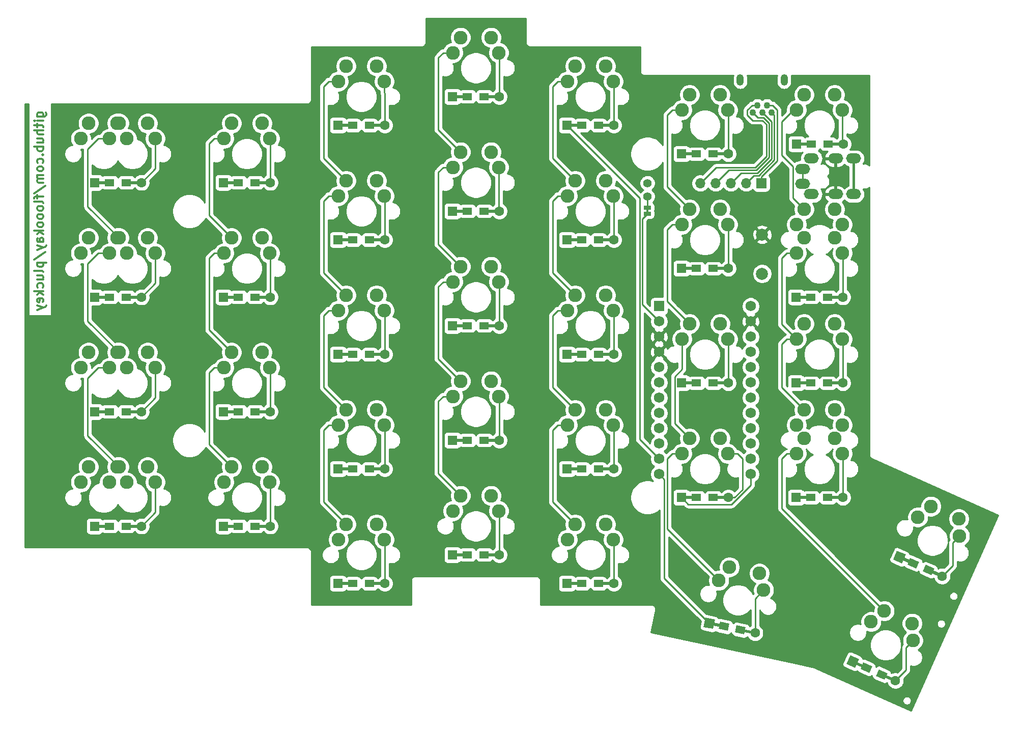
<source format=gbr>
%TF.GenerationSoftware,KiCad,Pcbnew,5.1.9*%
%TF.CreationDate,2021-05-01T14:24:38+02:00*%
%TF.ProjectId,pcb,7063622e-6b69-4636-9164-5f7063625858,rev?*%
%TF.SameCoordinates,Original*%
%TF.FileFunction,Copper,L2,Bot*%
%TF.FilePolarity,Positive*%
%FSLAX46Y46*%
G04 Gerber Fmt 4.6, Leading zero omitted, Abs format (unit mm)*
G04 Created by KiCad (PCBNEW 5.1.9) date 2021-05-01 14:24:38*
%MOMM*%
%LPD*%
G01*
G04 APERTURE LIST*
%TA.AperFunction,NonConductor*%
%ADD10C,0.300000*%
%TD*%
%TA.AperFunction,ComponentPad*%
%ADD11C,0.100000*%
%TD*%
%TA.AperFunction,ComponentPad*%
%ADD12C,1.600000*%
%TD*%
%TA.AperFunction,SMDPad,CuDef*%
%ADD13C,0.100000*%
%TD*%
%TA.AperFunction,ComponentPad*%
%ADD14R,1.600000X1.600000*%
%TD*%
%TA.AperFunction,SMDPad,CuDef*%
%ADD15R,2.900000X0.500000*%
%TD*%
%TA.AperFunction,SMDPad,CuDef*%
%ADD16R,1.600000X1.200000*%
%TD*%
%TA.AperFunction,ComponentPad*%
%ADD17C,2.000000*%
%TD*%
%TA.AperFunction,ComponentPad*%
%ADD18O,1.700000X1.700000*%
%TD*%
%TA.AperFunction,ComponentPad*%
%ADD19R,1.700000X1.700000*%
%TD*%
%TA.AperFunction,ComponentPad*%
%ADD20C,1.752600*%
%TD*%
%TA.AperFunction,ComponentPad*%
%ADD21R,1.752600X1.752600*%
%TD*%
%TA.AperFunction,ComponentPad*%
%ADD22C,1.397000*%
%TD*%
%TA.AperFunction,ComponentPad*%
%ADD23O,2.500000X1.700000*%
%TD*%
%TA.AperFunction,ComponentPad*%
%ADD24C,2.286000*%
%TD*%
%TA.AperFunction,SMDPad,CuDef*%
%ADD25R,1.143000X0.635000*%
%TD*%
%TA.AperFunction,SMDPad,CuDef*%
%ADD26R,0.381000X0.381000*%
%TD*%
%TA.AperFunction,ComponentPad*%
%ADD27C,1.100000*%
%TD*%
%TA.AperFunction,ComponentPad*%
%ADD28O,1.200000X1.900000*%
%TD*%
%TA.AperFunction,Conductor*%
%ADD29C,0.250000*%
%TD*%
%TA.AperFunction,Conductor*%
%ADD30C,0.400000*%
%TD*%
%TA.AperFunction,Conductor*%
%ADD31C,0.254000*%
%TD*%
%TA.AperFunction,Conductor*%
%ADD32C,0.100000*%
%TD*%
G04 APERTURE END LIST*
D10*
X27063061Y-77142795D02*
X28277347Y-77142795D01*
X28420204Y-77071367D01*
X28491632Y-76999938D01*
X28563061Y-76857081D01*
X28563061Y-76642795D01*
X28491632Y-76499938D01*
X27991632Y-77142795D02*
X28063061Y-76999938D01*
X28063061Y-76714224D01*
X27991632Y-76571367D01*
X27920204Y-76499938D01*
X27777347Y-76428510D01*
X27348775Y-76428510D01*
X27205918Y-76499938D01*
X27134490Y-76571367D01*
X27063061Y-76714224D01*
X27063061Y-76999938D01*
X27134490Y-77142795D01*
X28063061Y-77857081D02*
X27063061Y-77857081D01*
X26563061Y-77857081D02*
X26634490Y-77785652D01*
X26705918Y-77857081D01*
X26634490Y-77928510D01*
X26563061Y-77857081D01*
X26705918Y-77857081D01*
X27063061Y-78357081D02*
X27063061Y-78928509D01*
X26563061Y-78571367D02*
X27848775Y-78571367D01*
X27991632Y-78642795D01*
X28063061Y-78785652D01*
X28063061Y-78928509D01*
X28063061Y-79428510D02*
X26563061Y-79428510D01*
X28063061Y-80071367D02*
X27277347Y-80071367D01*
X27134490Y-79999938D01*
X27063061Y-79857081D01*
X27063061Y-79642795D01*
X27134490Y-79499938D01*
X27205918Y-79428510D01*
X27063061Y-81428510D02*
X28063061Y-81428510D01*
X27063061Y-80785652D02*
X27848775Y-80785652D01*
X27991632Y-80857081D01*
X28063061Y-80999938D01*
X28063061Y-81214224D01*
X27991632Y-81357081D01*
X27920204Y-81428510D01*
X28063061Y-82142795D02*
X26563061Y-82142795D01*
X27134490Y-82142795D02*
X27063061Y-82285652D01*
X27063061Y-82571367D01*
X27134490Y-82714224D01*
X27205918Y-82785652D01*
X27348775Y-82857081D01*
X27777347Y-82857081D01*
X27920204Y-82785652D01*
X27991632Y-82714224D01*
X28063061Y-82571367D01*
X28063061Y-82285652D01*
X27991632Y-82142795D01*
X27920204Y-83499938D02*
X27991632Y-83571367D01*
X28063061Y-83499938D01*
X27991632Y-83428510D01*
X27920204Y-83499938D01*
X28063061Y-83499938D01*
X27991632Y-84857081D02*
X28063061Y-84714224D01*
X28063061Y-84428510D01*
X27991632Y-84285652D01*
X27920204Y-84214224D01*
X27777347Y-84142795D01*
X27348775Y-84142795D01*
X27205918Y-84214224D01*
X27134490Y-84285652D01*
X27063061Y-84428510D01*
X27063061Y-84714224D01*
X27134490Y-84857081D01*
X28063061Y-85714224D02*
X27991632Y-85571367D01*
X27920204Y-85499938D01*
X27777347Y-85428510D01*
X27348775Y-85428510D01*
X27205918Y-85499938D01*
X27134490Y-85571367D01*
X27063061Y-85714224D01*
X27063061Y-85928510D01*
X27134490Y-86071367D01*
X27205918Y-86142795D01*
X27348775Y-86214224D01*
X27777347Y-86214224D01*
X27920204Y-86142795D01*
X27991632Y-86071367D01*
X28063061Y-85928510D01*
X28063061Y-85714224D01*
X28063061Y-86857081D02*
X27063061Y-86857081D01*
X27205918Y-86857081D02*
X27134490Y-86928510D01*
X27063061Y-87071367D01*
X27063061Y-87285652D01*
X27134490Y-87428510D01*
X27277347Y-87499938D01*
X28063061Y-87499938D01*
X27277347Y-87499938D02*
X27134490Y-87571367D01*
X27063061Y-87714224D01*
X27063061Y-87928510D01*
X27134490Y-88071367D01*
X27277347Y-88142795D01*
X28063061Y-88142795D01*
X26491632Y-89928510D02*
X28420204Y-88642795D01*
X27063061Y-90214224D02*
X27063061Y-90785652D01*
X28063061Y-90428510D02*
X26777347Y-90428510D01*
X26634490Y-90499938D01*
X26563061Y-90642795D01*
X26563061Y-90785652D01*
X28063061Y-91499938D02*
X27991632Y-91357081D01*
X27848775Y-91285652D01*
X26563061Y-91285652D01*
X28063061Y-92285652D02*
X27991632Y-92142795D01*
X27920204Y-92071367D01*
X27777347Y-91999938D01*
X27348775Y-91999938D01*
X27205918Y-92071367D01*
X27134490Y-92142795D01*
X27063061Y-92285652D01*
X27063061Y-92499938D01*
X27134490Y-92642795D01*
X27205918Y-92714224D01*
X27348775Y-92785652D01*
X27777347Y-92785652D01*
X27920204Y-92714224D01*
X27991632Y-92642795D01*
X28063061Y-92499938D01*
X28063061Y-92285652D01*
X28063061Y-93642795D02*
X27991632Y-93499938D01*
X27920204Y-93428510D01*
X27777347Y-93357081D01*
X27348775Y-93357081D01*
X27205918Y-93428510D01*
X27134490Y-93499938D01*
X27063061Y-93642795D01*
X27063061Y-93857081D01*
X27134490Y-93999938D01*
X27205918Y-94071367D01*
X27348775Y-94142795D01*
X27777347Y-94142795D01*
X27920204Y-94071367D01*
X27991632Y-93999938D01*
X28063061Y-93857081D01*
X28063061Y-93642795D01*
X28063061Y-94999938D02*
X27991632Y-94857081D01*
X27920204Y-94785652D01*
X27777347Y-94714224D01*
X27348775Y-94714224D01*
X27205918Y-94785652D01*
X27134490Y-94857081D01*
X27063061Y-94999938D01*
X27063061Y-95214224D01*
X27134490Y-95357081D01*
X27205918Y-95428510D01*
X27348775Y-95499938D01*
X27777347Y-95499938D01*
X27920204Y-95428510D01*
X27991632Y-95357081D01*
X28063061Y-95214224D01*
X28063061Y-94999938D01*
X28063061Y-96142795D02*
X26563061Y-96142795D01*
X27491632Y-96285652D02*
X28063061Y-96714224D01*
X27063061Y-96714224D02*
X27634490Y-96142795D01*
X28063061Y-97999938D02*
X27277347Y-97999938D01*
X27134490Y-97928510D01*
X27063061Y-97785652D01*
X27063061Y-97499938D01*
X27134490Y-97357081D01*
X27991632Y-97999938D02*
X28063061Y-97857081D01*
X28063061Y-97499938D01*
X27991632Y-97357081D01*
X27848775Y-97285652D01*
X27705918Y-97285652D01*
X27563061Y-97357081D01*
X27491632Y-97499938D01*
X27491632Y-97857081D01*
X27420204Y-97999938D01*
X27063061Y-98571367D02*
X28063061Y-98928510D01*
X27063061Y-99285652D02*
X28063061Y-98928510D01*
X28420204Y-98785652D01*
X28491632Y-98714224D01*
X28563061Y-98571367D01*
X26491632Y-100928510D02*
X28420204Y-99642795D01*
X27063061Y-101428510D02*
X28563061Y-101428510D01*
X27134490Y-101428510D02*
X27063061Y-101571367D01*
X27063061Y-101857081D01*
X27134490Y-101999938D01*
X27205918Y-102071367D01*
X27348775Y-102142795D01*
X27777347Y-102142795D01*
X27920204Y-102071367D01*
X27991632Y-101999938D01*
X28063061Y-101857081D01*
X28063061Y-101571367D01*
X27991632Y-101428510D01*
X28063061Y-102999938D02*
X27991632Y-102857081D01*
X27848775Y-102785652D01*
X26563061Y-102785652D01*
X27063061Y-104214224D02*
X28063061Y-104214224D01*
X27063061Y-103571367D02*
X27848775Y-103571367D01*
X27991632Y-103642795D01*
X28063061Y-103785652D01*
X28063061Y-103999938D01*
X27991632Y-104142795D01*
X27920204Y-104214224D01*
X27991632Y-105571367D02*
X28063061Y-105428510D01*
X28063061Y-105142795D01*
X27991632Y-104999938D01*
X27920204Y-104928510D01*
X27777347Y-104857081D01*
X27348775Y-104857081D01*
X27205918Y-104928510D01*
X27134490Y-104999938D01*
X27063061Y-105142795D01*
X27063061Y-105428510D01*
X27134490Y-105571367D01*
X28063061Y-106214224D02*
X26563061Y-106214224D01*
X27491632Y-106357081D02*
X28063061Y-106785652D01*
X27063061Y-106785652D02*
X27634490Y-106214224D01*
X27991632Y-107999938D02*
X28063061Y-107857081D01*
X28063061Y-107571367D01*
X27991632Y-107428510D01*
X27848775Y-107357081D01*
X27277347Y-107357081D01*
X27134490Y-107428510D01*
X27063061Y-107571367D01*
X27063061Y-107857081D01*
X27134490Y-107999938D01*
X27277347Y-108071367D01*
X27420204Y-108071367D01*
X27563061Y-107357081D01*
X27063061Y-108571367D02*
X28063061Y-108928510D01*
X27063061Y-109285652D02*
X28063061Y-108928510D01*
X28420204Y-108785652D01*
X28491632Y-108714224D01*
X28563061Y-108571367D01*
%TA.AperFunction,ComponentPad*%
D11*
%TO.P,D34,1*%
%TO.N,/row4*%
G36*
X171534740Y-149987419D02*
G01*
X170881411Y-151447954D01*
X169420876Y-150794625D01*
X170074205Y-149334090D01*
X171534740Y-149987419D01*
G37*
%TD.AperFunction*%
D12*
%TO.P,D34,2*%
%TO.N,Net-(D34-Pad2)*%
X177597914Y-153576000D03*
%TA.AperFunction,SMDPad,CuDef*%
D13*
%TO.P,D34,1*%
%TO.N,/row4*%
G36*
X173181468Y-151326556D02*
G01*
X172977303Y-151782973D01*
X170330084Y-150598814D01*
X170534249Y-150142397D01*
X173181468Y-151326556D01*
G37*
%TD.AperFunction*%
%TA.AperFunction,SMDPad,CuDef*%
G36*
X173735159Y-151190812D02*
G01*
X173245162Y-152286213D01*
X171784627Y-151632884D01*
X172274624Y-150537483D01*
X173735159Y-151190812D01*
G37*
%TD.AperFunction*%
%TA.AperFunction,SMDPad,CuDef*%
%TO.P,D34,2*%
%TO.N,Net-(D34-Pad2)*%
G36*
X176291095Y-152334138D02*
G01*
X175801098Y-153429539D01*
X174340563Y-152776210D01*
X174830560Y-151680809D01*
X176291095Y-152334138D01*
G37*
%TD.AperFunction*%
%TA.AperFunction,SMDPad,CuDef*%
G36*
X177745638Y-153368208D02*
G01*
X177541473Y-153824625D01*
X174894254Y-152640466D01*
X175098419Y-152184049D01*
X177745638Y-153368208D01*
G37*
%TD.AperFunction*%
%TD*%
%TA.AperFunction,ComponentPad*%
D11*
%TO.P,D33,1*%
%TO.N,/row4*%
G36*
X163756045Y-167376910D02*
G01*
X163102716Y-168837445D01*
X161642181Y-168184116D01*
X162295510Y-166723581D01*
X163756045Y-167376910D01*
G37*
%TD.AperFunction*%
D12*
%TO.P,D33,2*%
%TO.N,Net-(D33-Pad2)*%
X169819219Y-170965491D03*
%TA.AperFunction,SMDPad,CuDef*%
D13*
%TO.P,D33,1*%
%TO.N,/row4*%
G36*
X165402773Y-168716047D02*
G01*
X165198608Y-169172464D01*
X162551389Y-167988305D01*
X162755554Y-167531888D01*
X165402773Y-168716047D01*
G37*
%TD.AperFunction*%
%TA.AperFunction,SMDPad,CuDef*%
G36*
X165956464Y-168580303D02*
G01*
X165466467Y-169675704D01*
X164005932Y-169022375D01*
X164495929Y-167926974D01*
X165956464Y-168580303D01*
G37*
%TD.AperFunction*%
%TA.AperFunction,SMDPad,CuDef*%
%TO.P,D33,2*%
%TO.N,Net-(D33-Pad2)*%
G36*
X168512400Y-169723629D02*
G01*
X168022403Y-170819030D01*
X166561868Y-170165701D01*
X167051865Y-169070300D01*
X168512400Y-169723629D01*
G37*
%TD.AperFunction*%
%TA.AperFunction,SMDPad,CuDef*%
G36*
X169966943Y-170757699D02*
G01*
X169762778Y-171214116D01*
X167115559Y-170029957D01*
X167319724Y-169573540D01*
X169966943Y-170757699D01*
G37*
%TD.AperFunction*%
%TD*%
D14*
%TO.P,D32,1*%
%TO.N,/row3*%
X153262500Y-140493750D03*
D12*
%TO.P,D32,2*%
%TO.N,Net-(D32-Pad2)*%
X161062500Y-140493750D03*
D15*
%TO.P,D32,1*%
%TO.N,/row3*%
X154662500Y-140493750D03*
D16*
X155762500Y-140493750D03*
%TO.P,D32,2*%
%TO.N,Net-(D32-Pad2)*%
X158562500Y-140493750D03*
D15*
X159662500Y-140493750D03*
%TD*%
D14*
%TO.P,D31,1*%
%TO.N,/row2*%
X153262500Y-121443750D03*
D12*
%TO.P,D31,2*%
%TO.N,Net-(D31-Pad2)*%
X161062500Y-121443750D03*
D15*
%TO.P,D31,1*%
%TO.N,/row2*%
X154662500Y-121443750D03*
D16*
X155762500Y-121443750D03*
%TO.P,D31,2*%
%TO.N,Net-(D31-Pad2)*%
X158562500Y-121443750D03*
D15*
X159662500Y-121443750D03*
%TD*%
D14*
%TO.P,D30,1*%
%TO.N,/row1*%
X153262500Y-107156250D03*
D12*
%TO.P,D30,2*%
%TO.N,Net-(D30-Pad2)*%
X161062500Y-107156250D03*
D15*
%TO.P,D30,1*%
%TO.N,/row1*%
X154662500Y-107156250D03*
D16*
X155762500Y-107156250D03*
%TO.P,D30,2*%
%TO.N,Net-(D30-Pad2)*%
X158562500Y-107156250D03*
D15*
X159662500Y-107156250D03*
%TD*%
D14*
%TO.P,D29,1*%
%TO.N,/row0*%
X153350000Y-81700000D03*
D12*
%TO.P,D29,2*%
%TO.N,Net-(D29-Pad2)*%
X161150000Y-81700000D03*
D15*
%TO.P,D29,1*%
%TO.N,/row0*%
X154750000Y-81700000D03*
D16*
X155850000Y-81700000D03*
%TO.P,D29,2*%
%TO.N,Net-(D29-Pad2)*%
X158650000Y-81700000D03*
D15*
X159750000Y-81700000D03*
%TD*%
%TA.AperFunction,ComponentPad*%
D11*
%TO.P,D28,1*%
%TO.N,/row4*%
G36*
X139784062Y-160787193D02*
G01*
X139451404Y-162352229D01*
X137886368Y-162019571D01*
X138219026Y-160454535D01*
X139784062Y-160787193D01*
G37*
%TD.AperFunction*%
D12*
%TO.P,D28,2*%
%TO.N,Net-(D28-Pad2)*%
X146464767Y-163025094D03*
%TA.AperFunction,SMDPad,CuDef*%
D13*
%TO.P,D28,1*%
%TO.N,/row4*%
G36*
X141674914Y-161751394D02*
G01*
X141570958Y-162240468D01*
X138734330Y-161637524D01*
X138838286Y-161148450D01*
X141674914Y-161751394D01*
G37*
%TD.AperFunction*%
%TA.AperFunction,SMDPad,CuDef*%
G36*
X142187849Y-161502603D02*
G01*
X141938355Y-162676380D01*
X140373319Y-162343721D01*
X140622813Y-161169944D01*
X142187849Y-161502603D01*
G37*
%TD.AperFunction*%
%TA.AperFunction,SMDPad,CuDef*%
%TO.P,D28,2*%
%TO.N,Net-(D28-Pad2)*%
G36*
X144926663Y-162084755D02*
G01*
X144677169Y-163258532D01*
X143112133Y-162925873D01*
X143361627Y-161752096D01*
X144926663Y-162084755D01*
G37*
%TD.AperFunction*%
%TA.AperFunction,SMDPad,CuDef*%
G36*
X146565652Y-162790952D02*
G01*
X146461696Y-163280026D01*
X143625068Y-162677082D01*
X143729024Y-162188008D01*
X146565652Y-162790952D01*
G37*
%TD.AperFunction*%
%TD*%
D14*
%TO.P,D27,1*%
%TO.N,/row3*%
X134212500Y-140493750D03*
D12*
%TO.P,D27,2*%
%TO.N,Net-(D27-Pad2)*%
X142012500Y-140493750D03*
D15*
%TO.P,D27,1*%
%TO.N,/row3*%
X135612500Y-140493750D03*
D16*
X136712500Y-140493750D03*
%TO.P,D27,2*%
%TO.N,Net-(D27-Pad2)*%
X139512500Y-140493750D03*
D15*
X140612500Y-140493750D03*
%TD*%
D14*
%TO.P,D26,1*%
%TO.N,/row2*%
X134212500Y-121443750D03*
D12*
%TO.P,D26,2*%
%TO.N,Net-(D26-Pad2)*%
X142012500Y-121443750D03*
D15*
%TO.P,D26,1*%
%TO.N,/row2*%
X135612500Y-121443750D03*
D16*
X136712500Y-121443750D03*
%TO.P,D26,2*%
%TO.N,Net-(D26-Pad2)*%
X139512500Y-121443750D03*
D15*
X140612500Y-121443750D03*
%TD*%
D14*
%TO.P,D25,1*%
%TO.N,/row1*%
X134212500Y-102393750D03*
D12*
%TO.P,D25,2*%
%TO.N,Net-(D25-Pad2)*%
X142012500Y-102393750D03*
D15*
%TO.P,D25,1*%
%TO.N,/row1*%
X135612500Y-102393750D03*
D16*
X136712500Y-102393750D03*
%TO.P,D25,2*%
%TO.N,Net-(D25-Pad2)*%
X139512500Y-102393750D03*
D15*
X140612500Y-102393750D03*
%TD*%
D14*
%TO.P,D24,1*%
%TO.N,/row0*%
X134212500Y-83343750D03*
D12*
%TO.P,D24,2*%
%TO.N,Net-(D24-Pad2)*%
X142012500Y-83343750D03*
D15*
%TO.P,D24,1*%
%TO.N,/row0*%
X135612500Y-83343750D03*
D16*
X136712500Y-83343750D03*
%TO.P,D24,2*%
%TO.N,Net-(D24-Pad2)*%
X139512500Y-83343750D03*
D15*
X140612500Y-83343750D03*
%TD*%
D14*
%TO.P,D23,1*%
%TO.N,/row4*%
X115162500Y-154781250D03*
D12*
%TO.P,D23,2*%
%TO.N,Net-(D23-Pad2)*%
X122962500Y-154781250D03*
D15*
%TO.P,D23,1*%
%TO.N,/row4*%
X116562500Y-154781250D03*
D16*
X117662500Y-154781250D03*
%TO.P,D23,2*%
%TO.N,Net-(D23-Pad2)*%
X120462500Y-154781250D03*
D15*
X121562500Y-154781250D03*
%TD*%
D14*
%TO.P,D22,1*%
%TO.N,/row3*%
X115162500Y-135731250D03*
D12*
%TO.P,D22,2*%
%TO.N,Net-(D22-Pad2)*%
X122962500Y-135731250D03*
D15*
%TO.P,D22,1*%
%TO.N,/row3*%
X116562500Y-135731250D03*
D16*
X117662500Y-135731250D03*
%TO.P,D22,2*%
%TO.N,Net-(D22-Pad2)*%
X120462500Y-135731250D03*
D15*
X121562500Y-135731250D03*
%TD*%
D14*
%TO.P,D21,1*%
%TO.N,/row2*%
X115162500Y-116681250D03*
D12*
%TO.P,D21,2*%
%TO.N,Net-(D21-Pad2)*%
X122962500Y-116681250D03*
D15*
%TO.P,D21,1*%
%TO.N,/row2*%
X116562500Y-116681250D03*
D16*
X117662500Y-116681250D03*
%TO.P,D21,2*%
%TO.N,Net-(D21-Pad2)*%
X120462500Y-116681250D03*
D15*
X121562500Y-116681250D03*
%TD*%
D14*
%TO.P,D20,1*%
%TO.N,/row1*%
X115162500Y-97631250D03*
D12*
%TO.P,D20,2*%
%TO.N,Net-(D20-Pad2)*%
X122962500Y-97631250D03*
D15*
%TO.P,D20,1*%
%TO.N,/row1*%
X116562500Y-97631250D03*
D16*
X117662500Y-97631250D03*
%TO.P,D20,2*%
%TO.N,Net-(D20-Pad2)*%
X120462500Y-97631250D03*
D15*
X121562500Y-97631250D03*
%TD*%
D14*
%TO.P,D19,1*%
%TO.N,/row0*%
X115162500Y-78581250D03*
D12*
%TO.P,D19,2*%
%TO.N,Net-(D19-Pad2)*%
X122962500Y-78581250D03*
D15*
%TO.P,D19,1*%
%TO.N,/row0*%
X116562500Y-78581250D03*
D16*
X117662500Y-78581250D03*
%TO.P,D19,2*%
%TO.N,Net-(D19-Pad2)*%
X120462500Y-78581250D03*
D15*
X121562500Y-78581250D03*
%TD*%
D14*
%TO.P,D18,1*%
%TO.N,/row4*%
X96112500Y-150018750D03*
D12*
%TO.P,D18,2*%
%TO.N,Net-(D18-Pad2)*%
X103912500Y-150018750D03*
D15*
%TO.P,D18,1*%
%TO.N,/row4*%
X97512500Y-150018750D03*
D16*
X98612500Y-150018750D03*
%TO.P,D18,2*%
%TO.N,Net-(D18-Pad2)*%
X101412500Y-150018750D03*
D15*
X102512500Y-150018750D03*
%TD*%
D14*
%TO.P,D17,1*%
%TO.N,/row3*%
X96112500Y-130968750D03*
D12*
%TO.P,D17,2*%
%TO.N,Net-(D17-Pad2)*%
X103912500Y-130968750D03*
D15*
%TO.P,D17,1*%
%TO.N,/row3*%
X97512500Y-130968750D03*
D16*
X98612500Y-130968750D03*
%TO.P,D17,2*%
%TO.N,Net-(D17-Pad2)*%
X101412500Y-130968750D03*
D15*
X102512500Y-130968750D03*
%TD*%
D14*
%TO.P,D16,1*%
%TO.N,/row2*%
X96112500Y-111918750D03*
D12*
%TO.P,D16,2*%
%TO.N,Net-(D16-Pad2)*%
X103912500Y-111918750D03*
D15*
%TO.P,D16,1*%
%TO.N,/row2*%
X97512500Y-111918750D03*
D16*
X98612500Y-111918750D03*
%TO.P,D16,2*%
%TO.N,Net-(D16-Pad2)*%
X101412500Y-111918750D03*
D15*
X102512500Y-111918750D03*
%TD*%
D14*
%TO.P,D15,1*%
%TO.N,/row1*%
X96112500Y-92868750D03*
D12*
%TO.P,D15,2*%
%TO.N,Net-(D15-Pad2)*%
X103912500Y-92868750D03*
D15*
%TO.P,D15,1*%
%TO.N,/row1*%
X97512500Y-92868750D03*
D16*
X98612500Y-92868750D03*
%TO.P,D15,2*%
%TO.N,Net-(D15-Pad2)*%
X101412500Y-92868750D03*
D15*
X102512500Y-92868750D03*
%TD*%
D14*
%TO.P,D14,1*%
%TO.N,/row0*%
X96112500Y-73818750D03*
D12*
%TO.P,D14,2*%
%TO.N,Net-(D14-Pad2)*%
X103912500Y-73818750D03*
D15*
%TO.P,D14,1*%
%TO.N,/row0*%
X97512500Y-73818750D03*
D16*
X98612500Y-73818750D03*
%TO.P,D14,2*%
%TO.N,Net-(D14-Pad2)*%
X101412500Y-73818750D03*
D15*
X102512500Y-73818750D03*
%TD*%
D14*
%TO.P,D13,1*%
%TO.N,/row4*%
X77062500Y-154781250D03*
D12*
%TO.P,D13,2*%
%TO.N,Net-(D13-Pad2)*%
X84862500Y-154781250D03*
D15*
%TO.P,D13,1*%
%TO.N,/row4*%
X78462500Y-154781250D03*
D16*
X79562500Y-154781250D03*
%TO.P,D13,2*%
%TO.N,Net-(D13-Pad2)*%
X82362500Y-154781250D03*
D15*
X83462500Y-154781250D03*
%TD*%
D14*
%TO.P,D12,1*%
%TO.N,/row3*%
X77062500Y-135731250D03*
D12*
%TO.P,D12,2*%
%TO.N,Net-(D12-Pad2)*%
X84862500Y-135731250D03*
D15*
%TO.P,D12,1*%
%TO.N,/row3*%
X78462500Y-135731250D03*
D16*
X79562500Y-135731250D03*
%TO.P,D12,2*%
%TO.N,Net-(D12-Pad2)*%
X82362500Y-135731250D03*
D15*
X83462500Y-135731250D03*
%TD*%
D14*
%TO.P,D11,1*%
%TO.N,/row2*%
X77062500Y-116681250D03*
D12*
%TO.P,D11,2*%
%TO.N,Net-(D11-Pad2)*%
X84862500Y-116681250D03*
D15*
%TO.P,D11,1*%
%TO.N,/row2*%
X78462500Y-116681250D03*
D16*
X79562500Y-116681250D03*
%TO.P,D11,2*%
%TO.N,Net-(D11-Pad2)*%
X82362500Y-116681250D03*
D15*
X83462500Y-116681250D03*
%TD*%
D14*
%TO.P,D10,1*%
%TO.N,/row1*%
X77062500Y-97631250D03*
D12*
%TO.P,D10,2*%
%TO.N,Net-(D10-Pad2)*%
X84862500Y-97631250D03*
D15*
%TO.P,D10,1*%
%TO.N,/row1*%
X78462500Y-97631250D03*
D16*
X79562500Y-97631250D03*
%TO.P,D10,2*%
%TO.N,Net-(D10-Pad2)*%
X82362500Y-97631250D03*
D15*
X83462500Y-97631250D03*
%TD*%
D14*
%TO.P,D9,1*%
%TO.N,/row0*%
X77062500Y-78581250D03*
D12*
%TO.P,D9,2*%
%TO.N,Net-(D9-Pad2)*%
X84862500Y-78581250D03*
D15*
%TO.P,D9,1*%
%TO.N,/row0*%
X78462500Y-78581250D03*
D16*
X79562500Y-78581250D03*
%TO.P,D9,2*%
%TO.N,Net-(D9-Pad2)*%
X82362500Y-78581250D03*
D15*
X83462500Y-78581250D03*
%TD*%
D14*
%TO.P,D8,1*%
%TO.N,/row3*%
X58012500Y-145256250D03*
D12*
%TO.P,D8,2*%
%TO.N,Net-(D8-Pad2)*%
X65812500Y-145256250D03*
D15*
%TO.P,D8,1*%
%TO.N,/row3*%
X59412500Y-145256250D03*
D16*
X60512500Y-145256250D03*
%TO.P,D8,2*%
%TO.N,Net-(D8-Pad2)*%
X63312500Y-145256250D03*
D15*
X64412500Y-145256250D03*
%TD*%
D14*
%TO.P,D7,1*%
%TO.N,/row2*%
X58012500Y-126206250D03*
D12*
%TO.P,D7,2*%
%TO.N,Net-(D7-Pad2)*%
X65812500Y-126206250D03*
D15*
%TO.P,D7,1*%
%TO.N,/row2*%
X59412500Y-126206250D03*
D16*
X60512500Y-126206250D03*
%TO.P,D7,2*%
%TO.N,Net-(D7-Pad2)*%
X63312500Y-126206250D03*
D15*
X64412500Y-126206250D03*
%TD*%
D14*
%TO.P,D6,1*%
%TO.N,/row1*%
X58012500Y-107156250D03*
D12*
%TO.P,D6,2*%
%TO.N,Net-(D6-Pad2)*%
X65812500Y-107156250D03*
D15*
%TO.P,D6,1*%
%TO.N,/row1*%
X59412500Y-107156250D03*
D16*
X60512500Y-107156250D03*
%TO.P,D6,2*%
%TO.N,Net-(D6-Pad2)*%
X63312500Y-107156250D03*
D15*
X64412500Y-107156250D03*
%TD*%
D14*
%TO.P,D5,1*%
%TO.N,/row0*%
X58012500Y-88106250D03*
D12*
%TO.P,D5,2*%
%TO.N,Net-(D5-Pad2)*%
X65812500Y-88106250D03*
D15*
%TO.P,D5,1*%
%TO.N,/row0*%
X59412500Y-88106250D03*
D16*
X60512500Y-88106250D03*
%TO.P,D5,2*%
%TO.N,Net-(D5-Pad2)*%
X63312500Y-88106250D03*
D15*
X64412500Y-88106250D03*
%TD*%
D14*
%TO.P,D4,1*%
%TO.N,/row3*%
X36581250Y-145256250D03*
D12*
%TO.P,D4,2*%
%TO.N,Net-(D4-Pad2)*%
X44381250Y-145256250D03*
D15*
%TO.P,D4,1*%
%TO.N,/row3*%
X37981250Y-145256250D03*
D16*
X39081250Y-145256250D03*
%TO.P,D4,2*%
%TO.N,Net-(D4-Pad2)*%
X41881250Y-145256250D03*
D15*
X42981250Y-145256250D03*
%TD*%
D14*
%TO.P,D3,1*%
%TO.N,/row2*%
X36581250Y-126206250D03*
D12*
%TO.P,D3,2*%
%TO.N,Net-(D3-Pad2)*%
X44381250Y-126206250D03*
D15*
%TO.P,D3,1*%
%TO.N,/row2*%
X37981250Y-126206250D03*
D16*
X39081250Y-126206250D03*
%TO.P,D3,2*%
%TO.N,Net-(D3-Pad2)*%
X41881250Y-126206250D03*
D15*
X42981250Y-126206250D03*
%TD*%
D14*
%TO.P,D2,1*%
%TO.N,/row1*%
X36581250Y-107156250D03*
D12*
%TO.P,D2,2*%
%TO.N,Net-(D2-Pad2)*%
X44381250Y-107156250D03*
D15*
%TO.P,D2,1*%
%TO.N,/row1*%
X37981250Y-107156250D03*
D16*
X39081250Y-107156250D03*
%TO.P,D2,2*%
%TO.N,Net-(D2-Pad2)*%
X41881250Y-107156250D03*
D15*
X42981250Y-107156250D03*
%TD*%
D14*
%TO.P,D1,1*%
%TO.N,/row0*%
X36581250Y-88106250D03*
D12*
%TO.P,D1,2*%
%TO.N,Net-(D1-Pad2)*%
X44381250Y-88106250D03*
D15*
%TO.P,D1,1*%
%TO.N,/row0*%
X37981250Y-88106250D03*
D16*
X39081250Y-88106250D03*
%TO.P,D1,2*%
%TO.N,Net-(D1-Pad2)*%
X41881250Y-88106250D03*
D15*
X42981250Y-88106250D03*
%TD*%
D17*
%TO.P,RSW1,2*%
%TO.N,GND*%
X147638120Y-96762920D03*
%TO.P,RSW1,1*%
%TO.N,/reset*%
X147638120Y-103262920D03*
%TD*%
D18*
%TO.P,J2,5*%
%TO.N,Net-(J1-Pad4)*%
X137355000Y-88225000D03*
%TO.P,J2,4*%
%TO.N,Net-(J1-Pad5)*%
X139895000Y-88225000D03*
%TO.P,J2,3*%
%TO.N,Net-(J1-Pad3)*%
X142435000Y-88225000D03*
%TO.P,J2,2*%
%TO.N,Net-(J1-Pad1)*%
X144975000Y-88225000D03*
D19*
%TO.P,J2,1*%
%TO.N,Net-(J1-Pad2)*%
X147515000Y-88225000D03*
%TD*%
D20*
%TO.P,U1,24*%
%TO.N,Net-(U1-Pad24)*%
X145733080Y-108664890D03*
%TO.P,U1,12*%
%TO.N,/row4*%
X130493080Y-136604890D03*
%TO.P,U1,23*%
%TO.N,GND*%
X145733080Y-111204890D03*
%TO.P,U1,22*%
%TO.N,/reset*%
X145733080Y-113744890D03*
%TO.P,U1,21*%
%TO.N,VCC*%
X145733080Y-116284890D03*
%TO.P,U1,20*%
%TO.N,Net-(U1-Pad20)*%
X145733080Y-118824890D03*
%TO.P,U1,19*%
%TO.N,/row1*%
X145733080Y-121364890D03*
%TO.P,U1,18*%
%TO.N,/row2*%
X145733080Y-123904890D03*
%TO.P,U1,17*%
%TO.N,/col6*%
X145733080Y-126444890D03*
%TO.P,U1,16*%
%TO.N,Net-(U1-Pad16)*%
X145733080Y-128984890D03*
%TO.P,U1,15*%
%TO.N,Net-(U1-Pad15)*%
X145733080Y-131524890D03*
%TO.P,U1,14*%
%TO.N,Net-(U1-Pad14)*%
X145733080Y-134064890D03*
%TO.P,U1,13*%
%TO.N,/row3*%
X145733080Y-136604890D03*
%TO.P,U1,11*%
%TO.N,/row0*%
X130493080Y-134064890D03*
%TO.P,U1,10*%
%TO.N,/col5*%
X130493080Y-131524890D03*
%TO.P,U1,9*%
%TO.N,/col4*%
X130493080Y-128984890D03*
%TO.P,U1,8*%
%TO.N,/col3*%
X130493080Y-126444890D03*
%TO.P,U1,7*%
%TO.N,/col2*%
X130493080Y-123904890D03*
%TO.P,U1,6*%
%TO.N,/col1*%
X130493080Y-121364890D03*
%TO.P,U1,5*%
%TO.N,/col0*%
X130493080Y-118824890D03*
%TO.P,U1,4*%
%TO.N,GND*%
X130493080Y-116284890D03*
%TO.P,U1,3*%
X130493080Y-113744890D03*
%TO.P,U1,2*%
%TO.N,/data*%
X130493080Y-111204890D03*
D21*
%TO.P,U1,1*%
%TO.N,Net-(U1-Pad1)*%
X130493080Y-108664890D03*
%TD*%
D22*
%TO.P,P2,1*%
%TO.N,Net-(JP1-Pad2)*%
X128575000Y-90425000D03*
%TD*%
D23*
%TO.P,U2,1*%
%TO.N,Net-(P1-Pad1)*%
X154350000Y-85850000D03*
%TO.P,U2,2*%
%TO.N,Net-(JP1-Pad2)*%
X155850000Y-90050000D03*
%TO.P,U2,3*%
%TO.N,GND*%
X159850000Y-90050000D03*
%TO.P,U2,4*%
%TO.N,VCC*%
X162850000Y-90050000D03*
%TO.P,U2,3*%
%TO.N,GND*%
X159850000Y-84100000D03*
%TO.P,U2,4*%
%TO.N,VCC*%
X162850000Y-84100000D03*
%TO.P,U2,1*%
%TO.N,Net-(P1-Pad1)*%
X154350000Y-88300000D03*
%TO.P,U2,2*%
%TO.N,Net-(JP1-Pad2)*%
X155850000Y-84100000D03*
%TD*%
D24*
%TO.P,SW40,1*%
%TO.N,/col6*%
X153352500Y-133191250D03*
%TO.P,SW40,2*%
%TO.N,Net-(D32-Pad2)*%
X159702500Y-130651250D03*
%TO.P,SW40,1*%
%TO.N,/col6*%
X154622500Y-130651250D03*
%TO.P,SW40,2*%
%TO.N,Net-(D32-Pad2)*%
X160972500Y-133191250D03*
%TD*%
%TO.P,SW39,1*%
%TO.N,/col6*%
X153352500Y-99853750D03*
%TO.P,SW39,2*%
%TO.N,Net-(D30-Pad2)*%
X159702500Y-97313750D03*
%TO.P,SW39,1*%
%TO.N,/col6*%
X154622500Y-97313750D03*
%TO.P,SW39,2*%
%TO.N,Net-(D30-Pad2)*%
X160972500Y-99853750D03*
%TD*%
%TO.P,SW38,1*%
%TO.N,/col1*%
X173541796Y-143761800D03*
%TO.P,SW38,2*%
%TO.N,Net-(D34-Pad2)*%
X180375453Y-144036100D03*
%TO.P,SW38,1*%
%TO.N,/col1*%
X175738255Y-141961781D03*
%TO.P,SW38,2*%
%TO.N,Net-(D34-Pad2)*%
X180497593Y-146873278D03*
%TD*%
%TO.P,SW37,1*%
%TO.N,/col6*%
X165763101Y-161151291D03*
%TO.P,SW37,2*%
%TO.N,Net-(D33-Pad2)*%
X172596758Y-161425591D03*
%TO.P,SW37,1*%
%TO.N,/col6*%
X167959560Y-159351272D03*
%TO.P,SW37,2*%
%TO.N,Net-(D33-Pad2)*%
X172718898Y-164262769D03*
%TD*%
%TO.P,SW36,1*%
%TO.N,/col6*%
X153352500Y-128428750D03*
%TO.P,SW36,2*%
%TO.N,Net-(D32-Pad2)*%
X159702500Y-125888750D03*
%TO.P,SW36,1*%
%TO.N,/col6*%
X154622500Y-125888750D03*
%TO.P,SW36,2*%
%TO.N,Net-(D32-Pad2)*%
X160972500Y-128428750D03*
%TD*%
%TO.P,SW35,1*%
%TO.N,/col6*%
X153352500Y-114141250D03*
%TO.P,SW35,2*%
%TO.N,Net-(D31-Pad2)*%
X159702500Y-111601250D03*
%TO.P,SW35,1*%
%TO.N,/col6*%
X154622500Y-111601250D03*
%TO.P,SW35,2*%
%TO.N,Net-(D31-Pad2)*%
X160972500Y-114141250D03*
%TD*%
%TO.P,SW34,1*%
%TO.N,/col6*%
X153352500Y-95091250D03*
%TO.P,SW34,2*%
%TO.N,Net-(D30-Pad2)*%
X159702500Y-92551250D03*
%TO.P,SW34,1*%
%TO.N,/col6*%
X154622500Y-92551250D03*
%TO.P,SW34,2*%
%TO.N,Net-(D30-Pad2)*%
X160972500Y-95091250D03*
%TD*%
%TO.P,SW33,1*%
%TO.N,/col6*%
X153352500Y-76041250D03*
%TO.P,SW33,2*%
%TO.N,Net-(D29-Pad2)*%
X159702500Y-73501250D03*
%TO.P,SW33,1*%
%TO.N,/col6*%
X154622500Y-73501250D03*
%TO.P,SW33,2*%
%TO.N,Net-(D29-Pad2)*%
X160972500Y-76041250D03*
%TD*%
%TO.P,SW32,1*%
%TO.N,/col5*%
X140441524Y-154279172D03*
%TO.P,SW32,2*%
%TO.N,Net-(D28-Pad2)*%
X147180857Y-153114916D03*
%TO.P,SW32,1*%
%TO.N,/col5*%
X142211867Y-152058724D03*
%TO.P,SW32,2*%
%TO.N,Net-(D28-Pad2)*%
X147895009Y-155863459D03*
%TD*%
%TO.P,SW31,1*%
%TO.N,/col5*%
X134302500Y-133191250D03*
%TO.P,SW31,2*%
%TO.N,Net-(D27-Pad2)*%
X140652500Y-130651250D03*
%TO.P,SW31,1*%
%TO.N,/col5*%
X135572500Y-130651250D03*
%TO.P,SW31,2*%
%TO.N,Net-(D27-Pad2)*%
X141922500Y-133191250D03*
%TD*%
%TO.P,SW30,1*%
%TO.N,/col5*%
X134302500Y-114141250D03*
%TO.P,SW30,2*%
%TO.N,Net-(D26-Pad2)*%
X140652500Y-111601250D03*
%TO.P,SW30,1*%
%TO.N,/col5*%
X135572500Y-111601250D03*
%TO.P,SW30,2*%
%TO.N,Net-(D26-Pad2)*%
X141922500Y-114141250D03*
%TD*%
%TO.P,SW29,1*%
%TO.N,/col5*%
X134302500Y-95091250D03*
%TO.P,SW29,2*%
%TO.N,Net-(D25-Pad2)*%
X140652500Y-92551250D03*
%TO.P,SW29,1*%
%TO.N,/col5*%
X135572500Y-92551250D03*
%TO.P,SW29,2*%
%TO.N,Net-(D25-Pad2)*%
X141922500Y-95091250D03*
%TD*%
%TO.P,SW28,1*%
%TO.N,/col5*%
X134302500Y-76041250D03*
%TO.P,SW28,2*%
%TO.N,Net-(D24-Pad2)*%
X140652500Y-73501250D03*
%TO.P,SW28,1*%
%TO.N,/col5*%
X135572500Y-73501250D03*
%TO.P,SW28,2*%
%TO.N,Net-(D24-Pad2)*%
X141922500Y-76041250D03*
%TD*%
%TO.P,SW27,1*%
%TO.N,/col4*%
X115252500Y-147478750D03*
%TO.P,SW27,2*%
%TO.N,Net-(D23-Pad2)*%
X121602500Y-144938750D03*
%TO.P,SW27,1*%
%TO.N,/col4*%
X116522500Y-144938750D03*
%TO.P,SW27,2*%
%TO.N,Net-(D23-Pad2)*%
X122872500Y-147478750D03*
%TD*%
%TO.P,SW26,1*%
%TO.N,/col4*%
X115252500Y-128428750D03*
%TO.P,SW26,2*%
%TO.N,Net-(D22-Pad2)*%
X121602500Y-125888750D03*
%TO.P,SW26,1*%
%TO.N,/col4*%
X116522500Y-125888750D03*
%TO.P,SW26,2*%
%TO.N,Net-(D22-Pad2)*%
X122872500Y-128428750D03*
%TD*%
%TO.P,SW25,1*%
%TO.N,/col4*%
X115252500Y-109378750D03*
%TO.P,SW25,2*%
%TO.N,Net-(D21-Pad2)*%
X121602500Y-106838750D03*
%TO.P,SW25,1*%
%TO.N,/col4*%
X116522500Y-106838750D03*
%TO.P,SW25,2*%
%TO.N,Net-(D21-Pad2)*%
X122872500Y-109378750D03*
%TD*%
%TO.P,SW24,1*%
%TO.N,/col4*%
X115252500Y-90328750D03*
%TO.P,SW24,2*%
%TO.N,Net-(D20-Pad2)*%
X121602500Y-87788750D03*
%TO.P,SW24,1*%
%TO.N,/col4*%
X116522500Y-87788750D03*
%TO.P,SW24,2*%
%TO.N,Net-(D20-Pad2)*%
X122872500Y-90328750D03*
%TD*%
%TO.P,SW23,1*%
%TO.N,/col4*%
X115252500Y-71278750D03*
%TO.P,SW23,2*%
%TO.N,Net-(D19-Pad2)*%
X121602500Y-68738750D03*
%TO.P,SW23,1*%
%TO.N,/col4*%
X116522500Y-68738750D03*
%TO.P,SW23,2*%
%TO.N,Net-(D19-Pad2)*%
X122872500Y-71278750D03*
%TD*%
%TO.P,SW22,1*%
%TO.N,/col3*%
X96202500Y-142716250D03*
%TO.P,SW22,2*%
%TO.N,Net-(D18-Pad2)*%
X102552500Y-140176250D03*
%TO.P,SW22,1*%
%TO.N,/col3*%
X97472500Y-140176250D03*
%TO.P,SW22,2*%
%TO.N,Net-(D18-Pad2)*%
X103822500Y-142716250D03*
%TD*%
%TO.P,SW21,1*%
%TO.N,/col3*%
X96202500Y-123666250D03*
%TO.P,SW21,2*%
%TO.N,Net-(D17-Pad2)*%
X102552500Y-121126250D03*
%TO.P,SW21,1*%
%TO.N,/col3*%
X97472500Y-121126250D03*
%TO.P,SW21,2*%
%TO.N,Net-(D17-Pad2)*%
X103822500Y-123666250D03*
%TD*%
%TO.P,SW20,1*%
%TO.N,/col3*%
X96202500Y-104616250D03*
%TO.P,SW20,2*%
%TO.N,Net-(D16-Pad2)*%
X102552500Y-102076250D03*
%TO.P,SW20,1*%
%TO.N,/col3*%
X97472500Y-102076250D03*
%TO.P,SW20,2*%
%TO.N,Net-(D16-Pad2)*%
X103822500Y-104616250D03*
%TD*%
%TO.P,SW19,1*%
%TO.N,/col3*%
X96202500Y-85566250D03*
%TO.P,SW19,2*%
%TO.N,Net-(D15-Pad2)*%
X102552500Y-83026250D03*
%TO.P,SW19,1*%
%TO.N,/col3*%
X97472500Y-83026250D03*
%TO.P,SW19,2*%
%TO.N,Net-(D15-Pad2)*%
X103822500Y-85566250D03*
%TD*%
%TO.P,SW18,1*%
%TO.N,/col3*%
X96202500Y-66516250D03*
%TO.P,SW18,2*%
%TO.N,Net-(D14-Pad2)*%
X102552500Y-63976250D03*
%TO.P,SW18,1*%
%TO.N,/col3*%
X97472500Y-63976250D03*
%TO.P,SW18,2*%
%TO.N,Net-(D14-Pad2)*%
X103822500Y-66516250D03*
%TD*%
%TO.P,SW17,1*%
%TO.N,/col2*%
X77152500Y-147478750D03*
%TO.P,SW17,2*%
%TO.N,Net-(D13-Pad2)*%
X83502500Y-144938750D03*
%TO.P,SW17,1*%
%TO.N,/col2*%
X78422500Y-144938750D03*
%TO.P,SW17,2*%
%TO.N,Net-(D13-Pad2)*%
X84772500Y-147478750D03*
%TD*%
%TO.P,SW16,1*%
%TO.N,/col2*%
X77152500Y-128428750D03*
%TO.P,SW16,2*%
%TO.N,Net-(D12-Pad2)*%
X83502500Y-125888750D03*
%TO.P,SW16,1*%
%TO.N,/col2*%
X78422500Y-125888750D03*
%TO.P,SW16,2*%
%TO.N,Net-(D12-Pad2)*%
X84772500Y-128428750D03*
%TD*%
%TO.P,SW15,1*%
%TO.N,/col2*%
X77152500Y-109378750D03*
%TO.P,SW15,2*%
%TO.N,Net-(D11-Pad2)*%
X83502500Y-106838750D03*
%TO.P,SW15,1*%
%TO.N,/col2*%
X78422500Y-106838750D03*
%TO.P,SW15,2*%
%TO.N,Net-(D11-Pad2)*%
X84772500Y-109378750D03*
%TD*%
%TO.P,SW14,1*%
%TO.N,/col2*%
X77152500Y-90328750D03*
%TO.P,SW14,2*%
%TO.N,Net-(D10-Pad2)*%
X83502500Y-87788750D03*
%TO.P,SW14,1*%
%TO.N,/col2*%
X78422500Y-87788750D03*
%TO.P,SW14,2*%
%TO.N,Net-(D10-Pad2)*%
X84772500Y-90328750D03*
%TD*%
%TO.P,SW13,1*%
%TO.N,/col2*%
X77152500Y-71278750D03*
%TO.P,SW13,2*%
%TO.N,Net-(D9-Pad2)*%
X83502500Y-68738750D03*
%TO.P,SW13,1*%
%TO.N,/col2*%
X78422500Y-68738750D03*
%TO.P,SW13,2*%
%TO.N,Net-(D9-Pad2)*%
X84772500Y-71278750D03*
%TD*%
%TO.P,SW12,1*%
%TO.N,/col1*%
X58102500Y-137953750D03*
%TO.P,SW12,2*%
%TO.N,Net-(D8-Pad2)*%
X64452500Y-135413750D03*
%TO.P,SW12,1*%
%TO.N,/col1*%
X59372500Y-135413750D03*
%TO.P,SW12,2*%
%TO.N,Net-(D8-Pad2)*%
X65722500Y-137953750D03*
%TD*%
%TO.P,SW11,1*%
%TO.N,/col1*%
X58102500Y-118903750D03*
%TO.P,SW11,2*%
%TO.N,Net-(D7-Pad2)*%
X64452500Y-116363750D03*
%TO.P,SW11,1*%
%TO.N,/col1*%
X59372500Y-116363750D03*
%TO.P,SW11,2*%
%TO.N,Net-(D7-Pad2)*%
X65722500Y-118903750D03*
%TD*%
%TO.P,SW10,1*%
%TO.N,/col1*%
X58102500Y-99853750D03*
%TO.P,SW10,2*%
%TO.N,Net-(D6-Pad2)*%
X64452500Y-97313750D03*
%TO.P,SW10,1*%
%TO.N,/col1*%
X59372500Y-97313750D03*
%TO.P,SW10,2*%
%TO.N,Net-(D6-Pad2)*%
X65722500Y-99853750D03*
%TD*%
%TO.P,SW9,1*%
%TO.N,/col1*%
X58102500Y-80803750D03*
%TO.P,SW9,2*%
%TO.N,Net-(D5-Pad2)*%
X64452500Y-78263750D03*
%TO.P,SW9,1*%
%TO.N,/col1*%
X59372500Y-78263750D03*
%TO.P,SW9,2*%
%TO.N,Net-(D5-Pad2)*%
X65722500Y-80803750D03*
%TD*%
%TO.P,SW8,1*%
%TO.N,/col0*%
X39052500Y-137953750D03*
%TO.P,SW8,2*%
%TO.N,Net-(D4-Pad2)*%
X45402500Y-135413750D03*
%TO.P,SW8,1*%
%TO.N,/col0*%
X40322500Y-135413750D03*
%TO.P,SW8,2*%
%TO.N,Net-(D4-Pad2)*%
X46672500Y-137953750D03*
%TD*%
%TO.P,SW7,1*%
%TO.N,/col0*%
X39052500Y-118903750D03*
%TO.P,SW7,2*%
%TO.N,Net-(D3-Pad2)*%
X45402500Y-116363750D03*
%TO.P,SW7,1*%
%TO.N,/col0*%
X40322500Y-116363750D03*
%TO.P,SW7,2*%
%TO.N,Net-(D3-Pad2)*%
X46672500Y-118903750D03*
%TD*%
%TO.P,SW6,1*%
%TO.N,/col0*%
X39052500Y-99853750D03*
%TO.P,SW6,2*%
%TO.N,Net-(D2-Pad2)*%
X45402500Y-97313750D03*
%TO.P,SW6,1*%
%TO.N,/col0*%
X40322500Y-97313750D03*
%TO.P,SW6,2*%
%TO.N,Net-(D2-Pad2)*%
X46672500Y-99853750D03*
%TD*%
%TO.P,SW5,1*%
%TO.N,/col0*%
X39052500Y-80803750D03*
%TO.P,SW5,2*%
%TO.N,Net-(D1-Pad2)*%
X45402500Y-78263750D03*
%TO.P,SW5,1*%
%TO.N,/col0*%
X40322500Y-78263750D03*
%TO.P,SW5,2*%
%TO.N,Net-(D1-Pad2)*%
X46672500Y-80803750D03*
%TD*%
%TO.P,SW4,1*%
%TO.N,Net-(D4-Pad2)*%
X34290000Y-137953750D03*
%TO.P,SW4,2*%
%TO.N,/col0*%
X40640000Y-135413750D03*
%TO.P,SW4,1*%
%TO.N,Net-(D4-Pad2)*%
X35560000Y-135413750D03*
%TO.P,SW4,2*%
%TO.N,/col0*%
X41910000Y-137953750D03*
%TD*%
%TO.P,SW3,1*%
%TO.N,Net-(D3-Pad2)*%
X34290000Y-118903750D03*
%TO.P,SW3,2*%
%TO.N,/col0*%
X40640000Y-116363750D03*
%TO.P,SW3,1*%
%TO.N,Net-(D3-Pad2)*%
X35560000Y-116363750D03*
%TO.P,SW3,2*%
%TO.N,/col0*%
X41910000Y-118903750D03*
%TD*%
%TO.P,SW2,1*%
%TO.N,Net-(D2-Pad2)*%
X34290000Y-99853750D03*
%TO.P,SW2,2*%
%TO.N,/col0*%
X40640000Y-97313750D03*
%TO.P,SW2,1*%
%TO.N,Net-(D2-Pad2)*%
X35560000Y-97313750D03*
%TO.P,SW2,2*%
%TO.N,/col0*%
X41910000Y-99853750D03*
%TD*%
%TO.P,SW1,1*%
%TO.N,Net-(D1-Pad2)*%
X34290000Y-80803750D03*
%TO.P,SW1,2*%
%TO.N,/col0*%
X40640000Y-78263750D03*
%TO.P,SW1,1*%
%TO.N,Net-(D1-Pad2)*%
X35560000Y-78263750D03*
%TO.P,SW1,2*%
%TO.N,/col0*%
X41910000Y-80803750D03*
%TD*%
D22*
%TO.P,P1,1*%
%TO.N,Net-(P1-Pad1)*%
X128575000Y-88200000D03*
%TD*%
D25*
%TO.P,JP1,1*%
%TO.N,/data*%
X128575000Y-93275380D03*
%TO.P,JP1,2*%
%TO.N,Net-(JP1-Pad2)*%
X128575000Y-92274620D03*
D26*
%TO.P,JP1,*%
%TO.N,*%
X128575000Y-92775000D03*
%TD*%
D27*
%TO.P,J1,1*%
%TO.N,Net-(J1-Pad1)*%
X149250000Y-76450000D03*
%TO.P,J1,2*%
%TO.N,Net-(J1-Pad2)*%
X148450000Y-75250000D03*
%TO.P,J1,3*%
%TO.N,Net-(J1-Pad3)*%
X147650000Y-76450000D03*
%TO.P,J1,4*%
%TO.N,Net-(J1-Pad4)*%
X146850000Y-75250000D03*
%TO.P,J1,5*%
%TO.N,Net-(J1-Pad5)*%
X146050000Y-76450000D03*
D28*
%TO.P,J1,6*%
%TO.N,N/C*%
X151300000Y-71030000D03*
X144000000Y-71030000D03*
%TD*%
D29*
%TO.N,/row0*%
X115162500Y-78581250D02*
X127250000Y-90668750D01*
X127250000Y-130821810D02*
X130493080Y-134064890D01*
X127250000Y-90668750D02*
X127250000Y-130821810D01*
%TO.N,/row3*%
X145733080Y-138438172D02*
X145733080Y-136604890D01*
X135337501Y-141618751D02*
X142552501Y-141618751D01*
X142552501Y-141618751D02*
X145733080Y-138438172D01*
X134212500Y-140493750D02*
X135337501Y-141618751D01*
%TO.N,Net-(D5-Pad2)*%
X65812500Y-80893750D02*
X65722500Y-80803750D01*
X65812500Y-88106250D02*
X65812500Y-80893750D01*
%TO.N,Net-(D6-Pad2)*%
X65812500Y-99943750D02*
X65722500Y-99853750D01*
X65812500Y-107156250D02*
X65812500Y-99943750D01*
%TO.N,Net-(D7-Pad2)*%
X65812500Y-118993750D02*
X65722500Y-118903750D01*
X65812500Y-126206250D02*
X65812500Y-118993750D01*
%TO.N,Net-(D8-Pad2)*%
X65812500Y-138043750D02*
X65722500Y-137953750D01*
X65812500Y-145256250D02*
X65812500Y-138043750D01*
%TO.N,Net-(D9-Pad2)*%
X84772500Y-73168416D02*
X84772500Y-71278750D01*
X84862500Y-73258416D02*
X84772500Y-73168416D01*
X84862500Y-78581250D02*
X84862500Y-73258416D01*
%TO.N,Net-(D10-Pad2)*%
X84862500Y-90418750D02*
X84772500Y-90328750D01*
X84862500Y-97631250D02*
X84862500Y-90418750D01*
%TO.N,Net-(D11-Pad2)*%
X84862500Y-109468750D02*
X84772500Y-109378750D01*
X84862500Y-116681250D02*
X84862500Y-109468750D01*
%TO.N,Net-(D12-Pad2)*%
X84862500Y-128518750D02*
X84772500Y-128428750D01*
X84862500Y-135731250D02*
X84862500Y-128518750D01*
%TO.N,/row4*%
X131369379Y-137481189D02*
X131369379Y-153937546D01*
X130493080Y-136604890D02*
X131369379Y-137481189D01*
X138835215Y-161403382D02*
X131369379Y-153937546D01*
%TO.N,Net-(D13-Pad2)*%
X84862500Y-147568750D02*
X84772500Y-147478750D01*
X84862500Y-154781250D02*
X84862500Y-147568750D01*
%TO.N,Net-(D14-Pad2)*%
X103912500Y-66606250D02*
X103822500Y-66516250D01*
X103912500Y-73818750D02*
X103912500Y-66606250D01*
%TO.N,Net-(D15-Pad2)*%
X103822500Y-92778750D02*
X103912500Y-92868750D01*
X103822500Y-85566250D02*
X103822500Y-92778750D01*
%TO.N,Net-(D16-Pad2)*%
X103912500Y-104706250D02*
X103822500Y-104616250D01*
X103912500Y-111918750D02*
X103912500Y-104706250D01*
%TO.N,Net-(D17-Pad2)*%
X103912500Y-123756250D02*
X103822500Y-123666250D01*
X103912500Y-130968750D02*
X103912500Y-123756250D01*
%TO.N,Net-(D18-Pad2)*%
X103912500Y-142806250D02*
X103822500Y-142716250D01*
X103912500Y-150018750D02*
X103912500Y-142806250D01*
%TO.N,Net-(D19-Pad2)*%
X122962500Y-71368750D02*
X122872500Y-71278750D01*
X122962500Y-78581250D02*
X122962500Y-71368750D01*
%TO.N,Net-(D20-Pad2)*%
X122962500Y-90418750D02*
X122872500Y-90328750D01*
X122962500Y-97631250D02*
X122962500Y-90418750D01*
%TO.N,Net-(D21-Pad2)*%
X122962500Y-109468750D02*
X122872500Y-109378750D01*
X122962500Y-116681250D02*
X122962500Y-109468750D01*
%TO.N,Net-(D22-Pad2)*%
X122962500Y-128518750D02*
X122872500Y-128428750D01*
X122962500Y-135731250D02*
X122962500Y-128518750D01*
%TO.N,Net-(D23-Pad2)*%
X122962500Y-147568750D02*
X122872500Y-147478750D01*
X122962500Y-154781250D02*
X122962500Y-147568750D01*
%TO.N,Net-(D24-Pad2)*%
X142012500Y-76131250D02*
X141922500Y-76041250D01*
X142012500Y-83343750D02*
X142012500Y-76131250D01*
%TO.N,Net-(D25-Pad2)*%
X142012500Y-95181250D02*
X141922500Y-95091250D01*
X142012500Y-102393750D02*
X142012500Y-95181250D01*
%TO.N,Net-(D26-Pad2)*%
X142012500Y-114231250D02*
X141922500Y-114141250D01*
X142012500Y-121443750D02*
X142012500Y-114231250D01*
%TO.N,Net-(D27-Pad2)*%
X142012500Y-133281250D02*
X141922500Y-133191250D01*
X143538946Y-133191250D02*
X144368401Y-134020705D01*
X144368401Y-134020705D02*
X144368401Y-139166441D01*
X141922500Y-133191250D02*
X143538946Y-133191250D01*
X143041092Y-140493750D02*
X142012500Y-140493750D01*
X144368401Y-139166441D02*
X143041092Y-140493750D01*
%TO.N,Net-(D28-Pad2)*%
X146464767Y-157293701D02*
X146464767Y-163025094D01*
X147895009Y-155863459D02*
X146464767Y-157293701D01*
%TO.N,Net-(D29-Pad2)*%
X160972500Y-81522500D02*
X160972500Y-76041250D01*
X161150000Y-81700000D02*
X160972500Y-81522500D01*
%TO.N,Net-(D30-Pad2)*%
X161062500Y-99943750D02*
X160972500Y-99853750D01*
X161062500Y-107156250D02*
X161062500Y-99943750D01*
%TO.N,Net-(D31-Pad2)*%
X161062500Y-114231250D02*
X160972500Y-114141250D01*
X161062500Y-121443750D02*
X161062500Y-114231250D01*
%TO.N,Net-(D32-Pad2)*%
X161062500Y-133281250D02*
X160972500Y-133191250D01*
X161062500Y-140493750D02*
X161062500Y-133281250D01*
%TO.N,Net-(D33-Pad2)*%
X171575899Y-169208811D02*
X169819219Y-170965491D01*
X171575899Y-165405768D02*
X171575899Y-169208811D01*
X172718898Y-164262769D02*
X171575899Y-165405768D01*
%TO.N,Net-(D34-Pad2)*%
X179354594Y-151819320D02*
X177597914Y-153576000D01*
X179354594Y-148016277D02*
X179354594Y-151819320D01*
X180497593Y-146873278D02*
X179354594Y-148016277D01*
%TO.N,Net-(J1-Pad1)*%
X149250000Y-76450000D02*
X149275011Y-76475011D01*
X144975000Y-88225000D02*
X146250000Y-86950000D01*
X147064990Y-86950000D02*
X147064991Y-86938599D01*
X146250000Y-86950000D02*
X147064990Y-86950000D01*
X147064991Y-86938599D02*
X149674991Y-84328599D01*
X149674991Y-76874991D02*
X149250000Y-76450000D01*
X149674991Y-84328599D02*
X149674991Y-76874991D01*
%TO.N,Net-(J1-Pad2)*%
X149345002Y-75250000D02*
X148450000Y-75250000D01*
X150125001Y-76029999D02*
X149345002Y-75250000D01*
X150125001Y-84514999D02*
X150125001Y-76029999D01*
X147515000Y-87125000D02*
X150125001Y-84514999D01*
X147515000Y-88225000D02*
X147515000Y-87125000D01*
%TO.N,Net-(J1-Pad3)*%
X142435000Y-88225000D02*
X144163915Y-86496085D01*
X146853915Y-86496085D02*
X149224981Y-84125019D01*
X144163915Y-86496085D02*
X146853915Y-86496085D01*
X149224981Y-78024981D02*
X147650000Y-76450000D01*
X149224981Y-84125019D02*
X149224981Y-78024981D01*
%TO.N,Net-(J1-Pad4)*%
X145174999Y-76029999D02*
X145954998Y-75250000D01*
X146080009Y-77775011D02*
X145174999Y-76870001D01*
X147702191Y-77775011D02*
X146080009Y-77775011D01*
X148324961Y-78397781D02*
X147702191Y-77775011D01*
X145954998Y-75250000D02*
X146850000Y-75250000D01*
X146481115Y-85596065D02*
X148324961Y-83752219D01*
X145174999Y-76870001D02*
X145174999Y-76029999D01*
X148324961Y-83752219D02*
X148324961Y-78397781D01*
X139983935Y-85596065D02*
X146481115Y-85596065D01*
X137355000Y-88225000D02*
X139983935Y-85596065D01*
%TO.N,Net-(J1-Pad5)*%
X139895000Y-88225000D02*
X142073925Y-86046075D01*
X142073925Y-86046075D02*
X146667515Y-86046075D01*
X146667515Y-86046075D02*
X148774971Y-83938619D01*
X148774971Y-83938619D02*
X148774971Y-78211381D01*
X146925001Y-77325001D02*
X146050000Y-76450000D01*
X147888591Y-77325001D02*
X146925001Y-77325001D01*
X148774971Y-78211381D02*
X147888591Y-77325001D01*
%TO.N,/data*%
X130493080Y-111204890D02*
X127700010Y-108411820D01*
X128559879Y-93290501D02*
X128575000Y-93290501D01*
X127700010Y-94150370D02*
X128559879Y-93290501D01*
X127700010Y-108411820D02*
X127700010Y-94150370D01*
%TO.N,Net-(JP1-Pad2)*%
X155925010Y-89974990D02*
X155850000Y-90050000D01*
X155850000Y-84100000D02*
X155925010Y-84175010D01*
X128575000Y-90425000D02*
X128575000Y-92259499D01*
%TO.N,Net-(P1-Pad1)*%
X154350000Y-85850000D02*
X154350000Y-88300000D01*
%TO.N,/col0*%
X35456249Y-92129999D02*
X40640000Y-97313750D01*
X35456249Y-82555527D02*
X35456249Y-92129999D01*
X37208026Y-80803750D02*
X35456249Y-82555527D01*
X39052500Y-80803750D02*
X37208026Y-80803750D01*
X35456249Y-111179999D02*
X40640000Y-116363750D01*
X35456249Y-101605527D02*
X35456249Y-111179999D01*
X37208026Y-99853750D02*
X35456249Y-101605527D01*
X39052500Y-99853750D02*
X37208026Y-99853750D01*
X35456249Y-130229999D02*
X40640000Y-135413750D01*
X35456249Y-120655527D02*
X35456249Y-130229999D01*
X37208026Y-118903750D02*
X35456249Y-120655527D01*
X39052500Y-118903750D02*
X37208026Y-118903750D01*
%TO.N,/col1*%
X55656599Y-112647849D02*
X59372500Y-116363750D01*
X55656599Y-100683205D02*
X55656599Y-112647849D01*
X56486054Y-99853750D02*
X55656599Y-100683205D01*
X58102500Y-99853750D02*
X56486054Y-99853750D01*
X55656599Y-93597849D02*
X59372500Y-97313750D01*
X55656599Y-81633205D02*
X55656599Y-93597849D01*
X56486054Y-80803750D02*
X55656599Y-81633205D01*
X58102500Y-80803750D02*
X56486054Y-80803750D01*
X55656599Y-119733205D02*
X55656599Y-131697849D01*
X56486054Y-118903750D02*
X55656599Y-119733205D01*
X55656599Y-131697849D02*
X59372500Y-135413750D01*
X58102500Y-118903750D02*
X56486054Y-118903750D01*
%TO.N,/col2*%
X74706599Y-103122849D02*
X78422500Y-106838750D01*
X74706599Y-91158205D02*
X74706599Y-103122849D01*
X75536054Y-90328750D02*
X74706599Y-91158205D01*
X77152500Y-90328750D02*
X75536054Y-90328750D01*
X74706599Y-84072849D02*
X78422500Y-87788750D01*
X74706599Y-72108205D02*
X74706599Y-84072849D01*
X75536054Y-71278750D02*
X74706599Y-72108205D01*
X77152500Y-71278750D02*
X75536054Y-71278750D01*
X74706599Y-122172849D02*
X78422500Y-125888750D01*
X74706599Y-110208205D02*
X74706599Y-122172849D01*
X75536054Y-109378750D02*
X74706599Y-110208205D01*
X77152500Y-109378750D02*
X75536054Y-109378750D01*
X74706599Y-141222849D02*
X78422500Y-144938750D01*
X74706599Y-129258205D02*
X74706599Y-141222849D01*
X75536054Y-128428750D02*
X74706599Y-129258205D01*
X77152500Y-128428750D02*
X75536054Y-128428750D01*
%TO.N,/col3*%
X93756599Y-79310349D02*
X97472500Y-83026250D01*
X93756599Y-67345705D02*
X93756599Y-79310349D01*
X94586054Y-66516250D02*
X93756599Y-67345705D01*
X96202500Y-66516250D02*
X94586054Y-66516250D01*
X93756599Y-136460349D02*
X97472500Y-140176250D01*
X93756599Y-124495705D02*
X93756599Y-136460349D01*
X94586054Y-123666250D02*
X93756599Y-124495705D01*
X96202500Y-123666250D02*
X94586054Y-123666250D01*
X93756599Y-105445705D02*
X93756599Y-117410349D01*
X94586054Y-104616250D02*
X93756599Y-105445705D01*
X93756599Y-117410349D02*
X97472500Y-121126250D01*
X96202500Y-104616250D02*
X94586054Y-104616250D01*
X93756599Y-98360349D02*
X97472500Y-102076250D01*
X93756599Y-86395705D02*
X93756599Y-98360349D01*
X94586054Y-85566250D02*
X93756599Y-86395705D01*
X96202500Y-85566250D02*
X94586054Y-85566250D01*
%TO.N,/col4*%
X112806599Y-72108205D02*
X112806599Y-84072849D01*
X112806599Y-84072849D02*
X116522500Y-87788750D01*
X113636054Y-71278750D02*
X112806599Y-72108205D01*
X115252500Y-71278750D02*
X113636054Y-71278750D01*
X112806599Y-103122849D02*
X116522500Y-106838750D01*
X112806599Y-91158205D02*
X112806599Y-103122849D01*
X113636054Y-90328750D02*
X112806599Y-91158205D01*
X115252500Y-90328750D02*
X113636054Y-90328750D01*
X112806599Y-122172849D02*
X116522500Y-125888750D01*
X112806599Y-110208205D02*
X112806599Y-122172849D01*
X113636054Y-109378750D02*
X112806599Y-110208205D01*
X115252500Y-109378750D02*
X113636054Y-109378750D01*
X112806599Y-129258205D02*
X112806599Y-141222849D01*
X112806599Y-141222849D02*
X116522500Y-144938750D01*
X113636054Y-128428750D02*
X112806599Y-129258205D01*
X115252500Y-128428750D02*
X113636054Y-128428750D01*
%TO.N,/col5*%
X131856599Y-88835349D02*
X135572500Y-92551250D01*
X131856599Y-76870705D02*
X131856599Y-88835349D01*
X132686054Y-76041250D02*
X131856599Y-76870705D01*
X134302500Y-76041250D02*
X132686054Y-76041250D01*
X133087499Y-128166249D02*
X135572500Y-130651250D01*
X133087499Y-120383749D02*
X133087499Y-128166249D01*
X134302500Y-119168748D02*
X133087499Y-120383749D01*
X134302500Y-114141250D02*
X134302500Y-119168748D01*
X131856599Y-95920705D02*
X131856599Y-107885349D01*
X132686054Y-95091250D02*
X131856599Y-95920705D01*
X131856599Y-107885349D02*
X135572500Y-111601250D01*
X134302500Y-95091250D02*
X132686054Y-95091250D01*
X131856599Y-145694247D02*
X140441524Y-154279172D01*
X131856599Y-134020705D02*
X131856599Y-145694247D01*
X132686054Y-133191250D02*
X131856599Y-134020705D01*
X134302500Y-133191250D02*
X132686054Y-133191250D01*
%TO.N,/col6*%
X150906599Y-100683205D02*
X150906599Y-107885349D01*
X151736054Y-99853750D02*
X150906599Y-100683205D01*
X153352500Y-99853750D02*
X151736054Y-99853750D01*
X152774990Y-90703740D02*
X154622500Y-92551250D01*
X152774990Y-85474990D02*
X152774990Y-90703740D01*
X150906599Y-83606599D02*
X152774990Y-85474990D01*
X150906599Y-78016817D02*
X150906599Y-83606599D01*
X152882166Y-76041250D02*
X150906599Y-78016817D01*
X153352500Y-76041250D02*
X152882166Y-76041250D01*
X150906599Y-122172849D02*
X154622500Y-125888750D01*
X150906599Y-114970705D02*
X150906599Y-122172849D01*
X151736054Y-114141250D02*
X150906599Y-114970705D01*
X153352500Y-114141250D02*
X151736054Y-114141250D01*
X150906599Y-142298311D02*
X167959560Y-159351272D01*
X150906599Y-134020705D02*
X150906599Y-142298311D01*
X151736054Y-133191250D02*
X150906599Y-134020705D01*
X153352500Y-133191250D02*
X151736054Y-133191250D01*
X150906599Y-111695349D02*
X153352500Y-114141250D01*
X150906599Y-107885349D02*
X150906599Y-111695349D01*
D30*
%TO.N,VCC*%
X162850000Y-84100000D02*
X162850000Y-90050000D01*
D29*
%TO.N,Net-(D1-Pad2)*%
X46672500Y-85815000D02*
X44381250Y-88106250D01*
X46672500Y-80803750D02*
X46672500Y-85815000D01*
%TO.N,Net-(D2-Pad2)*%
X46672500Y-104865000D02*
X44381250Y-107156250D01*
X46672500Y-99853750D02*
X46672500Y-104865000D01*
%TO.N,Net-(D3-Pad2)*%
X46672500Y-123915000D02*
X46672500Y-118903750D01*
X44381250Y-126206250D02*
X46672500Y-123915000D01*
%TO.N,Net-(D4-Pad2)*%
X46672500Y-142965000D02*
X46672500Y-137953750D01*
X44381250Y-145256250D02*
X46672500Y-142965000D01*
%TD*%
D31*
%TO.N,GND*%
X108295001Y-64763298D02*
X108291444Y-64799413D01*
X108305635Y-64943498D01*
X108347663Y-65082046D01*
X108415913Y-65209733D01*
X108507762Y-65321651D01*
X108619680Y-65413500D01*
X108747367Y-65481750D01*
X108885915Y-65523778D01*
X108993895Y-65534413D01*
X109030000Y-65537969D01*
X109066105Y-65534413D01*
X127345000Y-65534413D01*
X127345001Y-69525798D01*
X127341444Y-69561913D01*
X127355635Y-69705998D01*
X127397663Y-69844546D01*
X127465913Y-69972233D01*
X127557762Y-70084151D01*
X127669680Y-70176000D01*
X127797367Y-70244250D01*
X127935915Y-70286278D01*
X128043895Y-70296913D01*
X128080000Y-70300469D01*
X128116105Y-70296913D01*
X142825637Y-70296913D01*
X142782870Y-70437898D01*
X142765000Y-70619335D01*
X142765000Y-71440664D01*
X142782870Y-71622101D01*
X142853489Y-71854900D01*
X142968167Y-72069448D01*
X143122498Y-72257502D01*
X143310551Y-72411833D01*
X143525099Y-72526511D01*
X143757898Y-72597130D01*
X144000000Y-72620975D01*
X144242101Y-72597130D01*
X144474900Y-72526511D01*
X144689448Y-72411833D01*
X144877502Y-72257502D01*
X145031833Y-72069449D01*
X145146511Y-71854901D01*
X145217130Y-71622102D01*
X145235000Y-71440665D01*
X145235000Y-70619336D01*
X145217130Y-70437899D01*
X145174362Y-70296913D01*
X150125637Y-70296913D01*
X150082870Y-70437898D01*
X150065000Y-70619335D01*
X150065000Y-71440664D01*
X150082870Y-71622101D01*
X150153489Y-71854900D01*
X150268167Y-72069448D01*
X150422498Y-72257502D01*
X150610551Y-72411833D01*
X150825099Y-72526511D01*
X151057898Y-72597130D01*
X151300000Y-72620975D01*
X151542101Y-72597130D01*
X151774900Y-72526511D01*
X151989448Y-72411833D01*
X152177502Y-72257502D01*
X152331833Y-72069449D01*
X152446511Y-71854901D01*
X152517130Y-71622102D01*
X152535000Y-71440665D01*
X152535000Y-70619336D01*
X152517130Y-70437899D01*
X152474362Y-70296913D01*
X165445000Y-70296913D01*
X165445000Y-85248446D01*
X165437267Y-85240713D01*
X165234992Y-85105557D01*
X165010236Y-85012460D01*
X164771637Y-84965000D01*
X164528363Y-84965000D01*
X164448065Y-84980972D01*
X164490706Y-84929014D01*
X164628599Y-84671034D01*
X164713513Y-84391111D01*
X164742185Y-84100000D01*
X164713513Y-83808889D01*
X164628599Y-83528966D01*
X164490706Y-83270986D01*
X164305134Y-83044866D01*
X164079014Y-82859294D01*
X163821034Y-82721401D01*
X163541111Y-82636487D01*
X163322950Y-82615000D01*
X162377050Y-82615000D01*
X162252088Y-82627308D01*
X162264637Y-82614759D01*
X162421680Y-82379727D01*
X162529853Y-82118574D01*
X162585000Y-81841335D01*
X162585000Y-81558665D01*
X162529853Y-81281426D01*
X162421680Y-81020273D01*
X162264637Y-80785241D01*
X162064759Y-80585363D01*
X161829727Y-80428320D01*
X161732500Y-80388047D01*
X161732500Y-79978328D01*
X161809079Y-80010048D01*
X162096152Y-80067150D01*
X162388848Y-80067150D01*
X162675921Y-80010048D01*
X162946338Y-79898038D01*
X163189706Y-79735424D01*
X163396674Y-79528456D01*
X163559288Y-79285088D01*
X163671298Y-79014671D01*
X163728400Y-78727598D01*
X163728400Y-78434902D01*
X163671298Y-78147829D01*
X163559288Y-77877412D01*
X163396674Y-77634044D01*
X163189706Y-77427076D01*
X162946338Y-77264462D01*
X162675921Y-77152452D01*
X162404478Y-77098459D01*
X162548143Y-76883449D01*
X162682172Y-76559873D01*
X162750500Y-76216368D01*
X162750500Y-75866132D01*
X162682172Y-75522627D01*
X162548143Y-75199051D01*
X162353563Y-74907841D01*
X162105909Y-74660187D01*
X161814699Y-74465607D01*
X161491123Y-74331578D01*
X161298898Y-74293342D01*
X161412172Y-74019873D01*
X161480500Y-73676368D01*
X161480500Y-73326132D01*
X161412172Y-72982627D01*
X161278143Y-72659051D01*
X161083563Y-72367841D01*
X160835909Y-72120187D01*
X160544699Y-71925607D01*
X160221123Y-71791578D01*
X159877618Y-71723250D01*
X159527382Y-71723250D01*
X159183877Y-71791578D01*
X158860301Y-71925607D01*
X158569091Y-72120187D01*
X158321437Y-72367841D01*
X158126857Y-72659051D01*
X157992828Y-72982627D01*
X157924500Y-73326132D01*
X157924500Y-73676368D01*
X157992828Y-74019873D01*
X158126857Y-74343449D01*
X158321437Y-74634659D01*
X158569091Y-74882313D01*
X158860301Y-75076893D01*
X159183877Y-75210922D01*
X159376102Y-75249158D01*
X159262828Y-75522627D01*
X159194500Y-75866132D01*
X159194500Y-76216368D01*
X159262828Y-76559873D01*
X159396857Y-76883449D01*
X159591437Y-77174659D01*
X159839091Y-77422313D01*
X160130301Y-77616893D01*
X160212501Y-77650941D01*
X160212500Y-80608104D01*
X160035363Y-80785241D01*
X160017531Y-80811928D01*
X160016041Y-80811928D01*
X159980537Y-80745506D01*
X159901185Y-80648815D01*
X159804494Y-80569463D01*
X159694180Y-80510498D01*
X159574482Y-80474188D01*
X159450000Y-80461928D01*
X158999648Y-80461928D01*
X159204500Y-80257076D01*
X159492201Y-79826501D01*
X159690373Y-79348072D01*
X159791400Y-78840174D01*
X159791400Y-78322326D01*
X159690373Y-77814428D01*
X159492201Y-77335999D01*
X159204500Y-76905424D01*
X158838326Y-76539250D01*
X158407751Y-76251549D01*
X157929322Y-76053377D01*
X157421424Y-75952350D01*
X156903576Y-75952350D01*
X156395678Y-76053377D01*
X155917249Y-76251549D01*
X155486674Y-76539250D01*
X155120500Y-76905424D01*
X154832799Y-77335999D01*
X154634627Y-77814428D01*
X154533600Y-78322326D01*
X154533600Y-78840174D01*
X154634627Y-79348072D01*
X154832799Y-79826501D01*
X155120500Y-80257076D01*
X155325352Y-80461928D01*
X155050000Y-80461928D01*
X154925518Y-80474188D01*
X154805820Y-80510498D01*
X154695506Y-80569463D01*
X154694002Y-80570697D01*
X154680537Y-80545506D01*
X154601185Y-80448815D01*
X154504494Y-80369463D01*
X154394180Y-80310498D01*
X154274482Y-80274188D01*
X154150000Y-80261928D01*
X152550000Y-80261928D01*
X152425518Y-80274188D01*
X152305820Y-80310498D01*
X152195506Y-80369463D01*
X152098815Y-80448815D01*
X152019463Y-80545506D01*
X151960498Y-80655820D01*
X151924188Y-80775518D01*
X151911928Y-80900000D01*
X151911928Y-82500000D01*
X151924188Y-82624482D01*
X151960498Y-82744180D01*
X152019463Y-82854494D01*
X152098815Y-82951185D01*
X152195506Y-83030537D01*
X152305820Y-83089502D01*
X152425518Y-83125812D01*
X152550000Y-83138072D01*
X154150000Y-83138072D01*
X154274482Y-83125812D01*
X154346319Y-83104020D01*
X154209294Y-83270986D01*
X154071401Y-83528966D01*
X153986487Y-83808889D01*
X153957815Y-84100000D01*
X153983915Y-84365000D01*
X153877050Y-84365000D01*
X153658889Y-84386487D01*
X153378966Y-84471401D01*
X153120986Y-84609294D01*
X153045800Y-84670998D01*
X151666599Y-83291798D01*
X151666599Y-80013533D01*
X151936152Y-80067150D01*
X152228848Y-80067150D01*
X152515921Y-80010048D01*
X152786338Y-79898038D01*
X153029706Y-79735424D01*
X153236674Y-79528456D01*
X153399288Y-79285088D01*
X153511298Y-79014671D01*
X153568400Y-78727598D01*
X153568400Y-78434902D01*
X153511298Y-78147829D01*
X153399288Y-77877412D01*
X153360425Y-77819250D01*
X153527618Y-77819250D01*
X153871123Y-77750922D01*
X154194699Y-77616893D01*
X154485909Y-77422313D01*
X154733563Y-77174659D01*
X154928143Y-76883449D01*
X155062172Y-76559873D01*
X155130500Y-76216368D01*
X155130500Y-75866132D01*
X155062172Y-75522627D01*
X154948898Y-75249158D01*
X155141123Y-75210922D01*
X155464699Y-75076893D01*
X155755909Y-74882313D01*
X156003563Y-74634659D01*
X156198143Y-74343449D01*
X156332172Y-74019873D01*
X156400500Y-73676368D01*
X156400500Y-73326132D01*
X156332172Y-72982627D01*
X156198143Y-72659051D01*
X156003563Y-72367841D01*
X155755909Y-72120187D01*
X155464699Y-71925607D01*
X155141123Y-71791578D01*
X154797618Y-71723250D01*
X154447382Y-71723250D01*
X154103877Y-71791578D01*
X153780301Y-71925607D01*
X153489091Y-72120187D01*
X153241437Y-72367841D01*
X153046857Y-72659051D01*
X152912828Y-72982627D01*
X152844500Y-73326132D01*
X152844500Y-73676368D01*
X152912828Y-74019873D01*
X153026102Y-74293342D01*
X152833877Y-74331578D01*
X152510301Y-74465607D01*
X152219091Y-74660187D01*
X151971437Y-74907841D01*
X151776857Y-75199051D01*
X151642828Y-75522627D01*
X151574500Y-75866132D01*
X151574500Y-76216368D01*
X151584081Y-76264534D01*
X150885001Y-76963614D01*
X150885001Y-76067321D01*
X150888677Y-76029998D01*
X150885001Y-75992675D01*
X150885001Y-75992666D01*
X150874004Y-75881013D01*
X150830547Y-75737752D01*
X150759975Y-75605723D01*
X150665002Y-75489998D01*
X150636003Y-75466200D01*
X149908805Y-74739002D01*
X149885003Y-74709999D01*
X149769278Y-74615026D01*
X149637249Y-74544454D01*
X149493988Y-74500997D01*
X149382335Y-74490000D01*
X149382324Y-74490000D01*
X149364043Y-74488199D01*
X149205394Y-74329550D01*
X149011308Y-74199866D01*
X148795652Y-74110539D01*
X148566712Y-74065000D01*
X148333288Y-74065000D01*
X148104348Y-74110539D01*
X147888692Y-74199866D01*
X147694606Y-74329550D01*
X147650000Y-74374156D01*
X147605394Y-74329550D01*
X147411308Y-74199866D01*
X147195652Y-74110539D01*
X146966712Y-74065000D01*
X146733288Y-74065000D01*
X146504348Y-74110539D01*
X146288692Y-74199866D01*
X146094606Y-74329550D01*
X145935957Y-74488199D01*
X145917674Y-74490000D01*
X145917665Y-74490000D01*
X145806012Y-74500997D01*
X145662751Y-74544454D01*
X145530722Y-74615026D01*
X145414997Y-74709999D01*
X145391199Y-74738998D01*
X144663997Y-75466200D01*
X144634999Y-75489998D01*
X144611201Y-75518996D01*
X144611200Y-75518997D01*
X144540025Y-75605723D01*
X144469453Y-75737753D01*
X144439179Y-75837557D01*
X144425997Y-75881013D01*
X144414999Y-75992666D01*
X144414999Y-75992677D01*
X144411323Y-76029999D01*
X144414999Y-76067321D01*
X144414999Y-76832679D01*
X144411323Y-76870001D01*
X144414999Y-76907323D01*
X144414999Y-76907333D01*
X144425996Y-77018986D01*
X144466482Y-77152452D01*
X144469453Y-77162247D01*
X144540025Y-77294277D01*
X144552576Y-77309570D01*
X144634998Y-77410002D01*
X144664001Y-77433804D01*
X145516214Y-78286019D01*
X145540008Y-78315012D01*
X145569001Y-78338806D01*
X145569005Y-78338810D01*
X145639694Y-78396822D01*
X145655733Y-78409985D01*
X145787762Y-78480557D01*
X145931023Y-78524014D01*
X146042676Y-78535011D01*
X146042685Y-78535011D01*
X146080008Y-78538687D01*
X146117331Y-78535011D01*
X147387390Y-78535011D01*
X147564962Y-78712584D01*
X147564961Y-83437417D01*
X146166314Y-84836065D01*
X140021268Y-84836065D01*
X139983935Y-84832388D01*
X139946602Y-84836065D01*
X139834949Y-84847062D01*
X139691688Y-84890519D01*
X139559659Y-84961091D01*
X139443934Y-85056064D01*
X139420136Y-85085062D01*
X137721408Y-86783791D01*
X137501260Y-86740000D01*
X137208740Y-86740000D01*
X136921842Y-86797068D01*
X136651589Y-86909010D01*
X136408368Y-87071525D01*
X136201525Y-87278368D01*
X136039010Y-87521589D01*
X135927068Y-87791842D01*
X135870000Y-88078740D01*
X135870000Y-88371260D01*
X135927068Y-88658158D01*
X136039010Y-88928411D01*
X136201525Y-89171632D01*
X136408368Y-89378475D01*
X136651589Y-89540990D01*
X136921842Y-89652932D01*
X137208740Y-89710000D01*
X137501260Y-89710000D01*
X137788158Y-89652932D01*
X138058411Y-89540990D01*
X138301632Y-89378475D01*
X138508475Y-89171632D01*
X138625000Y-88997240D01*
X138741525Y-89171632D01*
X138948368Y-89378475D01*
X139191589Y-89540990D01*
X139461842Y-89652932D01*
X139748740Y-89710000D01*
X140041260Y-89710000D01*
X140328158Y-89652932D01*
X140598411Y-89540990D01*
X140841632Y-89378475D01*
X141048475Y-89171632D01*
X141165000Y-88997240D01*
X141281525Y-89171632D01*
X141488368Y-89378475D01*
X141731589Y-89540990D01*
X142001842Y-89652932D01*
X142288740Y-89710000D01*
X142581260Y-89710000D01*
X142868158Y-89652932D01*
X143138411Y-89540990D01*
X143381632Y-89378475D01*
X143588475Y-89171632D01*
X143705000Y-88997240D01*
X143821525Y-89171632D01*
X144028368Y-89378475D01*
X144271589Y-89540990D01*
X144541842Y-89652932D01*
X144828740Y-89710000D01*
X145121260Y-89710000D01*
X145408158Y-89652932D01*
X145678411Y-89540990D01*
X145921632Y-89378475D01*
X146053487Y-89246620D01*
X146075498Y-89319180D01*
X146134463Y-89429494D01*
X146213815Y-89526185D01*
X146310506Y-89605537D01*
X146420820Y-89664502D01*
X146540518Y-89700812D01*
X146665000Y-89713072D01*
X148365000Y-89713072D01*
X148489482Y-89700812D01*
X148609180Y-89664502D01*
X148719494Y-89605537D01*
X148816185Y-89526185D01*
X148895537Y-89429494D01*
X148954502Y-89319180D01*
X148990812Y-89199482D01*
X149003072Y-89075000D01*
X149003072Y-87375000D01*
X148990812Y-87250518D01*
X148954502Y-87130820D01*
X148895537Y-87020506D01*
X148816185Y-86923815D01*
X148802345Y-86912457D01*
X150636005Y-85078797D01*
X150665002Y-85055000D01*
X150759975Y-84939275D01*
X150830547Y-84807246D01*
X150874004Y-84663985D01*
X150875365Y-84650166D01*
X152014990Y-85789792D01*
X152014991Y-90666408D01*
X152011314Y-90703740D01*
X152014991Y-90741073D01*
X152016417Y-90755546D01*
X152025988Y-90852725D01*
X152069444Y-90995986D01*
X152140016Y-91128016D01*
X152211191Y-91214742D01*
X152234990Y-91243741D01*
X152263988Y-91267539D01*
X152946876Y-91950427D01*
X152912828Y-92032627D01*
X152844500Y-92376132D01*
X152844500Y-92726368D01*
X152912828Y-93069873D01*
X153026102Y-93343342D01*
X152833877Y-93381578D01*
X152510301Y-93515607D01*
X152219091Y-93710187D01*
X151971437Y-93957841D01*
X151776857Y-94249051D01*
X151642828Y-94572627D01*
X151574500Y-94916132D01*
X151574500Y-95266368D01*
X151642828Y-95609873D01*
X151776857Y-95933449D01*
X151920522Y-96148459D01*
X151649079Y-96202452D01*
X151378662Y-96314462D01*
X151135294Y-96477076D01*
X150928326Y-96684044D01*
X150765712Y-96927412D01*
X150653702Y-97197829D01*
X150596600Y-97484902D01*
X150596600Y-97777598D01*
X150653702Y-98064671D01*
X150765712Y-98335088D01*
X150928326Y-98578456D01*
X151135294Y-98785424D01*
X151378662Y-98948038D01*
X151649079Y-99060048D01*
X151748572Y-99079838D01*
X151744008Y-99090856D01*
X151736054Y-99090073D01*
X151698721Y-99093750D01*
X151587068Y-99104747D01*
X151443807Y-99148204D01*
X151311778Y-99218776D01*
X151196053Y-99313749D01*
X151172255Y-99342748D01*
X150395601Y-100119402D01*
X150366598Y-100143204D01*
X150311470Y-100210379D01*
X150271625Y-100258929D01*
X150201054Y-100390958D01*
X150201053Y-100390959D01*
X150157596Y-100534220D01*
X150146599Y-100645873D01*
X150146599Y-100645883D01*
X150142923Y-100683205D01*
X150146599Y-100720528D01*
X150146600Y-107848007D01*
X150146599Y-107848017D01*
X150146600Y-111658017D01*
X150142923Y-111695349D01*
X150146600Y-111732682D01*
X150157597Y-111844335D01*
X150169682Y-111884173D01*
X150201053Y-111987595D01*
X150271625Y-112119625D01*
X150342800Y-112206351D01*
X150366599Y-112235350D01*
X150395597Y-112259148D01*
X151542281Y-113405833D01*
X151443807Y-113435704D01*
X151311778Y-113506276D01*
X151196053Y-113601249D01*
X151172255Y-113630247D01*
X150395601Y-114406902D01*
X150366598Y-114430704D01*
X150341933Y-114460759D01*
X150271625Y-114546429D01*
X150201054Y-114678458D01*
X150201053Y-114678459D01*
X150157596Y-114821720D01*
X150146599Y-114933373D01*
X150146599Y-114933383D01*
X150142923Y-114970705D01*
X150146599Y-115008028D01*
X150146600Y-122135517D01*
X150142923Y-122172849D01*
X150146600Y-122210182D01*
X150157597Y-122321835D01*
X150168722Y-122358509D01*
X150201053Y-122465095D01*
X150271625Y-122597125D01*
X150331073Y-122669562D01*
X150366599Y-122712850D01*
X150395597Y-122736648D01*
X152946876Y-125287928D01*
X152912828Y-125370127D01*
X152844500Y-125713632D01*
X152844500Y-126063868D01*
X152912828Y-126407373D01*
X153026102Y-126680842D01*
X152833877Y-126719078D01*
X152510301Y-126853107D01*
X152219091Y-127047687D01*
X151971437Y-127295341D01*
X151776857Y-127586551D01*
X151642828Y-127910127D01*
X151574500Y-128253632D01*
X151574500Y-128603868D01*
X151642828Y-128947373D01*
X151776857Y-129270949D01*
X151920522Y-129485959D01*
X151649079Y-129539952D01*
X151378662Y-129651962D01*
X151135294Y-129814576D01*
X150928326Y-130021544D01*
X150765712Y-130264912D01*
X150653702Y-130535329D01*
X150596600Y-130822402D01*
X150596600Y-131115098D01*
X150653702Y-131402171D01*
X150765712Y-131672588D01*
X150928326Y-131915956D01*
X151135294Y-132122924D01*
X151378662Y-132285538D01*
X151649079Y-132397548D01*
X151748572Y-132417338D01*
X151744008Y-132428356D01*
X151736054Y-132427573D01*
X151698721Y-132431250D01*
X151587068Y-132442247D01*
X151443807Y-132485704D01*
X151311778Y-132556276D01*
X151196053Y-132651249D01*
X151172255Y-132680248D01*
X150395601Y-133456902D01*
X150366598Y-133480704D01*
X150333119Y-133521499D01*
X150271625Y-133596429D01*
X150201054Y-133728458D01*
X150201053Y-133728459D01*
X150157596Y-133871720D01*
X150146599Y-133983373D01*
X150146599Y-133983383D01*
X150142923Y-134020705D01*
X150146599Y-134058027D01*
X150146600Y-142260979D01*
X150142923Y-142298311D01*
X150157597Y-142447296D01*
X150201053Y-142590557D01*
X150271625Y-142722587D01*
X150342800Y-142809313D01*
X150366599Y-142838312D01*
X150395597Y-142862110D01*
X166283936Y-158750450D01*
X166249888Y-158832649D01*
X166181560Y-159176154D01*
X166181560Y-159421695D01*
X165938219Y-159373291D01*
X165587983Y-159373291D01*
X165244478Y-159441619D01*
X164920902Y-159575648D01*
X164629692Y-159770228D01*
X164382038Y-160017882D01*
X164187458Y-160309092D01*
X164053429Y-160632668D01*
X163985101Y-160976173D01*
X163985101Y-161326409D01*
X164026268Y-161533366D01*
X164000063Y-161522512D01*
X163712990Y-161465410D01*
X163420294Y-161465410D01*
X163133221Y-161522512D01*
X162862804Y-161634522D01*
X162619436Y-161797136D01*
X162412468Y-162004104D01*
X162249854Y-162247472D01*
X162137844Y-162517889D01*
X162080742Y-162804962D01*
X162080742Y-163097658D01*
X162137844Y-163384731D01*
X162249854Y-163655148D01*
X162412468Y-163898516D01*
X162619436Y-164105484D01*
X162862804Y-164268098D01*
X163133221Y-164380108D01*
X163420294Y-164437210D01*
X163712990Y-164437210D01*
X164000063Y-164380108D01*
X164270480Y-164268098D01*
X164513848Y-164105484D01*
X164720816Y-163898516D01*
X164883430Y-163655148D01*
X164995440Y-163384731D01*
X165052542Y-163097658D01*
X165052542Y-162804962D01*
X165047448Y-162779351D01*
X165244478Y-162860963D01*
X165587983Y-162929291D01*
X165938219Y-162929291D01*
X166281724Y-162860963D01*
X166605300Y-162726934D01*
X166896510Y-162532354D01*
X167144164Y-162284700D01*
X167338744Y-161993490D01*
X167472773Y-161669914D01*
X167541101Y-161326409D01*
X167541101Y-161080868D01*
X167784442Y-161129272D01*
X168134678Y-161129272D01*
X168478183Y-161060944D01*
X168801759Y-160926915D01*
X169092969Y-160732335D01*
X169340623Y-160484681D01*
X169535203Y-160193471D01*
X169669232Y-159869895D01*
X169737560Y-159526390D01*
X169737560Y-159176154D01*
X169669232Y-158832649D01*
X169535203Y-158509073D01*
X169340623Y-158217863D01*
X169092969Y-157970209D01*
X168801759Y-157775629D01*
X168478183Y-157641600D01*
X168134678Y-157573272D01*
X167784442Y-157573272D01*
X167440937Y-157641600D01*
X167358738Y-157675648D01*
X166567083Y-156883993D01*
X178759444Y-156883993D01*
X178773635Y-157028078D01*
X178815663Y-157166626D01*
X178883913Y-157294313D01*
X178975762Y-157406231D01*
X179087680Y-157498080D01*
X179215367Y-157566330D01*
X179353915Y-157608358D01*
X179461895Y-157618993D01*
X179534105Y-157618993D01*
X179642085Y-157608358D01*
X179780633Y-157566330D01*
X179908320Y-157498080D01*
X180020238Y-157406231D01*
X180112087Y-157294313D01*
X180180337Y-157166626D01*
X180222365Y-157028078D01*
X180236556Y-156883993D01*
X180222365Y-156739908D01*
X180180337Y-156601360D01*
X180112087Y-156473673D01*
X180020238Y-156361755D01*
X179908320Y-156269906D01*
X179780633Y-156201656D01*
X179642085Y-156159628D01*
X179534105Y-156148993D01*
X179461895Y-156148993D01*
X179353915Y-156159628D01*
X179215367Y-156201656D01*
X179087680Y-156269906D01*
X178975762Y-156361755D01*
X178883913Y-156473673D01*
X178815663Y-156601360D01*
X178773635Y-156739908D01*
X178759444Y-156883993D01*
X166567083Y-156883993D01*
X160459899Y-150776809D01*
X168783053Y-150776809D01*
X168791833Y-150901584D01*
X168824786Y-151022249D01*
X168880647Y-151134167D01*
X168957269Y-151233036D01*
X169051707Y-151315058D01*
X169160332Y-151377079D01*
X170620867Y-152030408D01*
X170739504Y-152070046D01*
X170863595Y-152085777D01*
X170988370Y-152076997D01*
X171109035Y-152044044D01*
X171220953Y-151988183D01*
X171243530Y-151970686D01*
X171244398Y-151972426D01*
X171321020Y-152071295D01*
X171415458Y-152153317D01*
X171524083Y-152215338D01*
X172984618Y-152868667D01*
X173103255Y-152908305D01*
X173227346Y-152924036D01*
X173352121Y-152915256D01*
X173472786Y-152882303D01*
X173584704Y-152826442D01*
X173683573Y-152749820D01*
X173707288Y-152722514D01*
X173702740Y-152758394D01*
X173711520Y-152883169D01*
X173744473Y-153003834D01*
X173800334Y-153115752D01*
X173876956Y-153214621D01*
X173971394Y-153296643D01*
X174080019Y-153358664D01*
X175540554Y-154011993D01*
X175659191Y-154051631D01*
X175783282Y-154067362D01*
X175908057Y-154058582D01*
X176028722Y-154025629D01*
X176140640Y-153969768D01*
X176200171Y-153923632D01*
X176204319Y-153925488D01*
X176218061Y-153994574D01*
X176326234Y-154255727D01*
X176483277Y-154490759D01*
X176683155Y-154690637D01*
X176918187Y-154847680D01*
X177179340Y-154955853D01*
X177456579Y-155011000D01*
X177739249Y-155011000D01*
X178016488Y-154955853D01*
X178277641Y-154847680D01*
X178512673Y-154690637D01*
X178712551Y-154490759D01*
X178869594Y-154255727D01*
X178977767Y-153994574D01*
X179032914Y-153717335D01*
X179032914Y-153434665D01*
X178996602Y-153252114D01*
X179865597Y-152383119D01*
X179894595Y-152359321D01*
X179989568Y-152243596D01*
X180060140Y-152111567D01*
X180103597Y-151968306D01*
X180114594Y-151856653D01*
X180114594Y-151856645D01*
X180118270Y-151819320D01*
X180114594Y-151781995D01*
X180114594Y-151109549D01*
X180186312Y-151139255D01*
X180473385Y-151196357D01*
X180766081Y-151196357D01*
X181053154Y-151139255D01*
X181323571Y-151027245D01*
X181566939Y-150864631D01*
X181773907Y-150657663D01*
X181936521Y-150414295D01*
X182048531Y-150143878D01*
X182105633Y-149856805D01*
X182105633Y-149564109D01*
X182048531Y-149277036D01*
X181936521Y-149006619D01*
X181773907Y-148763251D01*
X181566939Y-148556283D01*
X181373027Y-148426714D01*
X181631002Y-148254341D01*
X181878656Y-148006687D01*
X182073236Y-147715477D01*
X182207265Y-147391901D01*
X182275593Y-147048396D01*
X182275593Y-146698160D01*
X182207265Y-146354655D01*
X182073236Y-146031079D01*
X181878656Y-145739869D01*
X181631002Y-145492215D01*
X181512794Y-145413231D01*
X181756516Y-145169509D01*
X181951096Y-144878299D01*
X182085125Y-144554723D01*
X182153453Y-144211218D01*
X182153453Y-143860982D01*
X182085125Y-143517477D01*
X181951096Y-143193901D01*
X181756516Y-142902691D01*
X181508862Y-142655037D01*
X181217652Y-142460457D01*
X180894076Y-142326428D01*
X180550571Y-142258100D01*
X180200335Y-142258100D01*
X179856830Y-142326428D01*
X179533254Y-142460457D01*
X179242044Y-142655037D01*
X178994390Y-142902691D01*
X178799810Y-143193901D01*
X178665781Y-143517477D01*
X178597453Y-143860982D01*
X178597453Y-144211218D01*
X178665781Y-144554723D01*
X178799810Y-144878299D01*
X178994390Y-145169509D01*
X179242044Y-145417163D01*
X179360252Y-145496147D01*
X179116530Y-145739869D01*
X178921950Y-146031079D01*
X178787921Y-146354655D01*
X178719593Y-146698160D01*
X178719593Y-147048396D01*
X178787921Y-147391901D01*
X178820770Y-147471206D01*
X178814593Y-147476276D01*
X178759465Y-147543451D01*
X178719620Y-147592001D01*
X178653620Y-147715477D01*
X178649048Y-147724031D01*
X178611435Y-147848027D01*
X178611435Y-147377214D01*
X178510408Y-146869316D01*
X178312236Y-146390887D01*
X178024535Y-145960312D01*
X177658361Y-145594138D01*
X177227786Y-145306437D01*
X176749357Y-145108265D01*
X176241459Y-145007238D01*
X175723611Y-145007238D01*
X175215713Y-145108265D01*
X174737284Y-145306437D01*
X174306709Y-145594138D01*
X173940535Y-145960312D01*
X173652834Y-146390887D01*
X173454662Y-146869316D01*
X173353635Y-147377214D01*
X173353635Y-147895062D01*
X173454662Y-148402960D01*
X173652834Y-148881389D01*
X173940535Y-149311964D01*
X174306709Y-149678138D01*
X174737284Y-149965839D01*
X175215713Y-150164011D01*
X175723611Y-150265038D01*
X176241459Y-150265038D01*
X176749357Y-150164011D01*
X177227786Y-149965839D01*
X177658361Y-149678138D01*
X178024535Y-149311964D01*
X178312236Y-148881389D01*
X178510408Y-148402960D01*
X178594443Y-147980486D01*
X178590918Y-148016277D01*
X178594594Y-148053600D01*
X178594595Y-151504517D01*
X177921800Y-152177312D01*
X177739249Y-152141000D01*
X177456579Y-152141000D01*
X177179340Y-152196147D01*
X176925357Y-152301350D01*
X176920138Y-152227179D01*
X176887185Y-152106514D01*
X176831324Y-151994596D01*
X176754702Y-151895727D01*
X176660264Y-151813705D01*
X176551639Y-151751684D01*
X175091104Y-151098355D01*
X174972467Y-151058717D01*
X174848376Y-151042986D01*
X174723601Y-151051766D01*
X174602936Y-151084719D01*
X174491018Y-151140580D01*
X174392149Y-151217202D01*
X174368434Y-151244508D01*
X174372982Y-151208628D01*
X174364202Y-151083853D01*
X174331249Y-150963188D01*
X174275388Y-150851270D01*
X174198766Y-150752401D01*
X174104328Y-150670379D01*
X173995703Y-150608358D01*
X172535168Y-149955029D01*
X172416531Y-149915391D01*
X172292440Y-149899660D01*
X172167665Y-149908440D01*
X172165788Y-149908953D01*
X172163783Y-149880460D01*
X172130830Y-149759795D01*
X172074969Y-149647877D01*
X171998347Y-149549008D01*
X171903909Y-149466986D01*
X171795284Y-149404965D01*
X170334749Y-148751636D01*
X170216112Y-148711998D01*
X170092021Y-148696267D01*
X169967246Y-148705047D01*
X169846581Y-148738000D01*
X169734663Y-148793861D01*
X169635794Y-148870483D01*
X169553772Y-148964921D01*
X169491751Y-149073546D01*
X168838422Y-150534081D01*
X168798784Y-150652718D01*
X168783053Y-150776809D01*
X160459899Y-150776809D01*
X155098561Y-145415471D01*
X169859437Y-145415471D01*
X169859437Y-145708167D01*
X169916539Y-145995240D01*
X170028549Y-146265657D01*
X170191163Y-146509025D01*
X170398131Y-146715993D01*
X170641499Y-146878607D01*
X170911916Y-146990617D01*
X171198989Y-147047719D01*
X171491685Y-147047719D01*
X171778758Y-146990617D01*
X172049175Y-146878607D01*
X172292543Y-146715993D01*
X172499511Y-146509025D01*
X172662125Y-146265657D01*
X172774135Y-145995240D01*
X172831237Y-145708167D01*
X172831237Y-145415471D01*
X172826143Y-145389860D01*
X173023173Y-145471472D01*
X173366678Y-145539800D01*
X173716914Y-145539800D01*
X174060419Y-145471472D01*
X174383995Y-145337443D01*
X174675205Y-145142863D01*
X174922859Y-144895209D01*
X175117439Y-144603999D01*
X175251468Y-144280423D01*
X175319796Y-143936918D01*
X175319796Y-143691377D01*
X175563137Y-143739781D01*
X175913373Y-143739781D01*
X176256878Y-143671453D01*
X176580454Y-143537424D01*
X176871664Y-143342844D01*
X177119318Y-143095190D01*
X177313898Y-142803980D01*
X177447927Y-142480404D01*
X177516255Y-142136899D01*
X177516255Y-141786663D01*
X177447927Y-141443158D01*
X177313898Y-141119582D01*
X177119318Y-140828372D01*
X176871664Y-140580718D01*
X176580454Y-140386138D01*
X176256878Y-140252109D01*
X175913373Y-140183781D01*
X175563137Y-140183781D01*
X175219632Y-140252109D01*
X174896056Y-140386138D01*
X174604846Y-140580718D01*
X174357192Y-140828372D01*
X174162612Y-141119582D01*
X174028583Y-141443158D01*
X173960255Y-141786663D01*
X173960255Y-142032204D01*
X173716914Y-141983800D01*
X173366678Y-141983800D01*
X173023173Y-142052128D01*
X172699597Y-142186157D01*
X172408387Y-142380737D01*
X172160733Y-142628391D01*
X171966153Y-142919601D01*
X171832124Y-143243177D01*
X171763796Y-143586682D01*
X171763796Y-143936918D01*
X171804963Y-144143875D01*
X171778758Y-144133021D01*
X171491685Y-144075919D01*
X171198989Y-144075919D01*
X170911916Y-144133021D01*
X170641499Y-144245031D01*
X170398131Y-144407645D01*
X170191163Y-144614613D01*
X170028549Y-144857981D01*
X169916539Y-145128398D01*
X169859437Y-145415471D01*
X155098561Y-145415471D01*
X151666599Y-141983510D01*
X151666599Y-137163533D01*
X151936152Y-137217150D01*
X152228848Y-137217150D01*
X152515921Y-137160048D01*
X152786338Y-137048038D01*
X153029706Y-136885424D01*
X153236674Y-136678456D01*
X153399288Y-136435088D01*
X153511298Y-136164671D01*
X153568400Y-135877598D01*
X153568400Y-135584902D01*
X153511298Y-135297829D01*
X153399288Y-135027412D01*
X153360425Y-134969250D01*
X153527618Y-134969250D01*
X153871123Y-134900922D01*
X154194699Y-134766893D01*
X154485909Y-134572313D01*
X154733563Y-134324659D01*
X154928143Y-134033449D01*
X155062172Y-133709873D01*
X155130500Y-133366368D01*
X155130500Y-133016132D01*
X155062172Y-132672627D01*
X154948898Y-132399158D01*
X154955623Y-132397821D01*
X155120500Y-132644576D01*
X155486674Y-133010750D01*
X155917249Y-133298451D01*
X156041699Y-133350000D01*
X155917249Y-133401549D01*
X155486674Y-133689250D01*
X155120500Y-134055424D01*
X154832799Y-134485999D01*
X154634627Y-134964428D01*
X154533600Y-135472326D01*
X154533600Y-135990174D01*
X154634627Y-136498072D01*
X154832799Y-136976501D01*
X155120500Y-137407076D01*
X155486674Y-137773250D01*
X155917249Y-138060951D01*
X156395678Y-138259123D01*
X156903576Y-138360150D01*
X157421424Y-138360150D01*
X157929322Y-138259123D01*
X158407751Y-138060951D01*
X158838326Y-137773250D01*
X159204500Y-137407076D01*
X159492201Y-136976501D01*
X159690373Y-136498072D01*
X159791400Y-135990174D01*
X159791400Y-135472326D01*
X159690373Y-134964428D01*
X159492201Y-134485999D01*
X159204500Y-134055424D01*
X158838326Y-133689250D01*
X158407751Y-133401549D01*
X158283301Y-133350000D01*
X158407751Y-133298451D01*
X158838326Y-133010750D01*
X159204500Y-132644576D01*
X159369377Y-132397821D01*
X159376102Y-132399158D01*
X159262828Y-132672627D01*
X159194500Y-133016132D01*
X159194500Y-133366368D01*
X159262828Y-133709873D01*
X159396857Y-134033449D01*
X159591437Y-134324659D01*
X159839091Y-134572313D01*
X160130301Y-134766893D01*
X160302501Y-134838220D01*
X160302500Y-139275706D01*
X160147741Y-139379113D01*
X159947863Y-139578991D01*
X159930031Y-139605678D01*
X159928541Y-139605678D01*
X159893037Y-139539256D01*
X159813685Y-139442565D01*
X159716994Y-139363213D01*
X159606680Y-139304248D01*
X159486982Y-139267938D01*
X159362500Y-139255678D01*
X157762500Y-139255678D01*
X157638018Y-139267938D01*
X157518320Y-139304248D01*
X157408006Y-139363213D01*
X157311315Y-139442565D01*
X157231963Y-139539256D01*
X157172998Y-139649570D01*
X157162500Y-139684177D01*
X157152002Y-139649570D01*
X157093037Y-139539256D01*
X157013685Y-139442565D01*
X156916994Y-139363213D01*
X156806680Y-139304248D01*
X156686982Y-139267938D01*
X156562500Y-139255678D01*
X154962500Y-139255678D01*
X154838018Y-139267938D01*
X154718320Y-139304248D01*
X154608006Y-139363213D01*
X154606502Y-139364447D01*
X154593037Y-139339256D01*
X154513685Y-139242565D01*
X154416994Y-139163213D01*
X154306680Y-139104248D01*
X154186982Y-139067938D01*
X154062500Y-139055678D01*
X152462500Y-139055678D01*
X152338018Y-139067938D01*
X152218320Y-139104248D01*
X152108006Y-139163213D01*
X152011315Y-139242565D01*
X151931963Y-139339256D01*
X151872998Y-139449570D01*
X151836688Y-139569268D01*
X151824428Y-139693750D01*
X151824428Y-141293750D01*
X151836688Y-141418232D01*
X151872998Y-141537930D01*
X151931963Y-141648244D01*
X152011315Y-141744935D01*
X152108006Y-141824287D01*
X152218320Y-141883252D01*
X152338018Y-141919562D01*
X152462500Y-141931822D01*
X154062500Y-141931822D01*
X154186982Y-141919562D01*
X154306680Y-141883252D01*
X154416994Y-141824287D01*
X154513685Y-141744935D01*
X154593037Y-141648244D01*
X154606502Y-141623053D01*
X154608006Y-141624287D01*
X154718320Y-141683252D01*
X154838018Y-141719562D01*
X154962500Y-141731822D01*
X156562500Y-141731822D01*
X156686982Y-141719562D01*
X156806680Y-141683252D01*
X156916994Y-141624287D01*
X157013685Y-141544935D01*
X157093037Y-141448244D01*
X157152002Y-141337930D01*
X157162500Y-141303323D01*
X157172998Y-141337930D01*
X157231963Y-141448244D01*
X157311315Y-141544935D01*
X157408006Y-141624287D01*
X157518320Y-141683252D01*
X157638018Y-141719562D01*
X157762500Y-141731822D01*
X159362500Y-141731822D01*
X159486982Y-141719562D01*
X159606680Y-141683252D01*
X159716994Y-141624287D01*
X159813685Y-141544935D01*
X159893037Y-141448244D01*
X159928541Y-141381822D01*
X159930031Y-141381822D01*
X159947863Y-141408509D01*
X160147741Y-141608387D01*
X160382773Y-141765430D01*
X160643926Y-141873603D01*
X160921165Y-141928750D01*
X161203835Y-141928750D01*
X161481074Y-141873603D01*
X161742227Y-141765430D01*
X161977259Y-141608387D01*
X162177137Y-141408509D01*
X162334180Y-141173477D01*
X162442353Y-140912324D01*
X162497500Y-140635085D01*
X162497500Y-140352415D01*
X162442353Y-140075176D01*
X162334180Y-139814023D01*
X162177137Y-139578991D01*
X161977259Y-139379113D01*
X161822500Y-139275707D01*
X161822500Y-137162718D01*
X162096152Y-137217150D01*
X162388848Y-137217150D01*
X162675921Y-137160048D01*
X162946338Y-137048038D01*
X163189706Y-136885424D01*
X163396674Y-136678456D01*
X163559288Y-136435088D01*
X163671298Y-136164671D01*
X163728400Y-135877598D01*
X163728400Y-135584902D01*
X163671298Y-135297829D01*
X163559288Y-135027412D01*
X163396674Y-134784044D01*
X163189706Y-134577076D01*
X162946338Y-134414462D01*
X162675921Y-134302452D01*
X162404478Y-134248459D01*
X162548143Y-134033449D01*
X162682172Y-133709873D01*
X162750500Y-133366368D01*
X162750500Y-133016132D01*
X162682172Y-132672627D01*
X162576428Y-132417338D01*
X162675921Y-132397548D01*
X162946338Y-132285538D01*
X163189706Y-132122924D01*
X163396674Y-131915956D01*
X163559288Y-131672588D01*
X163671298Y-131402171D01*
X163728400Y-131115098D01*
X163728400Y-130822402D01*
X163671298Y-130535329D01*
X163559288Y-130264912D01*
X163396674Y-130021544D01*
X163189706Y-129814576D01*
X162946338Y-129651962D01*
X162675921Y-129539952D01*
X162404478Y-129485959D01*
X162548143Y-129270949D01*
X162682172Y-128947373D01*
X162750500Y-128603868D01*
X162750500Y-128253632D01*
X162682172Y-127910127D01*
X162548143Y-127586551D01*
X162353563Y-127295341D01*
X162105909Y-127047687D01*
X161814699Y-126853107D01*
X161491123Y-126719078D01*
X161298898Y-126680842D01*
X161412172Y-126407373D01*
X161480500Y-126063868D01*
X161480500Y-125713632D01*
X161412172Y-125370127D01*
X161278143Y-125046551D01*
X161083563Y-124755341D01*
X160835909Y-124507687D01*
X160544699Y-124313107D01*
X160221123Y-124179078D01*
X159877618Y-124110750D01*
X159527382Y-124110750D01*
X159183877Y-124179078D01*
X158860301Y-124313107D01*
X158569091Y-124507687D01*
X158321437Y-124755341D01*
X158126857Y-125046551D01*
X157992828Y-125370127D01*
X157924500Y-125713632D01*
X157924500Y-126063868D01*
X157992828Y-126407373D01*
X158126857Y-126730949D01*
X158321437Y-127022159D01*
X158569091Y-127269813D01*
X158860301Y-127464393D01*
X159183877Y-127598422D01*
X159376102Y-127636658D01*
X159262828Y-127910127D01*
X159194500Y-128253632D01*
X159194500Y-128603868D01*
X159258714Y-128926692D01*
X159183877Y-128941578D01*
X158950020Y-129038444D01*
X158838326Y-128926750D01*
X158407751Y-128639049D01*
X157929322Y-128440877D01*
X157421424Y-128339850D01*
X156903576Y-128339850D01*
X156395678Y-128440877D01*
X155917249Y-128639049D01*
X155486674Y-128926750D01*
X155374980Y-129038444D01*
X155141123Y-128941578D01*
X155066286Y-128926692D01*
X155130500Y-128603868D01*
X155130500Y-128253632D01*
X155062172Y-127910127D01*
X154948898Y-127636658D01*
X155141123Y-127598422D01*
X155464699Y-127464393D01*
X155755909Y-127269813D01*
X156003563Y-127022159D01*
X156198143Y-126730949D01*
X156332172Y-126407373D01*
X156400500Y-126063868D01*
X156400500Y-125713632D01*
X156332172Y-125370127D01*
X156198143Y-125046551D01*
X156003563Y-124755341D01*
X155755909Y-124507687D01*
X155464699Y-124313107D01*
X155141123Y-124179078D01*
X154797618Y-124110750D01*
X154447382Y-124110750D01*
X154103877Y-124179078D01*
X154021678Y-124213126D01*
X152690373Y-122881822D01*
X154062500Y-122881822D01*
X154186982Y-122869562D01*
X154306680Y-122833252D01*
X154416994Y-122774287D01*
X154513685Y-122694935D01*
X154593037Y-122598244D01*
X154606502Y-122573053D01*
X154608006Y-122574287D01*
X154718320Y-122633252D01*
X154838018Y-122669562D01*
X154962500Y-122681822D01*
X156562500Y-122681822D01*
X156686982Y-122669562D01*
X156806680Y-122633252D01*
X156916994Y-122574287D01*
X157013685Y-122494935D01*
X157093037Y-122398244D01*
X157152002Y-122287930D01*
X157162500Y-122253323D01*
X157172998Y-122287930D01*
X157231963Y-122398244D01*
X157311315Y-122494935D01*
X157408006Y-122574287D01*
X157518320Y-122633252D01*
X157638018Y-122669562D01*
X157762500Y-122681822D01*
X159362500Y-122681822D01*
X159486982Y-122669562D01*
X159606680Y-122633252D01*
X159716994Y-122574287D01*
X159813685Y-122494935D01*
X159893037Y-122398244D01*
X159928541Y-122331822D01*
X159930031Y-122331822D01*
X159947863Y-122358509D01*
X160147741Y-122558387D01*
X160382773Y-122715430D01*
X160643926Y-122823603D01*
X160921165Y-122878750D01*
X161203835Y-122878750D01*
X161481074Y-122823603D01*
X161742227Y-122715430D01*
X161977259Y-122558387D01*
X162177137Y-122358509D01*
X162334180Y-122123477D01*
X162442353Y-121862324D01*
X162497500Y-121585085D01*
X162497500Y-121302415D01*
X162442353Y-121025176D01*
X162334180Y-120764023D01*
X162177137Y-120528991D01*
X161977259Y-120329113D01*
X161822500Y-120225707D01*
X161822500Y-118112718D01*
X162096152Y-118167150D01*
X162388848Y-118167150D01*
X162675921Y-118110048D01*
X162946338Y-117998038D01*
X163189706Y-117835424D01*
X163396674Y-117628456D01*
X163559288Y-117385088D01*
X163671298Y-117114671D01*
X163728400Y-116827598D01*
X163728400Y-116534902D01*
X163671298Y-116247829D01*
X163559288Y-115977412D01*
X163396674Y-115734044D01*
X163189706Y-115527076D01*
X162946338Y-115364462D01*
X162675921Y-115252452D01*
X162404478Y-115198459D01*
X162548143Y-114983449D01*
X162682172Y-114659873D01*
X162750500Y-114316368D01*
X162750500Y-113966132D01*
X162682172Y-113622627D01*
X162548143Y-113299051D01*
X162353563Y-113007841D01*
X162105909Y-112760187D01*
X161814699Y-112565607D01*
X161491123Y-112431578D01*
X161298898Y-112393342D01*
X161412172Y-112119873D01*
X161480500Y-111776368D01*
X161480500Y-111426132D01*
X161412172Y-111082627D01*
X161278143Y-110759051D01*
X161083563Y-110467841D01*
X160835909Y-110220187D01*
X160544699Y-110025607D01*
X160221123Y-109891578D01*
X159877618Y-109823250D01*
X159527382Y-109823250D01*
X159183877Y-109891578D01*
X158860301Y-110025607D01*
X158569091Y-110220187D01*
X158321437Y-110467841D01*
X158126857Y-110759051D01*
X157992828Y-111082627D01*
X157924500Y-111426132D01*
X157924500Y-111776368D01*
X157992828Y-112119873D01*
X158126857Y-112443449D01*
X158321437Y-112734659D01*
X158569091Y-112982313D01*
X158860301Y-113176893D01*
X159183877Y-113310922D01*
X159376102Y-113349158D01*
X159262828Y-113622627D01*
X159194500Y-113966132D01*
X159194500Y-114316368D01*
X159262828Y-114659873D01*
X159396857Y-114983449D01*
X159591437Y-115274659D01*
X159839091Y-115522313D01*
X160130301Y-115716893D01*
X160302501Y-115788220D01*
X160302500Y-120225706D01*
X160147741Y-120329113D01*
X159947863Y-120528991D01*
X159930031Y-120555678D01*
X159928541Y-120555678D01*
X159893037Y-120489256D01*
X159813685Y-120392565D01*
X159716994Y-120313213D01*
X159606680Y-120254248D01*
X159486982Y-120217938D01*
X159362500Y-120205678D01*
X157762500Y-120205678D01*
X157638018Y-120217938D01*
X157518320Y-120254248D01*
X157408006Y-120313213D01*
X157311315Y-120392565D01*
X157231963Y-120489256D01*
X157172998Y-120599570D01*
X157162500Y-120634177D01*
X157152002Y-120599570D01*
X157093037Y-120489256D01*
X157013685Y-120392565D01*
X156916994Y-120313213D01*
X156806680Y-120254248D01*
X156686982Y-120217938D01*
X156562500Y-120205678D01*
X154962500Y-120205678D01*
X154838018Y-120217938D01*
X154718320Y-120254248D01*
X154608006Y-120313213D01*
X154606502Y-120314447D01*
X154593037Y-120289256D01*
X154513685Y-120192565D01*
X154416994Y-120113213D01*
X154306680Y-120054248D01*
X154186982Y-120017938D01*
X154062500Y-120005678D01*
X152462500Y-120005678D01*
X152338018Y-120017938D01*
X152218320Y-120054248D01*
X152108006Y-120113213D01*
X152011315Y-120192565D01*
X151931963Y-120289256D01*
X151872998Y-120399570D01*
X151836688Y-120519268D01*
X151824428Y-120643750D01*
X151824428Y-122015877D01*
X151666599Y-121858048D01*
X151666599Y-118113533D01*
X151936152Y-118167150D01*
X152228848Y-118167150D01*
X152515921Y-118110048D01*
X152786338Y-117998038D01*
X153029706Y-117835424D01*
X153236674Y-117628456D01*
X153399288Y-117385088D01*
X153511298Y-117114671D01*
X153568400Y-116827598D01*
X153568400Y-116534902D01*
X153546008Y-116422326D01*
X154533600Y-116422326D01*
X154533600Y-116940174D01*
X154634627Y-117448072D01*
X154832799Y-117926501D01*
X155120500Y-118357076D01*
X155486674Y-118723250D01*
X155917249Y-119010951D01*
X156395678Y-119209123D01*
X156903576Y-119310150D01*
X157421424Y-119310150D01*
X157929322Y-119209123D01*
X158407751Y-119010951D01*
X158838326Y-118723250D01*
X159204500Y-118357076D01*
X159492201Y-117926501D01*
X159690373Y-117448072D01*
X159791400Y-116940174D01*
X159791400Y-116422326D01*
X159690373Y-115914428D01*
X159492201Y-115435999D01*
X159204500Y-115005424D01*
X158838326Y-114639250D01*
X158407751Y-114351549D01*
X157929322Y-114153377D01*
X157421424Y-114052350D01*
X156903576Y-114052350D01*
X156395678Y-114153377D01*
X155917249Y-114351549D01*
X155486674Y-114639250D01*
X155120500Y-115005424D01*
X154832799Y-115435999D01*
X154634627Y-115914428D01*
X154533600Y-116422326D01*
X153546008Y-116422326D01*
X153511298Y-116247829D01*
X153399288Y-115977412D01*
X153360425Y-115919250D01*
X153527618Y-115919250D01*
X153871123Y-115850922D01*
X154194699Y-115716893D01*
X154485909Y-115522313D01*
X154733563Y-115274659D01*
X154928143Y-114983449D01*
X155062172Y-114659873D01*
X155130500Y-114316368D01*
X155130500Y-113966132D01*
X155062172Y-113622627D01*
X154948898Y-113349158D01*
X155141123Y-113310922D01*
X155464699Y-113176893D01*
X155755909Y-112982313D01*
X156003563Y-112734659D01*
X156198143Y-112443449D01*
X156332172Y-112119873D01*
X156400500Y-111776368D01*
X156400500Y-111426132D01*
X156332172Y-111082627D01*
X156198143Y-110759051D01*
X156003563Y-110467841D01*
X155755909Y-110220187D01*
X155464699Y-110025607D01*
X155141123Y-109891578D01*
X154797618Y-109823250D01*
X154447382Y-109823250D01*
X154103877Y-109891578D01*
X153780301Y-110025607D01*
X153489091Y-110220187D01*
X153241437Y-110467841D01*
X153046857Y-110759051D01*
X152912828Y-111082627D01*
X152844500Y-111426132D01*
X152844500Y-111776368D01*
X152912828Y-112119873D01*
X153026102Y-112393342D01*
X152833877Y-112431578D01*
X152751678Y-112465626D01*
X151666599Y-111380548D01*
X151666599Y-103826033D01*
X151936152Y-103879650D01*
X152228848Y-103879650D01*
X152515921Y-103822548D01*
X152786338Y-103710538D01*
X153029706Y-103547924D01*
X153236674Y-103340956D01*
X153399288Y-103097588D01*
X153511298Y-102827171D01*
X153568400Y-102540098D01*
X153568400Y-102247402D01*
X153511298Y-101960329D01*
X153399288Y-101689912D01*
X153360425Y-101631750D01*
X153527618Y-101631750D01*
X153871123Y-101563422D01*
X154194699Y-101429393D01*
X154485909Y-101234813D01*
X154733563Y-100987159D01*
X154928143Y-100695949D01*
X155062172Y-100372373D01*
X155130500Y-100028868D01*
X155130500Y-99678632D01*
X155062172Y-99335127D01*
X154948898Y-99061658D01*
X154955623Y-99060321D01*
X155120500Y-99307076D01*
X155486674Y-99673250D01*
X155917249Y-99960951D01*
X156041699Y-100012500D01*
X155917249Y-100064049D01*
X155486674Y-100351750D01*
X155120500Y-100717924D01*
X154832799Y-101148499D01*
X154634627Y-101626928D01*
X154533600Y-102134826D01*
X154533600Y-102652674D01*
X154634627Y-103160572D01*
X154832799Y-103639001D01*
X155120500Y-104069576D01*
X155486674Y-104435750D01*
X155917249Y-104723451D01*
X156395678Y-104921623D01*
X156903576Y-105022650D01*
X157421424Y-105022650D01*
X157929322Y-104921623D01*
X158407751Y-104723451D01*
X158838326Y-104435750D01*
X159204500Y-104069576D01*
X159492201Y-103639001D01*
X159690373Y-103160572D01*
X159791400Y-102652674D01*
X159791400Y-102134826D01*
X159690373Y-101626928D01*
X159492201Y-101148499D01*
X159204500Y-100717924D01*
X158838326Y-100351750D01*
X158407751Y-100064049D01*
X158283301Y-100012500D01*
X158407751Y-99960951D01*
X158838326Y-99673250D01*
X159204500Y-99307076D01*
X159369377Y-99060321D01*
X159376102Y-99061658D01*
X159262828Y-99335127D01*
X159194500Y-99678632D01*
X159194500Y-100028868D01*
X159262828Y-100372373D01*
X159396857Y-100695949D01*
X159591437Y-100987159D01*
X159839091Y-101234813D01*
X160130301Y-101429393D01*
X160302501Y-101500720D01*
X160302500Y-105938206D01*
X160147741Y-106041613D01*
X159947863Y-106241491D01*
X159930031Y-106268178D01*
X159928541Y-106268178D01*
X159893037Y-106201756D01*
X159813685Y-106105065D01*
X159716994Y-106025713D01*
X159606680Y-105966748D01*
X159486982Y-105930438D01*
X159362500Y-105918178D01*
X157762500Y-105918178D01*
X157638018Y-105930438D01*
X157518320Y-105966748D01*
X157408006Y-106025713D01*
X157311315Y-106105065D01*
X157231963Y-106201756D01*
X157172998Y-106312070D01*
X157162500Y-106346677D01*
X157152002Y-106312070D01*
X157093037Y-106201756D01*
X157013685Y-106105065D01*
X156916994Y-106025713D01*
X156806680Y-105966748D01*
X156686982Y-105930438D01*
X156562500Y-105918178D01*
X154962500Y-105918178D01*
X154838018Y-105930438D01*
X154718320Y-105966748D01*
X154608006Y-106025713D01*
X154606502Y-106026947D01*
X154593037Y-106001756D01*
X154513685Y-105905065D01*
X154416994Y-105825713D01*
X154306680Y-105766748D01*
X154186982Y-105730438D01*
X154062500Y-105718178D01*
X152462500Y-105718178D01*
X152338018Y-105730438D01*
X152218320Y-105766748D01*
X152108006Y-105825713D01*
X152011315Y-105905065D01*
X151931963Y-106001756D01*
X151872998Y-106112070D01*
X151836688Y-106231768D01*
X151824428Y-106356250D01*
X151824428Y-107956250D01*
X151836688Y-108080732D01*
X151872998Y-108200430D01*
X151931963Y-108310744D01*
X152011315Y-108407435D01*
X152108006Y-108486787D01*
X152218320Y-108545752D01*
X152338018Y-108582062D01*
X152462500Y-108594322D01*
X154062500Y-108594322D01*
X154186982Y-108582062D01*
X154306680Y-108545752D01*
X154416994Y-108486787D01*
X154513685Y-108407435D01*
X154593037Y-108310744D01*
X154606502Y-108285553D01*
X154608006Y-108286787D01*
X154718320Y-108345752D01*
X154838018Y-108382062D01*
X154962500Y-108394322D01*
X156562500Y-108394322D01*
X156686982Y-108382062D01*
X156806680Y-108345752D01*
X156916994Y-108286787D01*
X157013685Y-108207435D01*
X157093037Y-108110744D01*
X157152002Y-108000430D01*
X157162500Y-107965823D01*
X157172998Y-108000430D01*
X157231963Y-108110744D01*
X157311315Y-108207435D01*
X157408006Y-108286787D01*
X157518320Y-108345752D01*
X157638018Y-108382062D01*
X157762500Y-108394322D01*
X159362500Y-108394322D01*
X159486982Y-108382062D01*
X159606680Y-108345752D01*
X159716994Y-108286787D01*
X159813685Y-108207435D01*
X159893037Y-108110744D01*
X159928541Y-108044322D01*
X159930031Y-108044322D01*
X159947863Y-108071009D01*
X160147741Y-108270887D01*
X160382773Y-108427930D01*
X160643926Y-108536103D01*
X160921165Y-108591250D01*
X161203835Y-108591250D01*
X161481074Y-108536103D01*
X161742227Y-108427930D01*
X161977259Y-108270887D01*
X162177137Y-108071009D01*
X162334180Y-107835977D01*
X162442353Y-107574824D01*
X162497500Y-107297585D01*
X162497500Y-107014915D01*
X162442353Y-106737676D01*
X162334180Y-106476523D01*
X162177137Y-106241491D01*
X161977259Y-106041613D01*
X161822500Y-105938207D01*
X161822500Y-103825218D01*
X162096152Y-103879650D01*
X162388848Y-103879650D01*
X162675921Y-103822548D01*
X162946338Y-103710538D01*
X163189706Y-103547924D01*
X163396674Y-103340956D01*
X163559288Y-103097588D01*
X163671298Y-102827171D01*
X163728400Y-102540098D01*
X163728400Y-102247402D01*
X163671298Y-101960329D01*
X163559288Y-101689912D01*
X163396674Y-101446544D01*
X163189706Y-101239576D01*
X162946338Y-101076962D01*
X162675921Y-100964952D01*
X162404478Y-100910959D01*
X162548143Y-100695949D01*
X162682172Y-100372373D01*
X162750500Y-100028868D01*
X162750500Y-99678632D01*
X162682172Y-99335127D01*
X162576428Y-99079838D01*
X162675921Y-99060048D01*
X162946338Y-98948038D01*
X163189706Y-98785424D01*
X163396674Y-98578456D01*
X163559288Y-98335088D01*
X163671298Y-98064671D01*
X163728400Y-97777598D01*
X163728400Y-97484902D01*
X163671298Y-97197829D01*
X163559288Y-96927412D01*
X163396674Y-96684044D01*
X163189706Y-96477076D01*
X162946338Y-96314462D01*
X162675921Y-96202452D01*
X162404478Y-96148459D01*
X162548143Y-95933449D01*
X162682172Y-95609873D01*
X162750500Y-95266368D01*
X162750500Y-94916132D01*
X162682172Y-94572627D01*
X162548143Y-94249051D01*
X162353563Y-93957841D01*
X162105909Y-93710187D01*
X161814699Y-93515607D01*
X161491123Y-93381578D01*
X161298898Y-93343342D01*
X161412172Y-93069873D01*
X161480500Y-92726368D01*
X161480500Y-92376132D01*
X161412172Y-92032627D01*
X161278143Y-91709051D01*
X161083563Y-91417841D01*
X160998334Y-91332612D01*
X161180619Y-91214176D01*
X161349376Y-91049705D01*
X161394866Y-91105134D01*
X161620986Y-91290706D01*
X161878966Y-91428599D01*
X162158889Y-91513513D01*
X162377050Y-91535000D01*
X163322950Y-91535000D01*
X163541111Y-91513513D01*
X163821034Y-91428599D01*
X164079014Y-91290706D01*
X164305134Y-91105134D01*
X164490706Y-90879014D01*
X164628599Y-90621034D01*
X164713513Y-90341111D01*
X164742185Y-90050000D01*
X164713513Y-89758889D01*
X164628599Y-89478966D01*
X164490706Y-89220986D01*
X164448065Y-89169028D01*
X164528363Y-89185000D01*
X164771637Y-89185000D01*
X165010236Y-89137540D01*
X165234992Y-89044443D01*
X165437267Y-88909287D01*
X165445000Y-88901554D01*
X165445001Y-133331097D01*
X165441727Y-133356973D01*
X165442449Y-133367205D01*
X165441444Y-133377414D01*
X165447543Y-133439341D01*
X165451925Y-133501395D01*
X165454629Y-133511287D01*
X165455635Y-133521499D01*
X165473705Y-133581068D01*
X165490103Y-133641053D01*
X165494683Y-133650224D01*
X165497663Y-133660047D01*
X165527006Y-133714944D01*
X165554792Y-133770580D01*
X165561076Y-133778684D01*
X165565913Y-133787734D01*
X165605399Y-133835848D01*
X165643509Y-133884998D01*
X165651252Y-133891720D01*
X165657762Y-133899652D01*
X165705876Y-133939139D01*
X165752842Y-133979909D01*
X165761747Y-133984991D01*
X165769680Y-133991501D01*
X165824580Y-134020846D01*
X165847080Y-134033685D01*
X165856372Y-134037839D01*
X165897367Y-134059751D01*
X165922327Y-134067323D01*
X186915048Y-143451657D01*
X172374933Y-175979556D01*
X168562558Y-174275413D01*
X170984444Y-174275413D01*
X170998635Y-174419498D01*
X171040663Y-174558046D01*
X171108913Y-174685733D01*
X171200762Y-174797651D01*
X171312680Y-174889500D01*
X171440367Y-174957750D01*
X171578915Y-174999778D01*
X171686895Y-175010413D01*
X171759105Y-175010413D01*
X171867085Y-174999778D01*
X172005633Y-174957750D01*
X172133320Y-174889500D01*
X172245238Y-174797651D01*
X172337087Y-174685733D01*
X172405337Y-174558046D01*
X172447365Y-174419498D01*
X172461556Y-174275413D01*
X172447365Y-174131328D01*
X172405337Y-173992780D01*
X172337087Y-173865093D01*
X172245238Y-173753175D01*
X172133320Y-173661326D01*
X172005633Y-173593076D01*
X171867085Y-173551048D01*
X171759105Y-173540413D01*
X171686895Y-173540413D01*
X171578915Y-173551048D01*
X171440367Y-173593076D01*
X171312680Y-173661326D01*
X171200762Y-173753175D01*
X171108913Y-173865093D01*
X171040663Y-173992780D01*
X170998635Y-174131328D01*
X170984444Y-174275413D01*
X168562558Y-174275413D01*
X156090021Y-168700152D01*
X156053540Y-168680034D01*
X156048914Y-168678564D01*
X156044633Y-168676276D01*
X155985062Y-168658205D01*
X155926063Y-168638510D01*
X155915895Y-168637224D01*
X155906085Y-168634248D01*
X155874782Y-168631165D01*
X153687776Y-168166300D01*
X161004358Y-168166300D01*
X161013138Y-168291075D01*
X161046091Y-168411740D01*
X161101952Y-168523658D01*
X161178574Y-168622527D01*
X161273012Y-168704549D01*
X161381637Y-168766570D01*
X162842172Y-169419899D01*
X162960809Y-169459537D01*
X163084900Y-169475268D01*
X163209675Y-169466488D01*
X163330340Y-169433535D01*
X163442258Y-169377674D01*
X163464835Y-169360177D01*
X163465703Y-169361917D01*
X163542325Y-169460786D01*
X163636763Y-169542808D01*
X163745388Y-169604829D01*
X165205923Y-170258158D01*
X165324560Y-170297796D01*
X165448651Y-170313527D01*
X165573426Y-170304747D01*
X165694091Y-170271794D01*
X165806009Y-170215933D01*
X165904878Y-170139311D01*
X165928593Y-170112005D01*
X165924045Y-170147885D01*
X165932825Y-170272660D01*
X165965778Y-170393325D01*
X166021639Y-170505243D01*
X166098261Y-170604112D01*
X166192699Y-170686134D01*
X166301324Y-170748155D01*
X167761859Y-171401484D01*
X167880496Y-171441122D01*
X168004587Y-171456853D01*
X168129362Y-171448073D01*
X168250027Y-171415120D01*
X168361945Y-171359259D01*
X168421476Y-171313123D01*
X168425624Y-171314979D01*
X168439366Y-171384065D01*
X168547539Y-171645218D01*
X168704582Y-171880250D01*
X168904460Y-172080128D01*
X169139492Y-172237171D01*
X169400645Y-172345344D01*
X169677884Y-172400491D01*
X169960554Y-172400491D01*
X170237793Y-172345344D01*
X170498946Y-172237171D01*
X170733978Y-172080128D01*
X170933856Y-171880250D01*
X171090899Y-171645218D01*
X171199072Y-171384065D01*
X171254219Y-171106826D01*
X171254219Y-170824156D01*
X171217907Y-170641605D01*
X172086902Y-169772610D01*
X172115900Y-169748812D01*
X172210873Y-169633087D01*
X172281445Y-169501058D01*
X172324902Y-169357797D01*
X172335899Y-169246144D01*
X172335899Y-169246136D01*
X172339575Y-169208811D01*
X172335899Y-169171486D01*
X172335899Y-168499040D01*
X172407617Y-168528746D01*
X172694690Y-168585848D01*
X172987386Y-168585848D01*
X173274459Y-168528746D01*
X173544876Y-168416736D01*
X173788244Y-168254122D01*
X173995212Y-168047154D01*
X174157826Y-167803786D01*
X174269836Y-167533369D01*
X174326938Y-167246296D01*
X174326938Y-166953600D01*
X174269836Y-166666527D01*
X174157826Y-166396110D01*
X173995212Y-166152742D01*
X173788244Y-165945774D01*
X173594332Y-165816205D01*
X173852307Y-165643832D01*
X174099961Y-165396178D01*
X174294541Y-165104968D01*
X174428570Y-164781392D01*
X174496898Y-164437887D01*
X174496898Y-164087651D01*
X174428570Y-163744146D01*
X174294541Y-163420570D01*
X174099961Y-163129360D01*
X173852307Y-162881706D01*
X173734099Y-162802722D01*
X173977821Y-162559000D01*
X174172401Y-162267790D01*
X174306430Y-161944214D01*
X174374758Y-161600709D01*
X174374758Y-161494313D01*
X176698444Y-161494313D01*
X176712635Y-161638398D01*
X176754663Y-161776946D01*
X176822913Y-161904633D01*
X176914762Y-162016551D01*
X177026680Y-162108400D01*
X177154367Y-162176650D01*
X177292915Y-162218678D01*
X177400895Y-162229313D01*
X177473105Y-162229313D01*
X177581085Y-162218678D01*
X177719633Y-162176650D01*
X177847320Y-162108400D01*
X177959238Y-162016551D01*
X178051087Y-161904633D01*
X178119337Y-161776946D01*
X178161365Y-161638398D01*
X178175556Y-161494313D01*
X178161365Y-161350228D01*
X178119337Y-161211680D01*
X178051087Y-161083993D01*
X177959238Y-160972075D01*
X177847320Y-160880226D01*
X177719633Y-160811976D01*
X177581085Y-160769948D01*
X177473105Y-160759313D01*
X177400895Y-160759313D01*
X177292915Y-160769948D01*
X177154367Y-160811976D01*
X177026680Y-160880226D01*
X176914762Y-160972075D01*
X176822913Y-161083993D01*
X176754663Y-161211680D01*
X176712635Y-161350228D01*
X176698444Y-161494313D01*
X174374758Y-161494313D01*
X174374758Y-161250473D01*
X174306430Y-160906968D01*
X174172401Y-160583392D01*
X173977821Y-160292182D01*
X173730167Y-160044528D01*
X173438957Y-159849948D01*
X173115381Y-159715919D01*
X172771876Y-159647591D01*
X172421640Y-159647591D01*
X172078135Y-159715919D01*
X171754559Y-159849948D01*
X171463349Y-160044528D01*
X171215695Y-160292182D01*
X171021115Y-160583392D01*
X170887086Y-160906968D01*
X170818758Y-161250473D01*
X170818758Y-161600709D01*
X170887086Y-161944214D01*
X171021115Y-162267790D01*
X171215695Y-162559000D01*
X171463349Y-162806654D01*
X171581557Y-162885638D01*
X171337835Y-163129360D01*
X171143255Y-163420570D01*
X171009226Y-163744146D01*
X170940898Y-164087651D01*
X170940898Y-164437887D01*
X171009226Y-164781392D01*
X171042075Y-164860697D01*
X171035898Y-164865767D01*
X170980770Y-164932942D01*
X170940925Y-164981492D01*
X170874925Y-165104968D01*
X170870353Y-165113522D01*
X170832740Y-165237518D01*
X170832740Y-164766705D01*
X170731713Y-164258807D01*
X170533541Y-163780378D01*
X170245840Y-163349803D01*
X169879666Y-162983629D01*
X169449091Y-162695928D01*
X168970662Y-162497756D01*
X168462764Y-162396729D01*
X167944916Y-162396729D01*
X167437018Y-162497756D01*
X166958589Y-162695928D01*
X166528014Y-162983629D01*
X166161840Y-163349803D01*
X165874139Y-163780378D01*
X165675967Y-164258807D01*
X165574940Y-164766705D01*
X165574940Y-165284553D01*
X165675967Y-165792451D01*
X165874139Y-166270880D01*
X166161840Y-166701455D01*
X166528014Y-167067629D01*
X166958589Y-167355330D01*
X167437018Y-167553502D01*
X167944916Y-167654529D01*
X168462764Y-167654529D01*
X168970662Y-167553502D01*
X169449091Y-167355330D01*
X169879666Y-167067629D01*
X170245840Y-166701455D01*
X170533541Y-166270880D01*
X170731713Y-165792451D01*
X170815748Y-165369977D01*
X170812223Y-165405768D01*
X170815899Y-165443091D01*
X170815900Y-168894008D01*
X170143105Y-169566803D01*
X169960554Y-169530491D01*
X169677884Y-169530491D01*
X169400645Y-169585638D01*
X169146662Y-169690841D01*
X169141443Y-169616670D01*
X169108490Y-169496005D01*
X169052629Y-169384087D01*
X168976007Y-169285218D01*
X168881569Y-169203196D01*
X168772944Y-169141175D01*
X167312409Y-168487846D01*
X167193772Y-168448208D01*
X167069681Y-168432477D01*
X166944906Y-168441257D01*
X166824241Y-168474210D01*
X166712323Y-168530071D01*
X166613454Y-168606693D01*
X166589739Y-168633999D01*
X166594287Y-168598119D01*
X166585507Y-168473344D01*
X166552554Y-168352679D01*
X166496693Y-168240761D01*
X166420071Y-168141892D01*
X166325633Y-168059870D01*
X166217008Y-167997849D01*
X164756473Y-167344520D01*
X164637836Y-167304882D01*
X164513745Y-167289151D01*
X164388970Y-167297931D01*
X164387093Y-167298444D01*
X164385088Y-167269951D01*
X164352135Y-167149286D01*
X164296274Y-167037368D01*
X164219652Y-166938499D01*
X164125214Y-166856477D01*
X164016589Y-166794456D01*
X162556054Y-166141127D01*
X162437417Y-166101489D01*
X162313326Y-166085758D01*
X162188551Y-166094538D01*
X162067886Y-166127491D01*
X161955968Y-166183352D01*
X161857099Y-166259974D01*
X161775077Y-166354412D01*
X161713056Y-166463037D01*
X161059727Y-167923572D01*
X161020089Y-168042209D01*
X161004358Y-168166300D01*
X153687776Y-168166300D01*
X129120717Y-162944383D01*
X129909439Y-159232813D01*
X129921365Y-159193498D01*
X129927992Y-159126209D01*
X129935493Y-159059043D01*
X129935082Y-159054226D01*
X129935556Y-159049413D01*
X129928929Y-158982128D01*
X129923182Y-158914785D01*
X129921839Y-158910141D01*
X129921365Y-158905328D01*
X129901739Y-158840628D01*
X129882964Y-158775701D01*
X129880741Y-158771408D01*
X129879337Y-158766780D01*
X129847451Y-158707125D01*
X129816384Y-158647135D01*
X129813368Y-158643361D01*
X129811087Y-158639093D01*
X129768181Y-158586812D01*
X129726003Y-158534029D01*
X129722306Y-158530914D01*
X129719238Y-158527175D01*
X129666964Y-158484275D01*
X129615291Y-158440728D01*
X129611059Y-158438394D01*
X129607320Y-158435326D01*
X129547703Y-158403460D01*
X129488506Y-158370819D01*
X129483896Y-158369355D01*
X129479633Y-158367076D01*
X129414918Y-158347445D01*
X129350517Y-158326989D01*
X129345716Y-158326453D01*
X129341085Y-158325048D01*
X129273775Y-158318419D01*
X129206630Y-158310920D01*
X129165700Y-158314413D01*
X110765000Y-158314413D01*
X110765000Y-154323018D01*
X110768556Y-154286913D01*
X110754365Y-154142828D01*
X110712337Y-154004280D01*
X110700028Y-153981250D01*
X113724428Y-153981250D01*
X113724428Y-155581250D01*
X113736688Y-155705732D01*
X113772998Y-155825430D01*
X113831963Y-155935744D01*
X113911315Y-156032435D01*
X114008006Y-156111787D01*
X114118320Y-156170752D01*
X114238018Y-156207062D01*
X114362500Y-156219322D01*
X115962500Y-156219322D01*
X116086982Y-156207062D01*
X116206680Y-156170752D01*
X116316994Y-156111787D01*
X116413685Y-156032435D01*
X116493037Y-155935744D01*
X116506502Y-155910553D01*
X116508006Y-155911787D01*
X116618320Y-155970752D01*
X116738018Y-156007062D01*
X116862500Y-156019322D01*
X118462500Y-156019322D01*
X118586982Y-156007062D01*
X118706680Y-155970752D01*
X118816994Y-155911787D01*
X118913685Y-155832435D01*
X118993037Y-155735744D01*
X119052002Y-155625430D01*
X119062500Y-155590823D01*
X119072998Y-155625430D01*
X119131963Y-155735744D01*
X119211315Y-155832435D01*
X119308006Y-155911787D01*
X119418320Y-155970752D01*
X119538018Y-156007062D01*
X119662500Y-156019322D01*
X121262500Y-156019322D01*
X121386982Y-156007062D01*
X121506680Y-155970752D01*
X121616994Y-155911787D01*
X121713685Y-155832435D01*
X121793037Y-155735744D01*
X121828541Y-155669322D01*
X121830031Y-155669322D01*
X121847863Y-155696009D01*
X122047741Y-155895887D01*
X122282773Y-156052930D01*
X122543926Y-156161103D01*
X122821165Y-156216250D01*
X123103835Y-156216250D01*
X123381074Y-156161103D01*
X123642227Y-156052930D01*
X123877259Y-155895887D01*
X124077137Y-155696009D01*
X124234180Y-155460977D01*
X124342353Y-155199824D01*
X124397500Y-154922585D01*
X124397500Y-154639915D01*
X124342353Y-154362676D01*
X124234180Y-154101523D01*
X124077137Y-153866491D01*
X123877259Y-153666613D01*
X123722500Y-153563207D01*
X123722500Y-151450218D01*
X123996152Y-151504650D01*
X124288848Y-151504650D01*
X124575921Y-151447548D01*
X124846338Y-151335538D01*
X125089706Y-151172924D01*
X125296674Y-150965956D01*
X125459288Y-150722588D01*
X125571298Y-150452171D01*
X125628400Y-150165098D01*
X125628400Y-149872402D01*
X125571298Y-149585329D01*
X125459288Y-149314912D01*
X125296674Y-149071544D01*
X125089706Y-148864576D01*
X124846338Y-148701962D01*
X124575921Y-148589952D01*
X124304478Y-148535959D01*
X124448143Y-148320949D01*
X124582172Y-147997373D01*
X124650500Y-147653868D01*
X124650500Y-147303632D01*
X124582172Y-146960127D01*
X124448143Y-146636551D01*
X124253563Y-146345341D01*
X124005909Y-146097687D01*
X123714699Y-145903107D01*
X123391123Y-145769078D01*
X123198898Y-145730842D01*
X123312172Y-145457373D01*
X123380500Y-145113868D01*
X123380500Y-144763632D01*
X123312172Y-144420127D01*
X123178143Y-144096551D01*
X122983563Y-143805341D01*
X122735909Y-143557687D01*
X122444699Y-143363107D01*
X122121123Y-143229078D01*
X121777618Y-143160750D01*
X121427382Y-143160750D01*
X121083877Y-143229078D01*
X120760301Y-143363107D01*
X120469091Y-143557687D01*
X120221437Y-143805341D01*
X120026857Y-144096551D01*
X119892828Y-144420127D01*
X119824500Y-144763632D01*
X119824500Y-145113868D01*
X119892828Y-145457373D01*
X120026857Y-145780949D01*
X120221437Y-146072159D01*
X120469091Y-146319813D01*
X120760301Y-146514393D01*
X121083877Y-146648422D01*
X121276102Y-146686658D01*
X121162828Y-146960127D01*
X121094500Y-147303632D01*
X121094500Y-147653868D01*
X121162828Y-147997373D01*
X121296857Y-148320949D01*
X121491437Y-148612159D01*
X121739091Y-148859813D01*
X122030301Y-149054393D01*
X122202501Y-149125720D01*
X122202500Y-153563206D01*
X122047741Y-153666613D01*
X121847863Y-153866491D01*
X121830031Y-153893178D01*
X121828541Y-153893178D01*
X121793037Y-153826756D01*
X121713685Y-153730065D01*
X121616994Y-153650713D01*
X121506680Y-153591748D01*
X121386982Y-153555438D01*
X121262500Y-153543178D01*
X119662500Y-153543178D01*
X119538018Y-153555438D01*
X119418320Y-153591748D01*
X119308006Y-153650713D01*
X119211315Y-153730065D01*
X119131963Y-153826756D01*
X119072998Y-153937070D01*
X119062500Y-153971677D01*
X119052002Y-153937070D01*
X118993037Y-153826756D01*
X118913685Y-153730065D01*
X118816994Y-153650713D01*
X118706680Y-153591748D01*
X118586982Y-153555438D01*
X118462500Y-153543178D01*
X116862500Y-153543178D01*
X116738018Y-153555438D01*
X116618320Y-153591748D01*
X116508006Y-153650713D01*
X116506502Y-153651947D01*
X116493037Y-153626756D01*
X116413685Y-153530065D01*
X116316994Y-153450713D01*
X116206680Y-153391748D01*
X116086982Y-153355438D01*
X115962500Y-153343178D01*
X114362500Y-153343178D01*
X114238018Y-153355438D01*
X114118320Y-153391748D01*
X114008006Y-153450713D01*
X113911315Y-153530065D01*
X113831963Y-153626756D01*
X113772998Y-153737070D01*
X113736688Y-153856768D01*
X113724428Y-153981250D01*
X110700028Y-153981250D01*
X110644087Y-153876593D01*
X110552238Y-153764675D01*
X110440320Y-153672826D01*
X110312633Y-153604576D01*
X110174085Y-153562548D01*
X110066105Y-153551913D01*
X110030000Y-153548357D01*
X109993895Y-153551913D01*
X90016105Y-153551913D01*
X89980000Y-153548357D01*
X89943895Y-153551913D01*
X89835915Y-153562548D01*
X89697367Y-153604576D01*
X89569680Y-153672826D01*
X89457762Y-153764675D01*
X89365913Y-153876593D01*
X89297663Y-154004280D01*
X89255635Y-154142828D01*
X89241444Y-154286913D01*
X89245000Y-154323018D01*
X89245001Y-158314413D01*
X72665000Y-158314413D01*
X72665000Y-153981250D01*
X75624428Y-153981250D01*
X75624428Y-155581250D01*
X75636688Y-155705732D01*
X75672998Y-155825430D01*
X75731963Y-155935744D01*
X75811315Y-156032435D01*
X75908006Y-156111787D01*
X76018320Y-156170752D01*
X76138018Y-156207062D01*
X76262500Y-156219322D01*
X77862500Y-156219322D01*
X77986982Y-156207062D01*
X78106680Y-156170752D01*
X78216994Y-156111787D01*
X78313685Y-156032435D01*
X78393037Y-155935744D01*
X78406502Y-155910553D01*
X78408006Y-155911787D01*
X78518320Y-155970752D01*
X78638018Y-156007062D01*
X78762500Y-156019322D01*
X80362500Y-156019322D01*
X80486982Y-156007062D01*
X80606680Y-155970752D01*
X80716994Y-155911787D01*
X80813685Y-155832435D01*
X80893037Y-155735744D01*
X80952002Y-155625430D01*
X80962500Y-155590823D01*
X80972998Y-155625430D01*
X81031963Y-155735744D01*
X81111315Y-155832435D01*
X81208006Y-155911787D01*
X81318320Y-155970752D01*
X81438018Y-156007062D01*
X81562500Y-156019322D01*
X83162500Y-156019322D01*
X83286982Y-156007062D01*
X83406680Y-155970752D01*
X83516994Y-155911787D01*
X83613685Y-155832435D01*
X83693037Y-155735744D01*
X83728541Y-155669322D01*
X83730031Y-155669322D01*
X83747863Y-155696009D01*
X83947741Y-155895887D01*
X84182773Y-156052930D01*
X84443926Y-156161103D01*
X84721165Y-156216250D01*
X85003835Y-156216250D01*
X85281074Y-156161103D01*
X85542227Y-156052930D01*
X85777259Y-155895887D01*
X85977137Y-155696009D01*
X86134180Y-155460977D01*
X86242353Y-155199824D01*
X86297500Y-154922585D01*
X86297500Y-154639915D01*
X86242353Y-154362676D01*
X86134180Y-154101523D01*
X85977137Y-153866491D01*
X85777259Y-153666613D01*
X85622500Y-153563207D01*
X85622500Y-151450218D01*
X85896152Y-151504650D01*
X86188848Y-151504650D01*
X86475921Y-151447548D01*
X86746338Y-151335538D01*
X86989706Y-151172924D01*
X87196674Y-150965956D01*
X87359288Y-150722588D01*
X87471298Y-150452171D01*
X87528400Y-150165098D01*
X87528400Y-149872402D01*
X87471298Y-149585329D01*
X87359288Y-149314912D01*
X87295035Y-149218750D01*
X94674428Y-149218750D01*
X94674428Y-150818750D01*
X94686688Y-150943232D01*
X94722998Y-151062930D01*
X94781963Y-151173244D01*
X94861315Y-151269935D01*
X94958006Y-151349287D01*
X95068320Y-151408252D01*
X95188018Y-151444562D01*
X95312500Y-151456822D01*
X96912500Y-151456822D01*
X97036982Y-151444562D01*
X97156680Y-151408252D01*
X97266994Y-151349287D01*
X97363685Y-151269935D01*
X97443037Y-151173244D01*
X97456502Y-151148053D01*
X97458006Y-151149287D01*
X97568320Y-151208252D01*
X97688018Y-151244562D01*
X97812500Y-151256822D01*
X99412500Y-151256822D01*
X99536982Y-151244562D01*
X99656680Y-151208252D01*
X99766994Y-151149287D01*
X99863685Y-151069935D01*
X99943037Y-150973244D01*
X100002002Y-150862930D01*
X100012500Y-150828323D01*
X100022998Y-150862930D01*
X100081963Y-150973244D01*
X100161315Y-151069935D01*
X100258006Y-151149287D01*
X100368320Y-151208252D01*
X100488018Y-151244562D01*
X100612500Y-151256822D01*
X102212500Y-151256822D01*
X102336982Y-151244562D01*
X102456680Y-151208252D01*
X102566994Y-151149287D01*
X102663685Y-151069935D01*
X102743037Y-150973244D01*
X102778541Y-150906822D01*
X102780031Y-150906822D01*
X102797863Y-150933509D01*
X102997741Y-151133387D01*
X103232773Y-151290430D01*
X103493926Y-151398603D01*
X103771165Y-151453750D01*
X104053835Y-151453750D01*
X104331074Y-151398603D01*
X104592227Y-151290430D01*
X104827259Y-151133387D01*
X105027137Y-150933509D01*
X105184180Y-150698477D01*
X105292353Y-150437324D01*
X105347500Y-150160085D01*
X105347500Y-149877415D01*
X105292353Y-149600176D01*
X105184180Y-149339023D01*
X105027137Y-149103991D01*
X104827259Y-148904113D01*
X104672500Y-148800707D01*
X104672500Y-146687718D01*
X104946152Y-146742150D01*
X105238848Y-146742150D01*
X105525921Y-146685048D01*
X105796338Y-146573038D01*
X106039706Y-146410424D01*
X106246674Y-146203456D01*
X106409288Y-145960088D01*
X106521298Y-145689671D01*
X106578400Y-145402598D01*
X106578400Y-145109902D01*
X106521298Y-144822829D01*
X106409288Y-144552412D01*
X106246674Y-144309044D01*
X106039706Y-144102076D01*
X105796338Y-143939462D01*
X105525921Y-143827452D01*
X105254478Y-143773459D01*
X105398143Y-143558449D01*
X105532172Y-143234873D01*
X105600500Y-142891368D01*
X105600500Y-142541132D01*
X105532172Y-142197627D01*
X105398143Y-141874051D01*
X105203563Y-141582841D01*
X104955909Y-141335187D01*
X104664699Y-141140607D01*
X104341123Y-141006578D01*
X104148898Y-140968342D01*
X104262172Y-140694873D01*
X104330500Y-140351368D01*
X104330500Y-140001132D01*
X104262172Y-139657627D01*
X104128143Y-139334051D01*
X103933563Y-139042841D01*
X103685909Y-138795187D01*
X103394699Y-138600607D01*
X103071123Y-138466578D01*
X102727618Y-138398250D01*
X102377382Y-138398250D01*
X102033877Y-138466578D01*
X101710301Y-138600607D01*
X101419091Y-138795187D01*
X101171437Y-139042841D01*
X100976857Y-139334051D01*
X100842828Y-139657627D01*
X100774500Y-140001132D01*
X100774500Y-140351368D01*
X100842828Y-140694873D01*
X100976857Y-141018449D01*
X101171437Y-141309659D01*
X101419091Y-141557313D01*
X101710301Y-141751893D01*
X102033877Y-141885922D01*
X102226102Y-141924158D01*
X102112828Y-142197627D01*
X102044500Y-142541132D01*
X102044500Y-142891368D01*
X102112828Y-143234873D01*
X102246857Y-143558449D01*
X102441437Y-143849659D01*
X102689091Y-144097313D01*
X102980301Y-144291893D01*
X103152501Y-144363220D01*
X103152500Y-148800706D01*
X102997741Y-148904113D01*
X102797863Y-149103991D01*
X102780031Y-149130678D01*
X102778541Y-149130678D01*
X102743037Y-149064256D01*
X102663685Y-148967565D01*
X102566994Y-148888213D01*
X102456680Y-148829248D01*
X102336982Y-148792938D01*
X102212500Y-148780678D01*
X100612500Y-148780678D01*
X100488018Y-148792938D01*
X100368320Y-148829248D01*
X100258006Y-148888213D01*
X100161315Y-148967565D01*
X100081963Y-149064256D01*
X100022998Y-149174570D01*
X100012500Y-149209177D01*
X100002002Y-149174570D01*
X99943037Y-149064256D01*
X99863685Y-148967565D01*
X99766994Y-148888213D01*
X99656680Y-148829248D01*
X99536982Y-148792938D01*
X99412500Y-148780678D01*
X97812500Y-148780678D01*
X97688018Y-148792938D01*
X97568320Y-148829248D01*
X97458006Y-148888213D01*
X97456502Y-148889447D01*
X97443037Y-148864256D01*
X97363685Y-148767565D01*
X97266994Y-148688213D01*
X97156680Y-148629248D01*
X97036982Y-148592938D01*
X96912500Y-148580678D01*
X95312500Y-148580678D01*
X95188018Y-148592938D01*
X95068320Y-148629248D01*
X94958006Y-148688213D01*
X94861315Y-148767565D01*
X94781963Y-148864256D01*
X94722998Y-148974570D01*
X94686688Y-149094268D01*
X94674428Y-149218750D01*
X87295035Y-149218750D01*
X87196674Y-149071544D01*
X86989706Y-148864576D01*
X86746338Y-148701962D01*
X86475921Y-148589952D01*
X86204478Y-148535959D01*
X86348143Y-148320949D01*
X86482172Y-147997373D01*
X86550500Y-147653868D01*
X86550500Y-147303632D01*
X86482172Y-146960127D01*
X86348143Y-146636551D01*
X86153563Y-146345341D01*
X85905909Y-146097687D01*
X85614699Y-145903107D01*
X85291123Y-145769078D01*
X85098898Y-145730842D01*
X85212172Y-145457373D01*
X85280500Y-145113868D01*
X85280500Y-144763632D01*
X85212172Y-144420127D01*
X85078143Y-144096551D01*
X84883563Y-143805341D01*
X84635909Y-143557687D01*
X84344699Y-143363107D01*
X84021123Y-143229078D01*
X83677618Y-143160750D01*
X83327382Y-143160750D01*
X82983877Y-143229078D01*
X82660301Y-143363107D01*
X82369091Y-143557687D01*
X82121437Y-143805341D01*
X81926857Y-144096551D01*
X81792828Y-144420127D01*
X81724500Y-144763632D01*
X81724500Y-145113868D01*
X81792828Y-145457373D01*
X81926857Y-145780949D01*
X82121437Y-146072159D01*
X82369091Y-146319813D01*
X82660301Y-146514393D01*
X82983877Y-146648422D01*
X83176102Y-146686658D01*
X83062828Y-146960127D01*
X82994500Y-147303632D01*
X82994500Y-147653868D01*
X83062828Y-147997373D01*
X83196857Y-148320949D01*
X83391437Y-148612159D01*
X83639091Y-148859813D01*
X83930301Y-149054393D01*
X84102501Y-149125720D01*
X84102500Y-153563206D01*
X83947741Y-153666613D01*
X83747863Y-153866491D01*
X83730031Y-153893178D01*
X83728541Y-153893178D01*
X83693037Y-153826756D01*
X83613685Y-153730065D01*
X83516994Y-153650713D01*
X83406680Y-153591748D01*
X83286982Y-153555438D01*
X83162500Y-153543178D01*
X81562500Y-153543178D01*
X81438018Y-153555438D01*
X81318320Y-153591748D01*
X81208006Y-153650713D01*
X81111315Y-153730065D01*
X81031963Y-153826756D01*
X80972998Y-153937070D01*
X80962500Y-153971677D01*
X80952002Y-153937070D01*
X80893037Y-153826756D01*
X80813685Y-153730065D01*
X80716994Y-153650713D01*
X80606680Y-153591748D01*
X80486982Y-153555438D01*
X80362500Y-153543178D01*
X78762500Y-153543178D01*
X78638018Y-153555438D01*
X78518320Y-153591748D01*
X78408006Y-153650713D01*
X78406502Y-153651947D01*
X78393037Y-153626756D01*
X78313685Y-153530065D01*
X78216994Y-153450713D01*
X78106680Y-153391748D01*
X77986982Y-153355438D01*
X77862500Y-153343178D01*
X76262500Y-153343178D01*
X76138018Y-153355438D01*
X76018320Y-153391748D01*
X75908006Y-153450713D01*
X75811315Y-153530065D01*
X75731963Y-153626756D01*
X75672998Y-153737070D01*
X75636688Y-153856768D01*
X75624428Y-153981250D01*
X72665000Y-153981250D01*
X72665000Y-149560517D01*
X72668556Y-149524413D01*
X72654365Y-149380328D01*
X72612337Y-149241780D01*
X72544087Y-149114093D01*
X72452238Y-149002175D01*
X72340320Y-148910326D01*
X72212633Y-148842076D01*
X72074085Y-148800048D01*
X71966105Y-148789413D01*
X71930000Y-148785857D01*
X71893895Y-148789413D01*
X25040000Y-148789413D01*
X25040000Y-144456250D01*
X35143178Y-144456250D01*
X35143178Y-146056250D01*
X35155438Y-146180732D01*
X35191748Y-146300430D01*
X35250713Y-146410744D01*
X35330065Y-146507435D01*
X35426756Y-146586787D01*
X35537070Y-146645752D01*
X35656768Y-146682062D01*
X35781250Y-146694322D01*
X37381250Y-146694322D01*
X37505732Y-146682062D01*
X37625430Y-146645752D01*
X37735744Y-146586787D01*
X37832435Y-146507435D01*
X37911787Y-146410744D01*
X37925252Y-146385553D01*
X37926756Y-146386787D01*
X38037070Y-146445752D01*
X38156768Y-146482062D01*
X38281250Y-146494322D01*
X39881250Y-146494322D01*
X40005732Y-146482062D01*
X40125430Y-146445752D01*
X40235744Y-146386787D01*
X40332435Y-146307435D01*
X40411787Y-146210744D01*
X40470752Y-146100430D01*
X40481250Y-146065823D01*
X40491748Y-146100430D01*
X40550713Y-146210744D01*
X40630065Y-146307435D01*
X40726756Y-146386787D01*
X40837070Y-146445752D01*
X40956768Y-146482062D01*
X41081250Y-146494322D01*
X42681250Y-146494322D01*
X42805732Y-146482062D01*
X42925430Y-146445752D01*
X43035744Y-146386787D01*
X43132435Y-146307435D01*
X43211787Y-146210744D01*
X43247291Y-146144322D01*
X43248781Y-146144322D01*
X43266613Y-146171009D01*
X43466491Y-146370887D01*
X43701523Y-146527930D01*
X43962676Y-146636103D01*
X44239915Y-146691250D01*
X44522585Y-146691250D01*
X44799824Y-146636103D01*
X45060977Y-146527930D01*
X45296009Y-146370887D01*
X45495887Y-146171009D01*
X45652930Y-145935977D01*
X45761103Y-145674824D01*
X45816250Y-145397585D01*
X45816250Y-145114915D01*
X45779938Y-144932364D01*
X46256052Y-144456250D01*
X56574428Y-144456250D01*
X56574428Y-146056250D01*
X56586688Y-146180732D01*
X56622998Y-146300430D01*
X56681963Y-146410744D01*
X56761315Y-146507435D01*
X56858006Y-146586787D01*
X56968320Y-146645752D01*
X57088018Y-146682062D01*
X57212500Y-146694322D01*
X58812500Y-146694322D01*
X58936982Y-146682062D01*
X59056680Y-146645752D01*
X59166994Y-146586787D01*
X59263685Y-146507435D01*
X59343037Y-146410744D01*
X59356502Y-146385553D01*
X59358006Y-146386787D01*
X59468320Y-146445752D01*
X59588018Y-146482062D01*
X59712500Y-146494322D01*
X61312500Y-146494322D01*
X61436982Y-146482062D01*
X61556680Y-146445752D01*
X61666994Y-146386787D01*
X61763685Y-146307435D01*
X61843037Y-146210744D01*
X61902002Y-146100430D01*
X61912500Y-146065823D01*
X61922998Y-146100430D01*
X61981963Y-146210744D01*
X62061315Y-146307435D01*
X62158006Y-146386787D01*
X62268320Y-146445752D01*
X62388018Y-146482062D01*
X62512500Y-146494322D01*
X64112500Y-146494322D01*
X64236982Y-146482062D01*
X64356680Y-146445752D01*
X64466994Y-146386787D01*
X64563685Y-146307435D01*
X64643037Y-146210744D01*
X64678541Y-146144322D01*
X64680031Y-146144322D01*
X64697863Y-146171009D01*
X64897741Y-146370887D01*
X65132773Y-146527930D01*
X65393926Y-146636103D01*
X65671165Y-146691250D01*
X65953835Y-146691250D01*
X66231074Y-146636103D01*
X66492227Y-146527930D01*
X66727259Y-146370887D01*
X66927137Y-146171009D01*
X67084180Y-145935977D01*
X67192353Y-145674824D01*
X67247500Y-145397585D01*
X67247500Y-145114915D01*
X67192353Y-144837676D01*
X67084180Y-144576523D01*
X66927137Y-144341491D01*
X66727259Y-144141613D01*
X66572500Y-144038207D01*
X66572500Y-141925218D01*
X66846152Y-141979650D01*
X67138848Y-141979650D01*
X67425921Y-141922548D01*
X67696338Y-141810538D01*
X67939706Y-141647924D01*
X68146674Y-141440956D01*
X68309288Y-141197588D01*
X68421298Y-140927171D01*
X68478400Y-140640098D01*
X68478400Y-140347402D01*
X68421298Y-140060329D01*
X68309288Y-139789912D01*
X68146674Y-139546544D01*
X67939706Y-139339576D01*
X67696338Y-139176962D01*
X67425921Y-139064952D01*
X67154478Y-139010959D01*
X67298143Y-138795949D01*
X67432172Y-138472373D01*
X67500500Y-138128868D01*
X67500500Y-137778632D01*
X67432172Y-137435127D01*
X67298143Y-137111551D01*
X67103563Y-136820341D01*
X66855909Y-136572687D01*
X66564699Y-136378107D01*
X66241123Y-136244078D01*
X66048898Y-136205842D01*
X66162172Y-135932373D01*
X66230500Y-135588868D01*
X66230500Y-135238632D01*
X66162172Y-134895127D01*
X66028143Y-134571551D01*
X65833563Y-134280341D01*
X65585909Y-134032687D01*
X65294699Y-133838107D01*
X64971123Y-133704078D01*
X64627618Y-133635750D01*
X64277382Y-133635750D01*
X63933877Y-133704078D01*
X63610301Y-133838107D01*
X63319091Y-134032687D01*
X63071437Y-134280341D01*
X62876857Y-134571551D01*
X62742828Y-134895127D01*
X62674500Y-135238632D01*
X62674500Y-135588868D01*
X62742828Y-135932373D01*
X62876857Y-136255949D01*
X63071437Y-136547159D01*
X63319091Y-136794813D01*
X63610301Y-136989393D01*
X63933877Y-137123422D01*
X64126102Y-137161658D01*
X64012828Y-137435127D01*
X63944500Y-137778632D01*
X63944500Y-138128868D01*
X64012828Y-138472373D01*
X64146857Y-138795949D01*
X64341437Y-139087159D01*
X64589091Y-139334813D01*
X64880301Y-139529393D01*
X65052501Y-139600720D01*
X65052500Y-144038206D01*
X64897741Y-144141613D01*
X64697863Y-144341491D01*
X64680031Y-144368178D01*
X64678541Y-144368178D01*
X64643037Y-144301756D01*
X64563685Y-144205065D01*
X64466994Y-144125713D01*
X64356680Y-144066748D01*
X64236982Y-144030438D01*
X64112500Y-144018178D01*
X62512500Y-144018178D01*
X62388018Y-144030438D01*
X62268320Y-144066748D01*
X62158006Y-144125713D01*
X62061315Y-144205065D01*
X61981963Y-144301756D01*
X61922998Y-144412070D01*
X61912500Y-144446677D01*
X61902002Y-144412070D01*
X61843037Y-144301756D01*
X61763685Y-144205065D01*
X61666994Y-144125713D01*
X61556680Y-144066748D01*
X61436982Y-144030438D01*
X61312500Y-144018178D01*
X59712500Y-144018178D01*
X59588018Y-144030438D01*
X59468320Y-144066748D01*
X59358006Y-144125713D01*
X59356502Y-144126947D01*
X59343037Y-144101756D01*
X59263685Y-144005065D01*
X59166994Y-143925713D01*
X59056680Y-143866748D01*
X58936982Y-143830438D01*
X58812500Y-143818178D01*
X57212500Y-143818178D01*
X57088018Y-143830438D01*
X56968320Y-143866748D01*
X56858006Y-143925713D01*
X56761315Y-144005065D01*
X56681963Y-144101756D01*
X56622998Y-144212070D01*
X56586688Y-144331768D01*
X56574428Y-144456250D01*
X46256052Y-144456250D01*
X47183504Y-143528798D01*
X47212501Y-143505001D01*
X47307474Y-143389276D01*
X47378046Y-143257247D01*
X47421503Y-143113986D01*
X47432500Y-143002333D01*
X47432500Y-143002323D01*
X47436176Y-142965000D01*
X47432500Y-142927677D01*
X47432500Y-141890828D01*
X47509079Y-141922548D01*
X47796152Y-141979650D01*
X48088848Y-141979650D01*
X48375921Y-141922548D01*
X48646338Y-141810538D01*
X48889706Y-141647924D01*
X49096674Y-141440956D01*
X49259288Y-141197588D01*
X49371298Y-140927171D01*
X49428400Y-140640098D01*
X49428400Y-140347402D01*
X49371298Y-140060329D01*
X49259288Y-139789912D01*
X49096674Y-139546544D01*
X48889706Y-139339576D01*
X48646338Y-139176962D01*
X48375921Y-139064952D01*
X48104478Y-139010959D01*
X48248143Y-138795949D01*
X48382172Y-138472373D01*
X48450500Y-138128868D01*
X48450500Y-137778632D01*
X48382172Y-137435127D01*
X48248143Y-137111551D01*
X48053563Y-136820341D01*
X47805909Y-136572687D01*
X47514699Y-136378107D01*
X47191123Y-136244078D01*
X46998898Y-136205842D01*
X47112172Y-135932373D01*
X47180500Y-135588868D01*
X47180500Y-135238632D01*
X47112172Y-134895127D01*
X46978143Y-134571551D01*
X46783563Y-134280341D01*
X46535909Y-134032687D01*
X46244699Y-133838107D01*
X45921123Y-133704078D01*
X45577618Y-133635750D01*
X45227382Y-133635750D01*
X44883877Y-133704078D01*
X44560301Y-133838107D01*
X44269091Y-134032687D01*
X44021437Y-134280341D01*
X43826857Y-134571551D01*
X43692828Y-134895127D01*
X43624500Y-135238632D01*
X43624500Y-135588868D01*
X43692828Y-135932373D01*
X43826857Y-136255949D01*
X44021437Y-136547159D01*
X44269091Y-136794813D01*
X44560301Y-136989393D01*
X44883877Y-137123422D01*
X45076102Y-137161658D01*
X44962828Y-137435127D01*
X44894500Y-137778632D01*
X44894500Y-138128868D01*
X44962828Y-138472373D01*
X45096857Y-138795949D01*
X45291437Y-139087159D01*
X45539091Y-139334813D01*
X45830301Y-139529393D01*
X45912501Y-139563441D01*
X45912500Y-142650198D01*
X44705136Y-143857562D01*
X44522585Y-143821250D01*
X44239915Y-143821250D01*
X43962676Y-143876397D01*
X43701523Y-143984570D01*
X43466491Y-144141613D01*
X43266613Y-144341491D01*
X43248781Y-144368178D01*
X43247291Y-144368178D01*
X43211787Y-144301756D01*
X43132435Y-144205065D01*
X43035744Y-144125713D01*
X42925430Y-144066748D01*
X42805732Y-144030438D01*
X42681250Y-144018178D01*
X41081250Y-144018178D01*
X40956768Y-144030438D01*
X40837070Y-144066748D01*
X40726756Y-144125713D01*
X40630065Y-144205065D01*
X40550713Y-144301756D01*
X40491748Y-144412070D01*
X40481250Y-144446677D01*
X40470752Y-144412070D01*
X40411787Y-144301756D01*
X40332435Y-144205065D01*
X40235744Y-144125713D01*
X40125430Y-144066748D01*
X40005732Y-144030438D01*
X39881250Y-144018178D01*
X38281250Y-144018178D01*
X38156768Y-144030438D01*
X38037070Y-144066748D01*
X37926756Y-144125713D01*
X37925252Y-144126947D01*
X37911787Y-144101756D01*
X37832435Y-144005065D01*
X37735744Y-143925713D01*
X37625430Y-143866748D01*
X37505732Y-143830438D01*
X37381250Y-143818178D01*
X35781250Y-143818178D01*
X35656768Y-143830438D01*
X35537070Y-143866748D01*
X35426756Y-143925713D01*
X35330065Y-144005065D01*
X35250713Y-144101756D01*
X35191748Y-144212070D01*
X35155438Y-144331768D01*
X35143178Y-144456250D01*
X25040000Y-144456250D01*
X25040000Y-140347402D01*
X31534100Y-140347402D01*
X31534100Y-140640098D01*
X31591202Y-140927171D01*
X31703212Y-141197588D01*
X31865826Y-141440956D01*
X32072794Y-141647924D01*
X32316162Y-141810538D01*
X32586579Y-141922548D01*
X32873652Y-141979650D01*
X33166348Y-141979650D01*
X33453421Y-141922548D01*
X33723838Y-141810538D01*
X33967206Y-141647924D01*
X34174174Y-141440956D01*
X34336788Y-141197588D01*
X34448798Y-140927171D01*
X34505900Y-140640098D01*
X34505900Y-140347402D01*
X34448798Y-140060329D01*
X34336788Y-139789912D01*
X34297925Y-139731750D01*
X34465118Y-139731750D01*
X34808623Y-139663422D01*
X35132199Y-139529393D01*
X35423409Y-139334813D01*
X35671063Y-139087159D01*
X35865643Y-138795949D01*
X35999672Y-138472373D01*
X36068000Y-138128868D01*
X36068000Y-137778632D01*
X35999672Y-137435127D01*
X35886398Y-137161658D01*
X36078623Y-137123422D01*
X36402199Y-136989393D01*
X36693409Y-136794813D01*
X36941063Y-136547159D01*
X37135643Y-136255949D01*
X37269672Y-135932373D01*
X37338000Y-135588868D01*
X37338000Y-135238632D01*
X37269672Y-134895127D01*
X37135643Y-134571551D01*
X36941063Y-134280341D01*
X36693409Y-134032687D01*
X36402199Y-133838107D01*
X36078623Y-133704078D01*
X35735118Y-133635750D01*
X35384882Y-133635750D01*
X35041377Y-133704078D01*
X34717801Y-133838107D01*
X34426591Y-134032687D01*
X34178937Y-134280341D01*
X33984357Y-134571551D01*
X33850328Y-134895127D01*
X33782000Y-135238632D01*
X33782000Y-135588868D01*
X33850328Y-135932373D01*
X33963602Y-136205842D01*
X33771377Y-136244078D01*
X33447801Y-136378107D01*
X33156591Y-136572687D01*
X32908937Y-136820341D01*
X32714357Y-137111551D01*
X32580328Y-137435127D01*
X32512000Y-137778632D01*
X32512000Y-138128868D01*
X32580328Y-138472373D01*
X32714357Y-138795949D01*
X32858022Y-139010959D01*
X32586579Y-139064952D01*
X32316162Y-139176962D01*
X32072794Y-139339576D01*
X31865826Y-139546544D01*
X31703212Y-139789912D01*
X31591202Y-140060329D01*
X31534100Y-140347402D01*
X25040000Y-140347402D01*
X25040000Y-75059413D01*
X25594490Y-75059413D01*
X25594490Y-110284938D01*
X29414490Y-110284938D01*
X29414490Y-83197402D01*
X31534100Y-83197402D01*
X31534100Y-83490098D01*
X31591202Y-83777171D01*
X31703212Y-84047588D01*
X31865826Y-84290956D01*
X32072794Y-84497924D01*
X32316162Y-84660538D01*
X32586579Y-84772548D01*
X32873652Y-84829650D01*
X33166348Y-84829650D01*
X33453421Y-84772548D01*
X33723838Y-84660538D01*
X33967206Y-84497924D01*
X34174174Y-84290956D01*
X34336788Y-84047588D01*
X34448798Y-83777171D01*
X34505900Y-83490098D01*
X34505900Y-83197402D01*
X34448798Y-82910329D01*
X34336788Y-82639912D01*
X34297925Y-82581750D01*
X34465118Y-82581750D01*
X34694484Y-82536126D01*
X34692573Y-82555527D01*
X34696249Y-82592849D01*
X34696250Y-92092667D01*
X34692573Y-92129999D01*
X34707247Y-92278984D01*
X34750703Y-92422245D01*
X34821275Y-92554275D01*
X34874189Y-92618750D01*
X34916249Y-92670000D01*
X34945247Y-92693798D01*
X38739869Y-96488421D01*
X38612828Y-96795127D01*
X38544500Y-97138632D01*
X38544500Y-97488868D01*
X38612828Y-97832373D01*
X38726102Y-98105842D01*
X38533877Y-98144078D01*
X38210301Y-98278107D01*
X37919091Y-98472687D01*
X37671437Y-98720341D01*
X37476857Y-99011551D01*
X37442809Y-99093750D01*
X37245351Y-99093750D01*
X37208026Y-99090074D01*
X37170701Y-99093750D01*
X37170693Y-99093750D01*
X37059040Y-99104747D01*
X36915779Y-99148204D01*
X36783750Y-99218776D01*
X36668025Y-99313749D01*
X36644227Y-99342747D01*
X36068000Y-99918974D01*
X36068000Y-99678632D01*
X35999672Y-99335127D01*
X35886398Y-99061658D01*
X36078623Y-99023422D01*
X36402199Y-98889393D01*
X36693409Y-98694813D01*
X36941063Y-98447159D01*
X37135643Y-98155949D01*
X37269672Y-97832373D01*
X37338000Y-97488868D01*
X37338000Y-97138632D01*
X37269672Y-96795127D01*
X37135643Y-96471551D01*
X36941063Y-96180341D01*
X36693409Y-95932687D01*
X36402199Y-95738107D01*
X36078623Y-95604078D01*
X35735118Y-95535750D01*
X35384882Y-95535750D01*
X35041377Y-95604078D01*
X34717801Y-95738107D01*
X34426591Y-95932687D01*
X34178937Y-96180341D01*
X33984357Y-96471551D01*
X33850328Y-96795127D01*
X33782000Y-97138632D01*
X33782000Y-97488868D01*
X33850328Y-97832373D01*
X33963602Y-98105842D01*
X33771377Y-98144078D01*
X33447801Y-98278107D01*
X33156591Y-98472687D01*
X32908937Y-98720341D01*
X32714357Y-99011551D01*
X32580328Y-99335127D01*
X32512000Y-99678632D01*
X32512000Y-100028868D01*
X32580328Y-100372373D01*
X32714357Y-100695949D01*
X32858022Y-100910959D01*
X32586579Y-100964952D01*
X32316162Y-101076962D01*
X32072794Y-101239576D01*
X31865826Y-101446544D01*
X31703212Y-101689912D01*
X31591202Y-101960329D01*
X31534100Y-102247402D01*
X31534100Y-102540098D01*
X31591202Y-102827171D01*
X31703212Y-103097588D01*
X31865826Y-103340956D01*
X32072794Y-103547924D01*
X32316162Y-103710538D01*
X32586579Y-103822548D01*
X32873652Y-103879650D01*
X33166348Y-103879650D01*
X33453421Y-103822548D01*
X33723838Y-103710538D01*
X33967206Y-103547924D01*
X34174174Y-103340956D01*
X34336788Y-103097588D01*
X34448798Y-102827171D01*
X34505900Y-102540098D01*
X34505900Y-102247402D01*
X34448798Y-101960329D01*
X34336788Y-101689912D01*
X34297925Y-101631750D01*
X34465118Y-101631750D01*
X34694484Y-101586126D01*
X34692573Y-101605527D01*
X34696249Y-101642849D01*
X34696250Y-111142667D01*
X34692573Y-111179999D01*
X34707247Y-111328984D01*
X34750703Y-111472245D01*
X34821275Y-111604275D01*
X34874189Y-111668750D01*
X34916249Y-111720000D01*
X34945247Y-111743798D01*
X38739869Y-115538421D01*
X38612828Y-115845127D01*
X38544500Y-116188632D01*
X38544500Y-116538868D01*
X38612828Y-116882373D01*
X38726102Y-117155842D01*
X38533877Y-117194078D01*
X38210301Y-117328107D01*
X37919091Y-117522687D01*
X37671437Y-117770341D01*
X37476857Y-118061551D01*
X37442809Y-118143750D01*
X37245351Y-118143750D01*
X37208026Y-118140074D01*
X37170701Y-118143750D01*
X37170693Y-118143750D01*
X37059040Y-118154747D01*
X36915779Y-118198204D01*
X36783750Y-118268776D01*
X36668025Y-118363749D01*
X36644227Y-118392747D01*
X36068000Y-118968974D01*
X36068000Y-118728632D01*
X35999672Y-118385127D01*
X35886398Y-118111658D01*
X36078623Y-118073422D01*
X36402199Y-117939393D01*
X36693409Y-117744813D01*
X36941063Y-117497159D01*
X37135643Y-117205949D01*
X37269672Y-116882373D01*
X37338000Y-116538868D01*
X37338000Y-116188632D01*
X37269672Y-115845127D01*
X37135643Y-115521551D01*
X36941063Y-115230341D01*
X36693409Y-114982687D01*
X36402199Y-114788107D01*
X36078623Y-114654078D01*
X35735118Y-114585750D01*
X35384882Y-114585750D01*
X35041377Y-114654078D01*
X34717801Y-114788107D01*
X34426591Y-114982687D01*
X34178937Y-115230341D01*
X33984357Y-115521551D01*
X33850328Y-115845127D01*
X33782000Y-116188632D01*
X33782000Y-116538868D01*
X33850328Y-116882373D01*
X33963602Y-117155842D01*
X33771377Y-117194078D01*
X33447801Y-117328107D01*
X33156591Y-117522687D01*
X32908937Y-117770341D01*
X32714357Y-118061551D01*
X32580328Y-118385127D01*
X32512000Y-118728632D01*
X32512000Y-119078868D01*
X32580328Y-119422373D01*
X32714357Y-119745949D01*
X32858022Y-119960959D01*
X32586579Y-120014952D01*
X32316162Y-120126962D01*
X32072794Y-120289576D01*
X31865826Y-120496544D01*
X31703212Y-120739912D01*
X31591202Y-121010329D01*
X31534100Y-121297402D01*
X31534100Y-121590098D01*
X31591202Y-121877171D01*
X31703212Y-122147588D01*
X31865826Y-122390956D01*
X32072794Y-122597924D01*
X32316162Y-122760538D01*
X32586579Y-122872548D01*
X32873652Y-122929650D01*
X33166348Y-122929650D01*
X33453421Y-122872548D01*
X33723838Y-122760538D01*
X33967206Y-122597924D01*
X34174174Y-122390956D01*
X34336788Y-122147588D01*
X34448798Y-121877171D01*
X34505900Y-121590098D01*
X34505900Y-121297402D01*
X34448798Y-121010329D01*
X34336788Y-120739912D01*
X34297925Y-120681750D01*
X34465118Y-120681750D01*
X34694484Y-120636126D01*
X34692573Y-120655527D01*
X34696249Y-120692849D01*
X34696250Y-130192667D01*
X34692573Y-130229999D01*
X34707247Y-130378984D01*
X34750703Y-130522245D01*
X34821275Y-130654275D01*
X34874189Y-130718750D01*
X34916249Y-130770000D01*
X34945247Y-130793798D01*
X38739869Y-134588421D01*
X38612828Y-134895127D01*
X38544500Y-135238632D01*
X38544500Y-135588868D01*
X38612828Y-135932373D01*
X38726102Y-136205842D01*
X38533877Y-136244078D01*
X38210301Y-136378107D01*
X37919091Y-136572687D01*
X37671437Y-136820341D01*
X37476857Y-137111551D01*
X37342828Y-137435127D01*
X37274500Y-137778632D01*
X37274500Y-137990182D01*
X36854749Y-138164049D01*
X36424174Y-138451750D01*
X36058000Y-138817924D01*
X35770299Y-139248499D01*
X35572127Y-139726928D01*
X35471100Y-140234826D01*
X35471100Y-140752674D01*
X35572127Y-141260572D01*
X35770299Y-141739001D01*
X36058000Y-142169576D01*
X36424174Y-142535750D01*
X36854749Y-142823451D01*
X37333178Y-143021623D01*
X37841076Y-143122650D01*
X38358924Y-143122650D01*
X38866822Y-143021623D01*
X39345251Y-142823451D01*
X39775826Y-142535750D01*
X40142000Y-142169576D01*
X40429701Y-141739001D01*
X40481250Y-141614551D01*
X40532799Y-141739001D01*
X40820500Y-142169576D01*
X41186674Y-142535750D01*
X41617249Y-142823451D01*
X42095678Y-143021623D01*
X42603576Y-143122650D01*
X43121424Y-143122650D01*
X43629322Y-143021623D01*
X44107751Y-142823451D01*
X44538326Y-142535750D01*
X44904500Y-142169576D01*
X45192201Y-141739001D01*
X45390373Y-141260572D01*
X45491400Y-140752674D01*
X45491400Y-140234826D01*
X45390373Y-139726928D01*
X45192201Y-139248499D01*
X44904500Y-138817924D01*
X44538326Y-138451750D01*
X44107751Y-138164049D01*
X43688000Y-137990182D01*
X43688000Y-137778632D01*
X43619672Y-137435127D01*
X43485643Y-137111551D01*
X43291063Y-136820341D01*
X43043409Y-136572687D01*
X42752199Y-136378107D01*
X42428623Y-136244078D01*
X42236398Y-136205842D01*
X42349672Y-135932373D01*
X42418000Y-135588868D01*
X42418000Y-135238632D01*
X42349672Y-134895127D01*
X42215643Y-134571551D01*
X42021063Y-134280341D01*
X41773409Y-134032687D01*
X41482199Y-133838107D01*
X41158623Y-133704078D01*
X40815118Y-133635750D01*
X40147382Y-133635750D01*
X39971740Y-133670688D01*
X36216249Y-129915198D01*
X36216249Y-127644322D01*
X37381250Y-127644322D01*
X37505732Y-127632062D01*
X37625430Y-127595752D01*
X37735744Y-127536787D01*
X37832435Y-127457435D01*
X37911787Y-127360744D01*
X37925252Y-127335553D01*
X37926756Y-127336787D01*
X38037070Y-127395752D01*
X38156768Y-127432062D01*
X38281250Y-127444322D01*
X39881250Y-127444322D01*
X40005732Y-127432062D01*
X40125430Y-127395752D01*
X40235744Y-127336787D01*
X40332435Y-127257435D01*
X40411787Y-127160744D01*
X40470752Y-127050430D01*
X40481250Y-127015823D01*
X40491748Y-127050430D01*
X40550713Y-127160744D01*
X40630065Y-127257435D01*
X40726756Y-127336787D01*
X40837070Y-127395752D01*
X40956768Y-127432062D01*
X41081250Y-127444322D01*
X42681250Y-127444322D01*
X42805732Y-127432062D01*
X42925430Y-127395752D01*
X43035744Y-127336787D01*
X43132435Y-127257435D01*
X43211787Y-127160744D01*
X43247291Y-127094322D01*
X43248781Y-127094322D01*
X43266613Y-127121009D01*
X43466491Y-127320887D01*
X43701523Y-127477930D01*
X43962676Y-127586103D01*
X44239915Y-127641250D01*
X44522585Y-127641250D01*
X44799824Y-127586103D01*
X45060977Y-127477930D01*
X45296009Y-127320887D01*
X45495887Y-127121009D01*
X45652930Y-126885977D01*
X45761103Y-126624824D01*
X45816250Y-126347585D01*
X45816250Y-126064915D01*
X45779938Y-125882364D01*
X47183504Y-124478798D01*
X47212501Y-124455001D01*
X47307474Y-124339276D01*
X47378046Y-124207247D01*
X47421503Y-124063986D01*
X47432500Y-123952333D01*
X47432500Y-123952323D01*
X47436176Y-123915000D01*
X47432500Y-123877677D01*
X47432500Y-122840828D01*
X47509079Y-122872548D01*
X47796152Y-122929650D01*
X48088848Y-122929650D01*
X48375921Y-122872548D01*
X48646338Y-122760538D01*
X48889706Y-122597924D01*
X49096674Y-122390956D01*
X49259288Y-122147588D01*
X49371298Y-121877171D01*
X49428400Y-121590098D01*
X49428400Y-121297402D01*
X49371298Y-121010329D01*
X49259288Y-120739912D01*
X49096674Y-120496544D01*
X48889706Y-120289576D01*
X48646338Y-120126962D01*
X48375921Y-120014952D01*
X48104478Y-119960959D01*
X48248143Y-119745949D01*
X48382172Y-119422373D01*
X48450500Y-119078868D01*
X48450500Y-118728632D01*
X48382172Y-118385127D01*
X48248143Y-118061551D01*
X48053563Y-117770341D01*
X47805909Y-117522687D01*
X47514699Y-117328107D01*
X47191123Y-117194078D01*
X46998898Y-117155842D01*
X47112172Y-116882373D01*
X47180500Y-116538868D01*
X47180500Y-116188632D01*
X47112172Y-115845127D01*
X46978143Y-115521551D01*
X46783563Y-115230341D01*
X46535909Y-114982687D01*
X46244699Y-114788107D01*
X45921123Y-114654078D01*
X45577618Y-114585750D01*
X45227382Y-114585750D01*
X44883877Y-114654078D01*
X44560301Y-114788107D01*
X44269091Y-114982687D01*
X44021437Y-115230341D01*
X43826857Y-115521551D01*
X43692828Y-115845127D01*
X43624500Y-116188632D01*
X43624500Y-116538868D01*
X43692828Y-116882373D01*
X43826857Y-117205949D01*
X44021437Y-117497159D01*
X44269091Y-117744813D01*
X44560301Y-117939393D01*
X44883877Y-118073422D01*
X45076102Y-118111658D01*
X44962828Y-118385127D01*
X44894500Y-118728632D01*
X44894500Y-119078868D01*
X44962828Y-119422373D01*
X45096857Y-119745949D01*
X45291437Y-120037159D01*
X45539091Y-120284813D01*
X45830301Y-120479393D01*
X45912501Y-120513441D01*
X45912500Y-123600198D01*
X44705136Y-124807562D01*
X44522585Y-124771250D01*
X44239915Y-124771250D01*
X43962676Y-124826397D01*
X43701523Y-124934570D01*
X43466491Y-125091613D01*
X43266613Y-125291491D01*
X43248781Y-125318178D01*
X43247291Y-125318178D01*
X43211787Y-125251756D01*
X43132435Y-125155065D01*
X43035744Y-125075713D01*
X42925430Y-125016748D01*
X42805732Y-124980438D01*
X42681250Y-124968178D01*
X41081250Y-124968178D01*
X40956768Y-124980438D01*
X40837070Y-125016748D01*
X40726756Y-125075713D01*
X40630065Y-125155065D01*
X40550713Y-125251756D01*
X40491748Y-125362070D01*
X40481250Y-125396677D01*
X40470752Y-125362070D01*
X40411787Y-125251756D01*
X40332435Y-125155065D01*
X40235744Y-125075713D01*
X40125430Y-125016748D01*
X40005732Y-124980438D01*
X39881250Y-124968178D01*
X38281250Y-124968178D01*
X38156768Y-124980438D01*
X38037070Y-125016748D01*
X37926756Y-125075713D01*
X37925252Y-125076947D01*
X37911787Y-125051756D01*
X37832435Y-124955065D01*
X37735744Y-124875713D01*
X37625430Y-124816748D01*
X37505732Y-124780438D01*
X37381250Y-124768178D01*
X36216249Y-124768178D01*
X36216249Y-123277825D01*
X36424174Y-123485750D01*
X36854749Y-123773451D01*
X37333178Y-123971623D01*
X37841076Y-124072650D01*
X38358924Y-124072650D01*
X38866822Y-123971623D01*
X39345251Y-123773451D01*
X39775826Y-123485750D01*
X40142000Y-123119576D01*
X40429701Y-122689001D01*
X40481250Y-122564551D01*
X40532799Y-122689001D01*
X40820500Y-123119576D01*
X41186674Y-123485750D01*
X41617249Y-123773451D01*
X42095678Y-123971623D01*
X42603576Y-124072650D01*
X43121424Y-124072650D01*
X43629322Y-123971623D01*
X44107751Y-123773451D01*
X44538326Y-123485750D01*
X44904500Y-123119576D01*
X45192201Y-122689001D01*
X45390373Y-122210572D01*
X45491400Y-121702674D01*
X45491400Y-121184826D01*
X45390373Y-120676928D01*
X45192201Y-120198499D01*
X44904500Y-119767924D01*
X44538326Y-119401750D01*
X44107751Y-119114049D01*
X43688000Y-118940182D01*
X43688000Y-118728632D01*
X43619672Y-118385127D01*
X43485643Y-118061551D01*
X43291063Y-117770341D01*
X43043409Y-117522687D01*
X42752199Y-117328107D01*
X42428623Y-117194078D01*
X42236398Y-117155842D01*
X42349672Y-116882373D01*
X42418000Y-116538868D01*
X42418000Y-116188632D01*
X42349672Y-115845127D01*
X42215643Y-115521551D01*
X42021063Y-115230341D01*
X41773409Y-114982687D01*
X41482199Y-114788107D01*
X41158623Y-114654078D01*
X40815118Y-114585750D01*
X40147382Y-114585750D01*
X39971740Y-114620688D01*
X36216249Y-110865198D01*
X36216249Y-108594322D01*
X37381250Y-108594322D01*
X37505732Y-108582062D01*
X37625430Y-108545752D01*
X37735744Y-108486787D01*
X37832435Y-108407435D01*
X37911787Y-108310744D01*
X37925252Y-108285553D01*
X37926756Y-108286787D01*
X38037070Y-108345752D01*
X38156768Y-108382062D01*
X38281250Y-108394322D01*
X39881250Y-108394322D01*
X40005732Y-108382062D01*
X40125430Y-108345752D01*
X40235744Y-108286787D01*
X40332435Y-108207435D01*
X40411787Y-108110744D01*
X40470752Y-108000430D01*
X40481250Y-107965823D01*
X40491748Y-108000430D01*
X40550713Y-108110744D01*
X40630065Y-108207435D01*
X40726756Y-108286787D01*
X40837070Y-108345752D01*
X40956768Y-108382062D01*
X41081250Y-108394322D01*
X42681250Y-108394322D01*
X42805732Y-108382062D01*
X42925430Y-108345752D01*
X43035744Y-108286787D01*
X43132435Y-108207435D01*
X43211787Y-108110744D01*
X43247291Y-108044322D01*
X43248781Y-108044322D01*
X43266613Y-108071009D01*
X43466491Y-108270887D01*
X43701523Y-108427930D01*
X43962676Y-108536103D01*
X44239915Y-108591250D01*
X44522585Y-108591250D01*
X44799824Y-108536103D01*
X45060977Y-108427930D01*
X45296009Y-108270887D01*
X45495887Y-108071009D01*
X45652930Y-107835977D01*
X45761103Y-107574824D01*
X45816250Y-107297585D01*
X45816250Y-107014915D01*
X45779938Y-106832364D01*
X47183503Y-105428799D01*
X47212501Y-105405001D01*
X47307474Y-105289276D01*
X47378046Y-105157247D01*
X47421503Y-105013986D01*
X47432500Y-104902333D01*
X47432500Y-104902323D01*
X47436176Y-104865000D01*
X47432500Y-104827677D01*
X47432500Y-103790828D01*
X47509079Y-103822548D01*
X47796152Y-103879650D01*
X48088848Y-103879650D01*
X48375921Y-103822548D01*
X48646338Y-103710538D01*
X48889706Y-103547924D01*
X49096674Y-103340956D01*
X49259288Y-103097588D01*
X49371298Y-102827171D01*
X49428400Y-102540098D01*
X49428400Y-102247402D01*
X49371298Y-101960329D01*
X49259288Y-101689912D01*
X49096674Y-101446544D01*
X48889706Y-101239576D01*
X48646338Y-101076962D01*
X48375921Y-100964952D01*
X48104478Y-100910959D01*
X48248143Y-100695949D01*
X48382172Y-100372373D01*
X48450500Y-100028868D01*
X48450500Y-99678632D01*
X48382172Y-99335127D01*
X48248143Y-99011551D01*
X48053563Y-98720341D01*
X47805909Y-98472687D01*
X47514699Y-98278107D01*
X47191123Y-98144078D01*
X46998898Y-98105842D01*
X47112172Y-97832373D01*
X47180500Y-97488868D01*
X47180500Y-97138632D01*
X47112172Y-96795127D01*
X46978143Y-96471551D01*
X46783563Y-96180341D01*
X46535909Y-95932687D01*
X46244699Y-95738107D01*
X45921123Y-95604078D01*
X45577618Y-95535750D01*
X45227382Y-95535750D01*
X44883877Y-95604078D01*
X44560301Y-95738107D01*
X44269091Y-95932687D01*
X44021437Y-96180341D01*
X43826857Y-96471551D01*
X43692828Y-96795127D01*
X43624500Y-97138632D01*
X43624500Y-97488868D01*
X43692828Y-97832373D01*
X43826857Y-98155949D01*
X44021437Y-98447159D01*
X44269091Y-98694813D01*
X44560301Y-98889393D01*
X44883877Y-99023422D01*
X45076102Y-99061658D01*
X44962828Y-99335127D01*
X44894500Y-99678632D01*
X44894500Y-100028868D01*
X44962828Y-100372373D01*
X45096857Y-100695949D01*
X45291437Y-100987159D01*
X45539091Y-101234813D01*
X45830301Y-101429393D01*
X45912500Y-101463441D01*
X45912501Y-104550197D01*
X44705136Y-105757562D01*
X44522585Y-105721250D01*
X44239915Y-105721250D01*
X43962676Y-105776397D01*
X43701523Y-105884570D01*
X43466491Y-106041613D01*
X43266613Y-106241491D01*
X43248781Y-106268178D01*
X43247291Y-106268178D01*
X43211787Y-106201756D01*
X43132435Y-106105065D01*
X43035744Y-106025713D01*
X42925430Y-105966748D01*
X42805732Y-105930438D01*
X42681250Y-105918178D01*
X41081250Y-105918178D01*
X40956768Y-105930438D01*
X40837070Y-105966748D01*
X40726756Y-106025713D01*
X40630065Y-106105065D01*
X40550713Y-106201756D01*
X40491748Y-106312070D01*
X40481250Y-106346677D01*
X40470752Y-106312070D01*
X40411787Y-106201756D01*
X40332435Y-106105065D01*
X40235744Y-106025713D01*
X40125430Y-105966748D01*
X40005732Y-105930438D01*
X39881250Y-105918178D01*
X38281250Y-105918178D01*
X38156768Y-105930438D01*
X38037070Y-105966748D01*
X37926756Y-106025713D01*
X37925252Y-106026947D01*
X37911787Y-106001756D01*
X37832435Y-105905065D01*
X37735744Y-105825713D01*
X37625430Y-105766748D01*
X37505732Y-105730438D01*
X37381250Y-105718178D01*
X36216249Y-105718178D01*
X36216249Y-104227825D01*
X36424174Y-104435750D01*
X36854749Y-104723451D01*
X37333178Y-104921623D01*
X37841076Y-105022650D01*
X38358924Y-105022650D01*
X38866822Y-104921623D01*
X39345251Y-104723451D01*
X39775826Y-104435750D01*
X40142000Y-104069576D01*
X40429701Y-103639001D01*
X40481250Y-103514551D01*
X40532799Y-103639001D01*
X40820500Y-104069576D01*
X41186674Y-104435750D01*
X41617249Y-104723451D01*
X42095678Y-104921623D01*
X42603576Y-105022650D01*
X43121424Y-105022650D01*
X43629322Y-104921623D01*
X44107751Y-104723451D01*
X44538326Y-104435750D01*
X44904500Y-104069576D01*
X45192201Y-103639001D01*
X45390373Y-103160572D01*
X45491400Y-102652674D01*
X45491400Y-102134826D01*
X45390373Y-101626928D01*
X45192201Y-101148499D01*
X44904500Y-100717924D01*
X44538326Y-100351750D01*
X44107751Y-100064049D01*
X43688000Y-99890182D01*
X43688000Y-99678632D01*
X43619672Y-99335127D01*
X43485643Y-99011551D01*
X43291063Y-98720341D01*
X43043409Y-98472687D01*
X42752199Y-98278107D01*
X42428623Y-98144078D01*
X42236398Y-98105842D01*
X42349672Y-97832373D01*
X42418000Y-97488868D01*
X42418000Y-97138632D01*
X42349672Y-96795127D01*
X42215643Y-96471551D01*
X42021063Y-96180341D01*
X41773409Y-95932687D01*
X41482199Y-95738107D01*
X41158623Y-95604078D01*
X40815118Y-95535750D01*
X40147382Y-95535750D01*
X39971740Y-95570688D01*
X36985654Y-92584602D01*
X49502500Y-92584602D01*
X49502500Y-93152898D01*
X49613369Y-93710273D01*
X49830846Y-94235310D01*
X50146574Y-94707830D01*
X50548420Y-95109676D01*
X51020940Y-95425404D01*
X51545977Y-95642881D01*
X52103352Y-95753750D01*
X52671648Y-95753750D01*
X53229023Y-95642881D01*
X53754060Y-95425404D01*
X54226580Y-95109676D01*
X54628426Y-94707830D01*
X54944154Y-94235310D01*
X55028824Y-94030897D01*
X55081073Y-94094562D01*
X55116599Y-94137850D01*
X55145597Y-94161648D01*
X57696876Y-96712928D01*
X57662828Y-96795127D01*
X57594500Y-97138632D01*
X57594500Y-97488868D01*
X57662828Y-97832373D01*
X57776102Y-98105842D01*
X57583877Y-98144078D01*
X57260301Y-98278107D01*
X56969091Y-98472687D01*
X56721437Y-98720341D01*
X56526857Y-99011551D01*
X56494008Y-99090856D01*
X56486054Y-99090073D01*
X56448721Y-99093750D01*
X56337068Y-99104747D01*
X56193807Y-99148204D01*
X56061778Y-99218776D01*
X55946053Y-99313749D01*
X55922255Y-99342748D01*
X55145601Y-100119402D01*
X55116598Y-100143204D01*
X55061470Y-100210379D01*
X55021625Y-100258929D01*
X54951054Y-100390958D01*
X54951053Y-100390959D01*
X54907596Y-100534220D01*
X54896599Y-100645873D01*
X54896599Y-100645883D01*
X54892923Y-100683205D01*
X54896599Y-100720527D01*
X54896600Y-112610517D01*
X54892923Y-112647849D01*
X54896600Y-112685182D01*
X54907597Y-112796835D01*
X54918722Y-112833509D01*
X54951053Y-112940095D01*
X55021625Y-113072125D01*
X55081073Y-113144562D01*
X55116599Y-113187850D01*
X55145597Y-113211648D01*
X57696876Y-115762928D01*
X57662828Y-115845127D01*
X57594500Y-116188632D01*
X57594500Y-116538868D01*
X57662828Y-116882373D01*
X57776102Y-117155842D01*
X57583877Y-117194078D01*
X57260301Y-117328107D01*
X56969091Y-117522687D01*
X56721437Y-117770341D01*
X56526857Y-118061551D01*
X56494008Y-118140856D01*
X56486054Y-118140073D01*
X56448721Y-118143750D01*
X56337068Y-118154747D01*
X56193807Y-118198204D01*
X56061778Y-118268776D01*
X55946053Y-118363749D01*
X55922255Y-118392748D01*
X55145601Y-119169402D01*
X55116598Y-119193204D01*
X55061470Y-119260379D01*
X55021625Y-119308929D01*
X54951054Y-119440958D01*
X54951053Y-119440959D01*
X54907596Y-119584220D01*
X54896599Y-119695873D01*
X54896599Y-119695883D01*
X54892923Y-119733205D01*
X54896599Y-119770527D01*
X54896600Y-129531020D01*
X54628426Y-129129670D01*
X54226580Y-128727824D01*
X53754060Y-128412096D01*
X53229023Y-128194619D01*
X52671648Y-128083750D01*
X52103352Y-128083750D01*
X51545977Y-128194619D01*
X51020940Y-128412096D01*
X50548420Y-128727824D01*
X50146574Y-129129670D01*
X49830846Y-129602190D01*
X49613369Y-130127227D01*
X49502500Y-130684602D01*
X49502500Y-131252898D01*
X49613369Y-131810273D01*
X49830846Y-132335310D01*
X50146574Y-132807830D01*
X50548420Y-133209676D01*
X51020940Y-133525404D01*
X51545977Y-133742881D01*
X52103352Y-133853750D01*
X52671648Y-133853750D01*
X53229023Y-133742881D01*
X53754060Y-133525404D01*
X54226580Y-133209676D01*
X54628426Y-132807830D01*
X54944154Y-132335310D01*
X55028824Y-132130897D01*
X55081073Y-132194562D01*
X55116599Y-132237850D01*
X55145597Y-132261648D01*
X57696876Y-134812928D01*
X57662828Y-134895127D01*
X57594500Y-135238632D01*
X57594500Y-135588868D01*
X57662828Y-135932373D01*
X57776102Y-136205842D01*
X57583877Y-136244078D01*
X57260301Y-136378107D01*
X56969091Y-136572687D01*
X56721437Y-136820341D01*
X56526857Y-137111551D01*
X56392828Y-137435127D01*
X56324500Y-137778632D01*
X56324500Y-138128868D01*
X56392828Y-138472373D01*
X56526857Y-138795949D01*
X56670522Y-139010959D01*
X56399079Y-139064952D01*
X56128662Y-139176962D01*
X55885294Y-139339576D01*
X55678326Y-139546544D01*
X55515712Y-139789912D01*
X55403702Y-140060329D01*
X55346600Y-140347402D01*
X55346600Y-140640098D01*
X55403702Y-140927171D01*
X55515712Y-141197588D01*
X55678326Y-141440956D01*
X55885294Y-141647924D01*
X56128662Y-141810538D01*
X56399079Y-141922548D01*
X56686152Y-141979650D01*
X56978848Y-141979650D01*
X57265921Y-141922548D01*
X57536338Y-141810538D01*
X57779706Y-141647924D01*
X57986674Y-141440956D01*
X58149288Y-141197588D01*
X58261298Y-140927171D01*
X58318400Y-140640098D01*
X58318400Y-140347402D01*
X58296008Y-140234826D01*
X59283600Y-140234826D01*
X59283600Y-140752674D01*
X59384627Y-141260572D01*
X59582799Y-141739001D01*
X59870500Y-142169576D01*
X60236674Y-142535750D01*
X60667249Y-142823451D01*
X61145678Y-143021623D01*
X61653576Y-143122650D01*
X62171424Y-143122650D01*
X62679322Y-143021623D01*
X63157751Y-142823451D01*
X63588326Y-142535750D01*
X63954500Y-142169576D01*
X64242201Y-141739001D01*
X64440373Y-141260572D01*
X64541400Y-140752674D01*
X64541400Y-140234826D01*
X64440373Y-139726928D01*
X64242201Y-139248499D01*
X63954500Y-138817924D01*
X63588326Y-138451750D01*
X63157751Y-138164049D01*
X62679322Y-137965877D01*
X62171424Y-137864850D01*
X61653576Y-137864850D01*
X61145678Y-137965877D01*
X60667249Y-138164049D01*
X60236674Y-138451750D01*
X59870500Y-138817924D01*
X59582799Y-139248499D01*
X59384627Y-139726928D01*
X59283600Y-140234826D01*
X58296008Y-140234826D01*
X58261298Y-140060329D01*
X58149288Y-139789912D01*
X58110425Y-139731750D01*
X58277618Y-139731750D01*
X58621123Y-139663422D01*
X58944699Y-139529393D01*
X59235909Y-139334813D01*
X59483563Y-139087159D01*
X59678143Y-138795949D01*
X59812172Y-138472373D01*
X59880500Y-138128868D01*
X59880500Y-137778632D01*
X59812172Y-137435127D01*
X59698898Y-137161658D01*
X59891123Y-137123422D01*
X60214699Y-136989393D01*
X60505909Y-136794813D01*
X60753563Y-136547159D01*
X60948143Y-136255949D01*
X61082172Y-135932373D01*
X61150500Y-135588868D01*
X61150500Y-135238632D01*
X61082172Y-134895127D01*
X60948143Y-134571551D01*
X60753563Y-134280341D01*
X60505909Y-134032687D01*
X60214699Y-133838107D01*
X59891123Y-133704078D01*
X59547618Y-133635750D01*
X59197382Y-133635750D01*
X58853877Y-133704078D01*
X58771678Y-133738126D01*
X56416599Y-131383048D01*
X56416599Y-125406250D01*
X56574428Y-125406250D01*
X56574428Y-127006250D01*
X56586688Y-127130732D01*
X56622998Y-127250430D01*
X56681963Y-127360744D01*
X56761315Y-127457435D01*
X56858006Y-127536787D01*
X56968320Y-127595752D01*
X57088018Y-127632062D01*
X57212500Y-127644322D01*
X58812500Y-127644322D01*
X58936982Y-127632062D01*
X59056680Y-127595752D01*
X59166994Y-127536787D01*
X59263685Y-127457435D01*
X59343037Y-127360744D01*
X59356502Y-127335553D01*
X59358006Y-127336787D01*
X59468320Y-127395752D01*
X59588018Y-127432062D01*
X59712500Y-127444322D01*
X61312500Y-127444322D01*
X61436982Y-127432062D01*
X61556680Y-127395752D01*
X61666994Y-127336787D01*
X61763685Y-127257435D01*
X61843037Y-127160744D01*
X61902002Y-127050430D01*
X61912500Y-127015823D01*
X61922998Y-127050430D01*
X61981963Y-127160744D01*
X62061315Y-127257435D01*
X62158006Y-127336787D01*
X62268320Y-127395752D01*
X62388018Y-127432062D01*
X62512500Y-127444322D01*
X64112500Y-127444322D01*
X64236982Y-127432062D01*
X64356680Y-127395752D01*
X64466994Y-127336787D01*
X64563685Y-127257435D01*
X64643037Y-127160744D01*
X64678541Y-127094322D01*
X64680031Y-127094322D01*
X64697863Y-127121009D01*
X64897741Y-127320887D01*
X65132773Y-127477930D01*
X65393926Y-127586103D01*
X65671165Y-127641250D01*
X65953835Y-127641250D01*
X66231074Y-127586103D01*
X66492227Y-127477930D01*
X66727259Y-127320887D01*
X66927137Y-127121009D01*
X67084180Y-126885977D01*
X67192353Y-126624824D01*
X67247500Y-126347585D01*
X67247500Y-126064915D01*
X67192353Y-125787676D01*
X67084180Y-125526523D01*
X66927137Y-125291491D01*
X66727259Y-125091613D01*
X66572500Y-124988207D01*
X66572500Y-122875218D01*
X66846152Y-122929650D01*
X67138848Y-122929650D01*
X67425921Y-122872548D01*
X67696338Y-122760538D01*
X67939706Y-122597924D01*
X68146674Y-122390956D01*
X68309288Y-122147588D01*
X68421298Y-121877171D01*
X68478400Y-121590098D01*
X68478400Y-121297402D01*
X68421298Y-121010329D01*
X68309288Y-120739912D01*
X68146674Y-120496544D01*
X67939706Y-120289576D01*
X67696338Y-120126962D01*
X67425921Y-120014952D01*
X67154478Y-119960959D01*
X67298143Y-119745949D01*
X67432172Y-119422373D01*
X67500500Y-119078868D01*
X67500500Y-118728632D01*
X67432172Y-118385127D01*
X67298143Y-118061551D01*
X67103563Y-117770341D01*
X66855909Y-117522687D01*
X66564699Y-117328107D01*
X66241123Y-117194078D01*
X66048898Y-117155842D01*
X66162172Y-116882373D01*
X66230500Y-116538868D01*
X66230500Y-116188632D01*
X66162172Y-115845127D01*
X66028143Y-115521551D01*
X65833563Y-115230341D01*
X65585909Y-114982687D01*
X65294699Y-114788107D01*
X64971123Y-114654078D01*
X64627618Y-114585750D01*
X64277382Y-114585750D01*
X63933877Y-114654078D01*
X63610301Y-114788107D01*
X63319091Y-114982687D01*
X63071437Y-115230341D01*
X62876857Y-115521551D01*
X62742828Y-115845127D01*
X62674500Y-116188632D01*
X62674500Y-116538868D01*
X62742828Y-116882373D01*
X62876857Y-117205949D01*
X63071437Y-117497159D01*
X63319091Y-117744813D01*
X63610301Y-117939393D01*
X63933877Y-118073422D01*
X64126102Y-118111658D01*
X64012828Y-118385127D01*
X63944500Y-118728632D01*
X63944500Y-119078868D01*
X64012828Y-119422373D01*
X64146857Y-119745949D01*
X64341437Y-120037159D01*
X64589091Y-120284813D01*
X64880301Y-120479393D01*
X65052501Y-120550720D01*
X65052500Y-124988206D01*
X64897741Y-125091613D01*
X64697863Y-125291491D01*
X64680031Y-125318178D01*
X64678541Y-125318178D01*
X64643037Y-125251756D01*
X64563685Y-125155065D01*
X64466994Y-125075713D01*
X64356680Y-125016748D01*
X64236982Y-124980438D01*
X64112500Y-124968178D01*
X62512500Y-124968178D01*
X62388018Y-124980438D01*
X62268320Y-125016748D01*
X62158006Y-125075713D01*
X62061315Y-125155065D01*
X61981963Y-125251756D01*
X61922998Y-125362070D01*
X61912500Y-125396677D01*
X61902002Y-125362070D01*
X61843037Y-125251756D01*
X61763685Y-125155065D01*
X61666994Y-125075713D01*
X61556680Y-125016748D01*
X61436982Y-124980438D01*
X61312500Y-124968178D01*
X59712500Y-124968178D01*
X59588018Y-124980438D01*
X59468320Y-125016748D01*
X59358006Y-125075713D01*
X59356502Y-125076947D01*
X59343037Y-125051756D01*
X59263685Y-124955065D01*
X59166994Y-124875713D01*
X59056680Y-124816748D01*
X58936982Y-124780438D01*
X58812500Y-124768178D01*
X57212500Y-124768178D01*
X57088018Y-124780438D01*
X56968320Y-124816748D01*
X56858006Y-124875713D01*
X56761315Y-124955065D01*
X56681963Y-125051756D01*
X56622998Y-125162070D01*
X56586688Y-125281768D01*
X56574428Y-125406250D01*
X56416599Y-125406250D01*
X56416599Y-122876033D01*
X56686152Y-122929650D01*
X56978848Y-122929650D01*
X57265921Y-122872548D01*
X57536338Y-122760538D01*
X57779706Y-122597924D01*
X57986674Y-122390956D01*
X58149288Y-122147588D01*
X58261298Y-121877171D01*
X58318400Y-121590098D01*
X58318400Y-121297402D01*
X58296008Y-121184826D01*
X59283600Y-121184826D01*
X59283600Y-121702674D01*
X59384627Y-122210572D01*
X59582799Y-122689001D01*
X59870500Y-123119576D01*
X60236674Y-123485750D01*
X60667249Y-123773451D01*
X61145678Y-123971623D01*
X61653576Y-124072650D01*
X62171424Y-124072650D01*
X62679322Y-123971623D01*
X63157751Y-123773451D01*
X63588326Y-123485750D01*
X63954500Y-123119576D01*
X64242201Y-122689001D01*
X64440373Y-122210572D01*
X64541400Y-121702674D01*
X64541400Y-121184826D01*
X64440373Y-120676928D01*
X64242201Y-120198499D01*
X63954500Y-119767924D01*
X63588326Y-119401750D01*
X63157751Y-119114049D01*
X62679322Y-118915877D01*
X62171424Y-118814850D01*
X61653576Y-118814850D01*
X61145678Y-118915877D01*
X60667249Y-119114049D01*
X60236674Y-119401750D01*
X59870500Y-119767924D01*
X59582799Y-120198499D01*
X59384627Y-120676928D01*
X59283600Y-121184826D01*
X58296008Y-121184826D01*
X58261298Y-121010329D01*
X58149288Y-120739912D01*
X58110425Y-120681750D01*
X58277618Y-120681750D01*
X58621123Y-120613422D01*
X58944699Y-120479393D01*
X59235909Y-120284813D01*
X59483563Y-120037159D01*
X59678143Y-119745949D01*
X59812172Y-119422373D01*
X59880500Y-119078868D01*
X59880500Y-118728632D01*
X59812172Y-118385127D01*
X59698898Y-118111658D01*
X59891123Y-118073422D01*
X60214699Y-117939393D01*
X60505909Y-117744813D01*
X60753563Y-117497159D01*
X60948143Y-117205949D01*
X61082172Y-116882373D01*
X61150500Y-116538868D01*
X61150500Y-116188632D01*
X61082172Y-115845127D01*
X60948143Y-115521551D01*
X60753563Y-115230341D01*
X60505909Y-114982687D01*
X60214699Y-114788107D01*
X59891123Y-114654078D01*
X59547618Y-114585750D01*
X59197382Y-114585750D01*
X58853877Y-114654078D01*
X58771678Y-114688126D01*
X56416599Y-112333048D01*
X56416599Y-106356250D01*
X56574428Y-106356250D01*
X56574428Y-107956250D01*
X56586688Y-108080732D01*
X56622998Y-108200430D01*
X56681963Y-108310744D01*
X56761315Y-108407435D01*
X56858006Y-108486787D01*
X56968320Y-108545752D01*
X57088018Y-108582062D01*
X57212500Y-108594322D01*
X58812500Y-108594322D01*
X58936982Y-108582062D01*
X59056680Y-108545752D01*
X59166994Y-108486787D01*
X59263685Y-108407435D01*
X59343037Y-108310744D01*
X59356502Y-108285553D01*
X59358006Y-108286787D01*
X59468320Y-108345752D01*
X59588018Y-108382062D01*
X59712500Y-108394322D01*
X61312500Y-108394322D01*
X61436982Y-108382062D01*
X61556680Y-108345752D01*
X61666994Y-108286787D01*
X61763685Y-108207435D01*
X61843037Y-108110744D01*
X61902002Y-108000430D01*
X61912500Y-107965823D01*
X61922998Y-108000430D01*
X61981963Y-108110744D01*
X62061315Y-108207435D01*
X62158006Y-108286787D01*
X62268320Y-108345752D01*
X62388018Y-108382062D01*
X62512500Y-108394322D01*
X64112500Y-108394322D01*
X64236982Y-108382062D01*
X64356680Y-108345752D01*
X64466994Y-108286787D01*
X64563685Y-108207435D01*
X64643037Y-108110744D01*
X64678541Y-108044322D01*
X64680031Y-108044322D01*
X64697863Y-108071009D01*
X64897741Y-108270887D01*
X65132773Y-108427930D01*
X65393926Y-108536103D01*
X65671165Y-108591250D01*
X65953835Y-108591250D01*
X66231074Y-108536103D01*
X66492227Y-108427930D01*
X66727259Y-108270887D01*
X66927137Y-108071009D01*
X67084180Y-107835977D01*
X67192353Y-107574824D01*
X67247500Y-107297585D01*
X67247500Y-107014915D01*
X67192353Y-106737676D01*
X67084180Y-106476523D01*
X66927137Y-106241491D01*
X66727259Y-106041613D01*
X66572500Y-105938207D01*
X66572500Y-103825218D01*
X66846152Y-103879650D01*
X67138848Y-103879650D01*
X67425921Y-103822548D01*
X67696338Y-103710538D01*
X67939706Y-103547924D01*
X68146674Y-103340956D01*
X68309288Y-103097588D01*
X68421298Y-102827171D01*
X68478400Y-102540098D01*
X68478400Y-102247402D01*
X68421298Y-101960329D01*
X68309288Y-101689912D01*
X68146674Y-101446544D01*
X67939706Y-101239576D01*
X67696338Y-101076962D01*
X67425921Y-100964952D01*
X67154478Y-100910959D01*
X67298143Y-100695949D01*
X67432172Y-100372373D01*
X67500500Y-100028868D01*
X67500500Y-99678632D01*
X67432172Y-99335127D01*
X67298143Y-99011551D01*
X67103563Y-98720341D01*
X66855909Y-98472687D01*
X66564699Y-98278107D01*
X66241123Y-98144078D01*
X66048898Y-98105842D01*
X66162172Y-97832373D01*
X66230500Y-97488868D01*
X66230500Y-97138632D01*
X66162172Y-96795127D01*
X66028143Y-96471551D01*
X65833563Y-96180341D01*
X65585909Y-95932687D01*
X65294699Y-95738107D01*
X64971123Y-95604078D01*
X64627618Y-95535750D01*
X64277382Y-95535750D01*
X63933877Y-95604078D01*
X63610301Y-95738107D01*
X63319091Y-95932687D01*
X63071437Y-96180341D01*
X62876857Y-96471551D01*
X62742828Y-96795127D01*
X62674500Y-97138632D01*
X62674500Y-97488868D01*
X62742828Y-97832373D01*
X62876857Y-98155949D01*
X63071437Y-98447159D01*
X63319091Y-98694813D01*
X63610301Y-98889393D01*
X63933877Y-99023422D01*
X64126102Y-99061658D01*
X64012828Y-99335127D01*
X63944500Y-99678632D01*
X63944500Y-100028868D01*
X64012828Y-100372373D01*
X64146857Y-100695949D01*
X64341437Y-100987159D01*
X64589091Y-101234813D01*
X64880301Y-101429393D01*
X65052501Y-101500720D01*
X65052500Y-105938206D01*
X64897741Y-106041613D01*
X64697863Y-106241491D01*
X64680031Y-106268178D01*
X64678541Y-106268178D01*
X64643037Y-106201756D01*
X64563685Y-106105065D01*
X64466994Y-106025713D01*
X64356680Y-105966748D01*
X64236982Y-105930438D01*
X64112500Y-105918178D01*
X62512500Y-105918178D01*
X62388018Y-105930438D01*
X62268320Y-105966748D01*
X62158006Y-106025713D01*
X62061315Y-106105065D01*
X61981963Y-106201756D01*
X61922998Y-106312070D01*
X61912500Y-106346677D01*
X61902002Y-106312070D01*
X61843037Y-106201756D01*
X61763685Y-106105065D01*
X61666994Y-106025713D01*
X61556680Y-105966748D01*
X61436982Y-105930438D01*
X61312500Y-105918178D01*
X59712500Y-105918178D01*
X59588018Y-105930438D01*
X59468320Y-105966748D01*
X59358006Y-106025713D01*
X59356502Y-106026947D01*
X59343037Y-106001756D01*
X59263685Y-105905065D01*
X59166994Y-105825713D01*
X59056680Y-105766748D01*
X58936982Y-105730438D01*
X58812500Y-105718178D01*
X57212500Y-105718178D01*
X57088018Y-105730438D01*
X56968320Y-105766748D01*
X56858006Y-105825713D01*
X56761315Y-105905065D01*
X56681963Y-106001756D01*
X56622998Y-106112070D01*
X56586688Y-106231768D01*
X56574428Y-106356250D01*
X56416599Y-106356250D01*
X56416599Y-103826033D01*
X56686152Y-103879650D01*
X56978848Y-103879650D01*
X57265921Y-103822548D01*
X57536338Y-103710538D01*
X57779706Y-103547924D01*
X57986674Y-103340956D01*
X58149288Y-103097588D01*
X58261298Y-102827171D01*
X58318400Y-102540098D01*
X58318400Y-102247402D01*
X58296008Y-102134826D01*
X59283600Y-102134826D01*
X59283600Y-102652674D01*
X59384627Y-103160572D01*
X59582799Y-103639001D01*
X59870500Y-104069576D01*
X60236674Y-104435750D01*
X60667249Y-104723451D01*
X61145678Y-104921623D01*
X61653576Y-105022650D01*
X62171424Y-105022650D01*
X62679322Y-104921623D01*
X63157751Y-104723451D01*
X63588326Y-104435750D01*
X63954500Y-104069576D01*
X64242201Y-103639001D01*
X64440373Y-103160572D01*
X64541400Y-102652674D01*
X64541400Y-102134826D01*
X64440373Y-101626928D01*
X64242201Y-101148499D01*
X63954500Y-100717924D01*
X63588326Y-100351750D01*
X63157751Y-100064049D01*
X62679322Y-99865877D01*
X62171424Y-99764850D01*
X61653576Y-99764850D01*
X61145678Y-99865877D01*
X60667249Y-100064049D01*
X60236674Y-100351750D01*
X59870500Y-100717924D01*
X59582799Y-101148499D01*
X59384627Y-101626928D01*
X59283600Y-102134826D01*
X58296008Y-102134826D01*
X58261298Y-101960329D01*
X58149288Y-101689912D01*
X58110425Y-101631750D01*
X58277618Y-101631750D01*
X58621123Y-101563422D01*
X58944699Y-101429393D01*
X59235909Y-101234813D01*
X59483563Y-100987159D01*
X59678143Y-100695949D01*
X59812172Y-100372373D01*
X59880500Y-100028868D01*
X59880500Y-99678632D01*
X59812172Y-99335127D01*
X59698898Y-99061658D01*
X59891123Y-99023422D01*
X60214699Y-98889393D01*
X60505909Y-98694813D01*
X60753563Y-98447159D01*
X60948143Y-98155949D01*
X61082172Y-97832373D01*
X61150500Y-97488868D01*
X61150500Y-97138632D01*
X61082172Y-96795127D01*
X60948143Y-96471551D01*
X60753563Y-96180341D01*
X60505909Y-95932687D01*
X60214699Y-95738107D01*
X59891123Y-95604078D01*
X59547618Y-95535750D01*
X59197382Y-95535750D01*
X58853877Y-95604078D01*
X58771678Y-95638126D01*
X56416599Y-93283048D01*
X56416599Y-87306250D01*
X56574428Y-87306250D01*
X56574428Y-88906250D01*
X56586688Y-89030732D01*
X56622998Y-89150430D01*
X56681963Y-89260744D01*
X56761315Y-89357435D01*
X56858006Y-89436787D01*
X56968320Y-89495752D01*
X57088018Y-89532062D01*
X57212500Y-89544322D01*
X58812500Y-89544322D01*
X58936982Y-89532062D01*
X59056680Y-89495752D01*
X59166994Y-89436787D01*
X59263685Y-89357435D01*
X59343037Y-89260744D01*
X59356502Y-89235553D01*
X59358006Y-89236787D01*
X59468320Y-89295752D01*
X59588018Y-89332062D01*
X59712500Y-89344322D01*
X61312500Y-89344322D01*
X61436982Y-89332062D01*
X61556680Y-89295752D01*
X61666994Y-89236787D01*
X61763685Y-89157435D01*
X61843037Y-89060744D01*
X61902002Y-88950430D01*
X61912500Y-88915823D01*
X61922998Y-88950430D01*
X61981963Y-89060744D01*
X62061315Y-89157435D01*
X62158006Y-89236787D01*
X62268320Y-89295752D01*
X62388018Y-89332062D01*
X62512500Y-89344322D01*
X64112500Y-89344322D01*
X64236982Y-89332062D01*
X64356680Y-89295752D01*
X64466994Y-89236787D01*
X64563685Y-89157435D01*
X64643037Y-89060744D01*
X64678541Y-88994322D01*
X64680031Y-88994322D01*
X64697863Y-89021009D01*
X64897741Y-89220887D01*
X65132773Y-89377930D01*
X65393926Y-89486103D01*
X65671165Y-89541250D01*
X65953835Y-89541250D01*
X66231074Y-89486103D01*
X66492227Y-89377930D01*
X66727259Y-89220887D01*
X66927137Y-89021009D01*
X67084180Y-88785977D01*
X67192353Y-88524824D01*
X67247500Y-88247585D01*
X67247500Y-87964915D01*
X67192353Y-87687676D01*
X67084180Y-87426523D01*
X66927137Y-87191491D01*
X66727259Y-86991613D01*
X66572500Y-86888207D01*
X66572500Y-84775218D01*
X66846152Y-84829650D01*
X67138848Y-84829650D01*
X67425921Y-84772548D01*
X67696338Y-84660538D01*
X67939706Y-84497924D01*
X68146674Y-84290956D01*
X68309288Y-84047588D01*
X68421298Y-83777171D01*
X68478400Y-83490098D01*
X68478400Y-83197402D01*
X68421298Y-82910329D01*
X68309288Y-82639912D01*
X68146674Y-82396544D01*
X67939706Y-82189576D01*
X67696338Y-82026962D01*
X67425921Y-81914952D01*
X67154478Y-81860959D01*
X67298143Y-81645949D01*
X67432172Y-81322373D01*
X67500500Y-80978868D01*
X67500500Y-80628632D01*
X67432172Y-80285127D01*
X67298143Y-79961551D01*
X67103563Y-79670341D01*
X66855909Y-79422687D01*
X66564699Y-79228107D01*
X66241123Y-79094078D01*
X66048898Y-79055842D01*
X66162172Y-78782373D01*
X66230500Y-78438868D01*
X66230500Y-78088632D01*
X66162172Y-77745127D01*
X66028143Y-77421551D01*
X65833563Y-77130341D01*
X65585909Y-76882687D01*
X65294699Y-76688107D01*
X64971123Y-76554078D01*
X64627618Y-76485750D01*
X64277382Y-76485750D01*
X63933877Y-76554078D01*
X63610301Y-76688107D01*
X63319091Y-76882687D01*
X63071437Y-77130341D01*
X62876857Y-77421551D01*
X62742828Y-77745127D01*
X62674500Y-78088632D01*
X62674500Y-78438868D01*
X62742828Y-78782373D01*
X62876857Y-79105949D01*
X63071437Y-79397159D01*
X63319091Y-79644813D01*
X63610301Y-79839393D01*
X63933877Y-79973422D01*
X64126102Y-80011658D01*
X64012828Y-80285127D01*
X63944500Y-80628632D01*
X63944500Y-80978868D01*
X64012828Y-81322373D01*
X64146857Y-81645949D01*
X64341437Y-81937159D01*
X64589091Y-82184813D01*
X64880301Y-82379393D01*
X65052501Y-82450720D01*
X65052500Y-86888206D01*
X64897741Y-86991613D01*
X64697863Y-87191491D01*
X64680031Y-87218178D01*
X64678541Y-87218178D01*
X64643037Y-87151756D01*
X64563685Y-87055065D01*
X64466994Y-86975713D01*
X64356680Y-86916748D01*
X64236982Y-86880438D01*
X64112500Y-86868178D01*
X62512500Y-86868178D01*
X62388018Y-86880438D01*
X62268320Y-86916748D01*
X62158006Y-86975713D01*
X62061315Y-87055065D01*
X61981963Y-87151756D01*
X61922998Y-87262070D01*
X61912500Y-87296677D01*
X61902002Y-87262070D01*
X61843037Y-87151756D01*
X61763685Y-87055065D01*
X61666994Y-86975713D01*
X61556680Y-86916748D01*
X61436982Y-86880438D01*
X61312500Y-86868178D01*
X59712500Y-86868178D01*
X59588018Y-86880438D01*
X59468320Y-86916748D01*
X59358006Y-86975713D01*
X59356502Y-86976947D01*
X59343037Y-86951756D01*
X59263685Y-86855065D01*
X59166994Y-86775713D01*
X59056680Y-86716748D01*
X58936982Y-86680438D01*
X58812500Y-86668178D01*
X57212500Y-86668178D01*
X57088018Y-86680438D01*
X56968320Y-86716748D01*
X56858006Y-86775713D01*
X56761315Y-86855065D01*
X56681963Y-86951756D01*
X56622998Y-87062070D01*
X56586688Y-87181768D01*
X56574428Y-87306250D01*
X56416599Y-87306250D01*
X56416599Y-84776033D01*
X56686152Y-84829650D01*
X56978848Y-84829650D01*
X57265921Y-84772548D01*
X57536338Y-84660538D01*
X57779706Y-84497924D01*
X57986674Y-84290956D01*
X58149288Y-84047588D01*
X58261298Y-83777171D01*
X58318400Y-83490098D01*
X58318400Y-83197402D01*
X58296008Y-83084826D01*
X59283600Y-83084826D01*
X59283600Y-83602674D01*
X59384627Y-84110572D01*
X59582799Y-84589001D01*
X59870500Y-85019576D01*
X60236674Y-85385750D01*
X60667249Y-85673451D01*
X61145678Y-85871623D01*
X61653576Y-85972650D01*
X62171424Y-85972650D01*
X62679322Y-85871623D01*
X63157751Y-85673451D01*
X63588326Y-85385750D01*
X63954500Y-85019576D01*
X64242201Y-84589001D01*
X64440373Y-84110572D01*
X64541400Y-83602674D01*
X64541400Y-83084826D01*
X64440373Y-82576928D01*
X64242201Y-82098499D01*
X63954500Y-81667924D01*
X63588326Y-81301750D01*
X63157751Y-81014049D01*
X62679322Y-80815877D01*
X62171424Y-80714850D01*
X61653576Y-80714850D01*
X61145678Y-80815877D01*
X60667249Y-81014049D01*
X60236674Y-81301750D01*
X59870500Y-81667924D01*
X59582799Y-82098499D01*
X59384627Y-82576928D01*
X59283600Y-83084826D01*
X58296008Y-83084826D01*
X58261298Y-82910329D01*
X58149288Y-82639912D01*
X58110425Y-82581750D01*
X58277618Y-82581750D01*
X58621123Y-82513422D01*
X58944699Y-82379393D01*
X59235909Y-82184813D01*
X59483563Y-81937159D01*
X59678143Y-81645949D01*
X59812172Y-81322373D01*
X59880500Y-80978868D01*
X59880500Y-80628632D01*
X59812172Y-80285127D01*
X59698898Y-80011658D01*
X59891123Y-79973422D01*
X60214699Y-79839393D01*
X60505909Y-79644813D01*
X60753563Y-79397159D01*
X60948143Y-79105949D01*
X61082172Y-78782373D01*
X61150500Y-78438868D01*
X61150500Y-78088632D01*
X61082172Y-77745127D01*
X60948143Y-77421551D01*
X60753563Y-77130341D01*
X60505909Y-76882687D01*
X60214699Y-76688107D01*
X59891123Y-76554078D01*
X59547618Y-76485750D01*
X59197382Y-76485750D01*
X58853877Y-76554078D01*
X58530301Y-76688107D01*
X58239091Y-76882687D01*
X57991437Y-77130341D01*
X57796857Y-77421551D01*
X57662828Y-77745127D01*
X57594500Y-78088632D01*
X57594500Y-78438868D01*
X57662828Y-78782373D01*
X57776102Y-79055842D01*
X57583877Y-79094078D01*
X57260301Y-79228107D01*
X56969091Y-79422687D01*
X56721437Y-79670341D01*
X56526857Y-79961551D01*
X56494008Y-80040856D01*
X56486054Y-80040073D01*
X56448721Y-80043750D01*
X56337068Y-80054747D01*
X56193807Y-80098204D01*
X56061778Y-80168776D01*
X55946053Y-80263749D01*
X55922255Y-80292748D01*
X55145601Y-81069402D01*
X55116598Y-81093204D01*
X55061470Y-81160379D01*
X55021625Y-81208929D01*
X54951054Y-81340958D01*
X54951053Y-81340959D01*
X54907596Y-81484220D01*
X54896599Y-81595873D01*
X54896599Y-81595883D01*
X54892923Y-81633205D01*
X54896599Y-81670527D01*
X54896600Y-91431020D01*
X54628426Y-91029670D01*
X54226580Y-90627824D01*
X53754060Y-90312096D01*
X53229023Y-90094619D01*
X52671648Y-89983750D01*
X52103352Y-89983750D01*
X51545977Y-90094619D01*
X51020940Y-90312096D01*
X50548420Y-90627824D01*
X50146574Y-91029670D01*
X49830846Y-91502190D01*
X49613369Y-92027227D01*
X49502500Y-92584602D01*
X36985654Y-92584602D01*
X36216249Y-91815198D01*
X36216249Y-89544322D01*
X37381250Y-89544322D01*
X37505732Y-89532062D01*
X37625430Y-89495752D01*
X37735744Y-89436787D01*
X37832435Y-89357435D01*
X37911787Y-89260744D01*
X37925252Y-89235553D01*
X37926756Y-89236787D01*
X38037070Y-89295752D01*
X38156768Y-89332062D01*
X38281250Y-89344322D01*
X39881250Y-89344322D01*
X40005732Y-89332062D01*
X40125430Y-89295752D01*
X40235744Y-89236787D01*
X40332435Y-89157435D01*
X40411787Y-89060744D01*
X40470752Y-88950430D01*
X40481250Y-88915823D01*
X40491748Y-88950430D01*
X40550713Y-89060744D01*
X40630065Y-89157435D01*
X40726756Y-89236787D01*
X40837070Y-89295752D01*
X40956768Y-89332062D01*
X41081250Y-89344322D01*
X42681250Y-89344322D01*
X42805732Y-89332062D01*
X42925430Y-89295752D01*
X43035744Y-89236787D01*
X43132435Y-89157435D01*
X43211787Y-89060744D01*
X43247291Y-88994322D01*
X43248781Y-88994322D01*
X43266613Y-89021009D01*
X43466491Y-89220887D01*
X43701523Y-89377930D01*
X43962676Y-89486103D01*
X44239915Y-89541250D01*
X44522585Y-89541250D01*
X44799824Y-89486103D01*
X45060977Y-89377930D01*
X45296009Y-89220887D01*
X45495887Y-89021009D01*
X45652930Y-88785977D01*
X45761103Y-88524824D01*
X45816250Y-88247585D01*
X45816250Y-87964915D01*
X45779938Y-87782364D01*
X47183503Y-86378799D01*
X47212501Y-86355001D01*
X47307474Y-86239276D01*
X47378046Y-86107247D01*
X47421503Y-85963986D01*
X47432500Y-85852333D01*
X47432500Y-85852323D01*
X47436176Y-85815000D01*
X47432500Y-85777677D01*
X47432500Y-84740828D01*
X47509079Y-84772548D01*
X47796152Y-84829650D01*
X48088848Y-84829650D01*
X48375921Y-84772548D01*
X48646338Y-84660538D01*
X48889706Y-84497924D01*
X49096674Y-84290956D01*
X49259288Y-84047588D01*
X49371298Y-83777171D01*
X49428400Y-83490098D01*
X49428400Y-83197402D01*
X49371298Y-82910329D01*
X49259288Y-82639912D01*
X49096674Y-82396544D01*
X48889706Y-82189576D01*
X48646338Y-82026962D01*
X48375921Y-81914952D01*
X48104478Y-81860959D01*
X48248143Y-81645949D01*
X48382172Y-81322373D01*
X48450500Y-80978868D01*
X48450500Y-80628632D01*
X48382172Y-80285127D01*
X48248143Y-79961551D01*
X48053563Y-79670341D01*
X47805909Y-79422687D01*
X47514699Y-79228107D01*
X47191123Y-79094078D01*
X46998898Y-79055842D01*
X47112172Y-78782373D01*
X47180500Y-78438868D01*
X47180500Y-78088632D01*
X47112172Y-77745127D01*
X46978143Y-77421551D01*
X46783563Y-77130341D01*
X46535909Y-76882687D01*
X46244699Y-76688107D01*
X45921123Y-76554078D01*
X45577618Y-76485750D01*
X45227382Y-76485750D01*
X44883877Y-76554078D01*
X44560301Y-76688107D01*
X44269091Y-76882687D01*
X44021437Y-77130341D01*
X43826857Y-77421551D01*
X43692828Y-77745127D01*
X43624500Y-78088632D01*
X43624500Y-78438868D01*
X43692828Y-78782373D01*
X43826857Y-79105949D01*
X44021437Y-79397159D01*
X44269091Y-79644813D01*
X44560301Y-79839393D01*
X44883877Y-79973422D01*
X45076102Y-80011658D01*
X44962828Y-80285127D01*
X44894500Y-80628632D01*
X44894500Y-80978868D01*
X44962828Y-81322373D01*
X45096857Y-81645949D01*
X45291437Y-81937159D01*
X45539091Y-82184813D01*
X45830301Y-82379393D01*
X45912500Y-82413441D01*
X45912501Y-85500197D01*
X44705136Y-86707562D01*
X44522585Y-86671250D01*
X44239915Y-86671250D01*
X43962676Y-86726397D01*
X43701523Y-86834570D01*
X43466491Y-86991613D01*
X43266613Y-87191491D01*
X43248781Y-87218178D01*
X43247291Y-87218178D01*
X43211787Y-87151756D01*
X43132435Y-87055065D01*
X43035744Y-86975713D01*
X42925430Y-86916748D01*
X42805732Y-86880438D01*
X42681250Y-86868178D01*
X41081250Y-86868178D01*
X40956768Y-86880438D01*
X40837070Y-86916748D01*
X40726756Y-86975713D01*
X40630065Y-87055065D01*
X40550713Y-87151756D01*
X40491748Y-87262070D01*
X40481250Y-87296677D01*
X40470752Y-87262070D01*
X40411787Y-87151756D01*
X40332435Y-87055065D01*
X40235744Y-86975713D01*
X40125430Y-86916748D01*
X40005732Y-86880438D01*
X39881250Y-86868178D01*
X38281250Y-86868178D01*
X38156768Y-86880438D01*
X38037070Y-86916748D01*
X37926756Y-86975713D01*
X37925252Y-86976947D01*
X37911787Y-86951756D01*
X37832435Y-86855065D01*
X37735744Y-86775713D01*
X37625430Y-86716748D01*
X37505732Y-86680438D01*
X37381250Y-86668178D01*
X36216249Y-86668178D01*
X36216249Y-85177825D01*
X36424174Y-85385750D01*
X36854749Y-85673451D01*
X37333178Y-85871623D01*
X37841076Y-85972650D01*
X38358924Y-85972650D01*
X38866822Y-85871623D01*
X39345251Y-85673451D01*
X39775826Y-85385750D01*
X40142000Y-85019576D01*
X40429701Y-84589001D01*
X40481250Y-84464551D01*
X40532799Y-84589001D01*
X40820500Y-85019576D01*
X41186674Y-85385750D01*
X41617249Y-85673451D01*
X42095678Y-85871623D01*
X42603576Y-85972650D01*
X43121424Y-85972650D01*
X43629322Y-85871623D01*
X44107751Y-85673451D01*
X44538326Y-85385750D01*
X44904500Y-85019576D01*
X45192201Y-84589001D01*
X45390373Y-84110572D01*
X45491400Y-83602674D01*
X45491400Y-83084826D01*
X45390373Y-82576928D01*
X45192201Y-82098499D01*
X44904500Y-81667924D01*
X44538326Y-81301750D01*
X44107751Y-81014049D01*
X43688000Y-80840182D01*
X43688000Y-80628632D01*
X43619672Y-80285127D01*
X43485643Y-79961551D01*
X43291063Y-79670341D01*
X43043409Y-79422687D01*
X42752199Y-79228107D01*
X42428623Y-79094078D01*
X42236398Y-79055842D01*
X42349672Y-78782373D01*
X42418000Y-78438868D01*
X42418000Y-78088632D01*
X42349672Y-77745127D01*
X42215643Y-77421551D01*
X42021063Y-77130341D01*
X41773409Y-76882687D01*
X41482199Y-76688107D01*
X41158623Y-76554078D01*
X40815118Y-76485750D01*
X40147382Y-76485750D01*
X39803877Y-76554078D01*
X39480301Y-76688107D01*
X39189091Y-76882687D01*
X38941437Y-77130341D01*
X38746857Y-77421551D01*
X38612828Y-77745127D01*
X38544500Y-78088632D01*
X38544500Y-78438868D01*
X38612828Y-78782373D01*
X38726102Y-79055842D01*
X38533877Y-79094078D01*
X38210301Y-79228107D01*
X37919091Y-79422687D01*
X37671437Y-79670341D01*
X37476857Y-79961551D01*
X37442809Y-80043750D01*
X37245351Y-80043750D01*
X37208026Y-80040074D01*
X37170701Y-80043750D01*
X37170693Y-80043750D01*
X37059040Y-80054747D01*
X36915779Y-80098204D01*
X36783750Y-80168776D01*
X36668025Y-80263749D01*
X36644227Y-80292747D01*
X36068000Y-80868974D01*
X36068000Y-80628632D01*
X35999672Y-80285127D01*
X35886398Y-80011658D01*
X36078623Y-79973422D01*
X36402199Y-79839393D01*
X36693409Y-79644813D01*
X36941063Y-79397159D01*
X37135643Y-79105949D01*
X37269672Y-78782373D01*
X37338000Y-78438868D01*
X37338000Y-78088632D01*
X37269672Y-77745127D01*
X37135643Y-77421551D01*
X36941063Y-77130341D01*
X36693409Y-76882687D01*
X36402199Y-76688107D01*
X36078623Y-76554078D01*
X35735118Y-76485750D01*
X35384882Y-76485750D01*
X35041377Y-76554078D01*
X34717801Y-76688107D01*
X34426591Y-76882687D01*
X34178937Y-77130341D01*
X33984357Y-77421551D01*
X33850328Y-77745127D01*
X33782000Y-78088632D01*
X33782000Y-78438868D01*
X33850328Y-78782373D01*
X33963602Y-79055842D01*
X33771377Y-79094078D01*
X33447801Y-79228107D01*
X33156591Y-79422687D01*
X32908937Y-79670341D01*
X32714357Y-79961551D01*
X32580328Y-80285127D01*
X32512000Y-80628632D01*
X32512000Y-80978868D01*
X32580328Y-81322373D01*
X32714357Y-81645949D01*
X32858022Y-81860959D01*
X32586579Y-81914952D01*
X32316162Y-82026962D01*
X32072794Y-82189576D01*
X31865826Y-82396544D01*
X31703212Y-82639912D01*
X31591202Y-82910329D01*
X31534100Y-83197402D01*
X29414490Y-83197402D01*
X29414490Y-75059413D01*
X71893895Y-75059413D01*
X71930000Y-75062969D01*
X71966105Y-75059413D01*
X72074085Y-75048778D01*
X72212633Y-75006750D01*
X72340320Y-74938500D01*
X72452238Y-74846651D01*
X72544087Y-74734733D01*
X72612337Y-74607046D01*
X72654365Y-74468498D01*
X72668556Y-74324413D01*
X72665000Y-74288308D01*
X72665000Y-72108205D01*
X73942923Y-72108205D01*
X73946599Y-72145527D01*
X73946600Y-84035517D01*
X73942923Y-84072849D01*
X73946600Y-84110182D01*
X73957597Y-84221835D01*
X73965833Y-84248985D01*
X74001053Y-84365095D01*
X74071625Y-84497125D01*
X74141135Y-84581822D01*
X74166599Y-84612850D01*
X74195597Y-84636648D01*
X76746876Y-87187928D01*
X76712828Y-87270127D01*
X76644500Y-87613632D01*
X76644500Y-87963868D01*
X76712828Y-88307373D01*
X76826102Y-88580842D01*
X76633877Y-88619078D01*
X76310301Y-88753107D01*
X76019091Y-88947687D01*
X75771437Y-89195341D01*
X75576857Y-89486551D01*
X75544008Y-89565856D01*
X75536054Y-89565073D01*
X75498721Y-89568750D01*
X75387068Y-89579747D01*
X75243807Y-89623204D01*
X75111778Y-89693776D01*
X74996053Y-89788749D01*
X74972255Y-89817748D01*
X74195601Y-90594402D01*
X74166598Y-90618204D01*
X74125117Y-90668749D01*
X74071625Y-90733929D01*
X74008127Y-90852725D01*
X74001053Y-90865959D01*
X73957596Y-91009220D01*
X73946599Y-91120873D01*
X73946599Y-91120883D01*
X73942923Y-91158205D01*
X73946599Y-91195527D01*
X73946600Y-103085517D01*
X73942923Y-103122849D01*
X73946600Y-103160182D01*
X73957597Y-103271835D01*
X73968722Y-103308509D01*
X74001053Y-103415095D01*
X74071625Y-103547125D01*
X74131073Y-103619562D01*
X74166599Y-103662850D01*
X74195597Y-103686648D01*
X76746876Y-106237928D01*
X76712828Y-106320127D01*
X76644500Y-106663632D01*
X76644500Y-107013868D01*
X76712828Y-107357373D01*
X76826102Y-107630842D01*
X76633877Y-107669078D01*
X76310301Y-107803107D01*
X76019091Y-107997687D01*
X75771437Y-108245341D01*
X75576857Y-108536551D01*
X75544008Y-108615856D01*
X75536054Y-108615073D01*
X75498721Y-108618750D01*
X75387068Y-108629747D01*
X75243807Y-108673204D01*
X75111778Y-108743776D01*
X74996053Y-108838749D01*
X74972255Y-108867748D01*
X74195601Y-109644402D01*
X74166598Y-109668204D01*
X74115807Y-109730094D01*
X74071625Y-109783929D01*
X74006397Y-109905961D01*
X74001053Y-109915959D01*
X73957596Y-110059220D01*
X73946599Y-110170873D01*
X73946599Y-110170883D01*
X73942923Y-110208205D01*
X73946599Y-110245527D01*
X73946600Y-122135517D01*
X73942923Y-122172849D01*
X73946600Y-122210182D01*
X73957597Y-122321835D01*
X73968722Y-122358509D01*
X74001053Y-122465095D01*
X74071625Y-122597125D01*
X74131073Y-122669562D01*
X74166599Y-122712850D01*
X74195597Y-122736648D01*
X76746876Y-125287928D01*
X76712828Y-125370127D01*
X76644500Y-125713632D01*
X76644500Y-126063868D01*
X76712828Y-126407373D01*
X76826102Y-126680842D01*
X76633877Y-126719078D01*
X76310301Y-126853107D01*
X76019091Y-127047687D01*
X75771437Y-127295341D01*
X75576857Y-127586551D01*
X75544008Y-127665856D01*
X75536054Y-127665073D01*
X75498721Y-127668750D01*
X75387068Y-127679747D01*
X75243807Y-127723204D01*
X75111778Y-127793776D01*
X74996053Y-127888749D01*
X74972255Y-127917748D01*
X74195601Y-128694402D01*
X74166598Y-128718204D01*
X74111470Y-128785379D01*
X74071625Y-128833929D01*
X74001054Y-128965958D01*
X74001053Y-128965959D01*
X73957596Y-129109220D01*
X73946599Y-129220873D01*
X73946599Y-129220883D01*
X73942923Y-129258205D01*
X73946599Y-129295527D01*
X73946600Y-141185517D01*
X73942923Y-141222849D01*
X73946600Y-141260182D01*
X73957597Y-141371835D01*
X73968722Y-141408509D01*
X74001053Y-141515095D01*
X74071625Y-141647125D01*
X74131073Y-141719562D01*
X74166599Y-141762850D01*
X74195597Y-141786648D01*
X76746876Y-144337928D01*
X76712828Y-144420127D01*
X76644500Y-144763632D01*
X76644500Y-145113868D01*
X76712828Y-145457373D01*
X76826102Y-145730842D01*
X76633877Y-145769078D01*
X76310301Y-145903107D01*
X76019091Y-146097687D01*
X75771437Y-146345341D01*
X75576857Y-146636551D01*
X75442828Y-146960127D01*
X75374500Y-147303632D01*
X75374500Y-147653868D01*
X75442828Y-147997373D01*
X75576857Y-148320949D01*
X75720522Y-148535959D01*
X75449079Y-148589952D01*
X75178662Y-148701962D01*
X74935294Y-148864576D01*
X74728326Y-149071544D01*
X74565712Y-149314912D01*
X74453702Y-149585329D01*
X74396600Y-149872402D01*
X74396600Y-150165098D01*
X74453702Y-150452171D01*
X74565712Y-150722588D01*
X74728326Y-150965956D01*
X74935294Y-151172924D01*
X75178662Y-151335538D01*
X75449079Y-151447548D01*
X75736152Y-151504650D01*
X76028848Y-151504650D01*
X76315921Y-151447548D01*
X76586338Y-151335538D01*
X76829706Y-151172924D01*
X77036674Y-150965956D01*
X77199288Y-150722588D01*
X77311298Y-150452171D01*
X77368400Y-150165098D01*
X77368400Y-149872402D01*
X77346008Y-149759826D01*
X78333600Y-149759826D01*
X78333600Y-150277674D01*
X78434627Y-150785572D01*
X78632799Y-151264001D01*
X78920500Y-151694576D01*
X79286674Y-152060750D01*
X79717249Y-152348451D01*
X80195678Y-152546623D01*
X80703576Y-152647650D01*
X81221424Y-152647650D01*
X81729322Y-152546623D01*
X82207751Y-152348451D01*
X82638326Y-152060750D01*
X83004500Y-151694576D01*
X83292201Y-151264001D01*
X83490373Y-150785572D01*
X83591400Y-150277674D01*
X83591400Y-149759826D01*
X83490373Y-149251928D01*
X83292201Y-148773499D01*
X83004500Y-148342924D01*
X82638326Y-147976750D01*
X82207751Y-147689049D01*
X81729322Y-147490877D01*
X81221424Y-147389850D01*
X80703576Y-147389850D01*
X80195678Y-147490877D01*
X79717249Y-147689049D01*
X79286674Y-147976750D01*
X78920500Y-148342924D01*
X78632799Y-148773499D01*
X78434627Y-149251928D01*
X78333600Y-149759826D01*
X77346008Y-149759826D01*
X77311298Y-149585329D01*
X77199288Y-149314912D01*
X77160425Y-149256750D01*
X77327618Y-149256750D01*
X77671123Y-149188422D01*
X77994699Y-149054393D01*
X78285909Y-148859813D01*
X78533563Y-148612159D01*
X78728143Y-148320949D01*
X78862172Y-147997373D01*
X78930500Y-147653868D01*
X78930500Y-147303632D01*
X78862172Y-146960127D01*
X78748898Y-146686658D01*
X78941123Y-146648422D01*
X79264699Y-146514393D01*
X79555909Y-146319813D01*
X79803563Y-146072159D01*
X79998143Y-145780949D01*
X80132172Y-145457373D01*
X80200500Y-145113868D01*
X80200500Y-144763632D01*
X80132172Y-144420127D01*
X79998143Y-144096551D01*
X79803563Y-143805341D01*
X79555909Y-143557687D01*
X79264699Y-143363107D01*
X78941123Y-143229078D01*
X78597618Y-143160750D01*
X78247382Y-143160750D01*
X77903877Y-143229078D01*
X77821678Y-143263126D01*
X75466599Y-140908048D01*
X75466599Y-134931250D01*
X75624428Y-134931250D01*
X75624428Y-136531250D01*
X75636688Y-136655732D01*
X75672998Y-136775430D01*
X75731963Y-136885744D01*
X75811315Y-136982435D01*
X75908006Y-137061787D01*
X76018320Y-137120752D01*
X76138018Y-137157062D01*
X76262500Y-137169322D01*
X77862500Y-137169322D01*
X77986982Y-137157062D01*
X78106680Y-137120752D01*
X78216994Y-137061787D01*
X78313685Y-136982435D01*
X78393037Y-136885744D01*
X78406502Y-136860553D01*
X78408006Y-136861787D01*
X78518320Y-136920752D01*
X78638018Y-136957062D01*
X78762500Y-136969322D01*
X80362500Y-136969322D01*
X80486982Y-136957062D01*
X80606680Y-136920752D01*
X80716994Y-136861787D01*
X80813685Y-136782435D01*
X80893037Y-136685744D01*
X80952002Y-136575430D01*
X80962500Y-136540823D01*
X80972998Y-136575430D01*
X81031963Y-136685744D01*
X81111315Y-136782435D01*
X81208006Y-136861787D01*
X81318320Y-136920752D01*
X81438018Y-136957062D01*
X81562500Y-136969322D01*
X83162500Y-136969322D01*
X83286982Y-136957062D01*
X83406680Y-136920752D01*
X83516994Y-136861787D01*
X83613685Y-136782435D01*
X83693037Y-136685744D01*
X83728541Y-136619322D01*
X83730031Y-136619322D01*
X83747863Y-136646009D01*
X83947741Y-136845887D01*
X84182773Y-137002930D01*
X84443926Y-137111103D01*
X84721165Y-137166250D01*
X85003835Y-137166250D01*
X85281074Y-137111103D01*
X85542227Y-137002930D01*
X85777259Y-136845887D01*
X85977137Y-136646009D01*
X86134180Y-136410977D01*
X86242353Y-136149824D01*
X86297500Y-135872585D01*
X86297500Y-135589915D01*
X86242353Y-135312676D01*
X86134180Y-135051523D01*
X85977137Y-134816491D01*
X85777259Y-134616613D01*
X85622500Y-134513207D01*
X85622500Y-132400218D01*
X85896152Y-132454650D01*
X86188848Y-132454650D01*
X86475921Y-132397548D01*
X86746338Y-132285538D01*
X86989706Y-132122924D01*
X87196674Y-131915956D01*
X87359288Y-131672588D01*
X87471298Y-131402171D01*
X87528400Y-131115098D01*
X87528400Y-130822402D01*
X87471298Y-130535329D01*
X87359288Y-130264912D01*
X87196674Y-130021544D01*
X86989706Y-129814576D01*
X86746338Y-129651962D01*
X86475921Y-129539952D01*
X86204478Y-129485959D01*
X86348143Y-129270949D01*
X86482172Y-128947373D01*
X86550500Y-128603868D01*
X86550500Y-128253632D01*
X86482172Y-127910127D01*
X86348143Y-127586551D01*
X86153563Y-127295341D01*
X85905909Y-127047687D01*
X85614699Y-126853107D01*
X85291123Y-126719078D01*
X85098898Y-126680842D01*
X85212172Y-126407373D01*
X85280500Y-126063868D01*
X85280500Y-125713632D01*
X85212172Y-125370127D01*
X85078143Y-125046551D01*
X84883563Y-124755341D01*
X84635909Y-124507687D01*
X84344699Y-124313107D01*
X84021123Y-124179078D01*
X83677618Y-124110750D01*
X83327382Y-124110750D01*
X82983877Y-124179078D01*
X82660301Y-124313107D01*
X82369091Y-124507687D01*
X82121437Y-124755341D01*
X81926857Y-125046551D01*
X81792828Y-125370127D01*
X81724500Y-125713632D01*
X81724500Y-126063868D01*
X81792828Y-126407373D01*
X81926857Y-126730949D01*
X82121437Y-127022159D01*
X82369091Y-127269813D01*
X82660301Y-127464393D01*
X82983877Y-127598422D01*
X83176102Y-127636658D01*
X83062828Y-127910127D01*
X82994500Y-128253632D01*
X82994500Y-128603868D01*
X83062828Y-128947373D01*
X83196857Y-129270949D01*
X83391437Y-129562159D01*
X83639091Y-129809813D01*
X83930301Y-130004393D01*
X84102501Y-130075720D01*
X84102500Y-134513206D01*
X83947741Y-134616613D01*
X83747863Y-134816491D01*
X83730031Y-134843178D01*
X83728541Y-134843178D01*
X83693037Y-134776756D01*
X83613685Y-134680065D01*
X83516994Y-134600713D01*
X83406680Y-134541748D01*
X83286982Y-134505438D01*
X83162500Y-134493178D01*
X81562500Y-134493178D01*
X81438018Y-134505438D01*
X81318320Y-134541748D01*
X81208006Y-134600713D01*
X81111315Y-134680065D01*
X81031963Y-134776756D01*
X80972998Y-134887070D01*
X80962500Y-134921677D01*
X80952002Y-134887070D01*
X80893037Y-134776756D01*
X80813685Y-134680065D01*
X80716994Y-134600713D01*
X80606680Y-134541748D01*
X80486982Y-134505438D01*
X80362500Y-134493178D01*
X78762500Y-134493178D01*
X78638018Y-134505438D01*
X78518320Y-134541748D01*
X78408006Y-134600713D01*
X78406502Y-134601947D01*
X78393037Y-134576756D01*
X78313685Y-134480065D01*
X78216994Y-134400713D01*
X78106680Y-134341748D01*
X77986982Y-134305438D01*
X77862500Y-134293178D01*
X76262500Y-134293178D01*
X76138018Y-134305438D01*
X76018320Y-134341748D01*
X75908006Y-134400713D01*
X75811315Y-134480065D01*
X75731963Y-134576756D01*
X75672998Y-134687070D01*
X75636688Y-134806768D01*
X75624428Y-134931250D01*
X75466599Y-134931250D01*
X75466599Y-132401033D01*
X75736152Y-132454650D01*
X76028848Y-132454650D01*
X76315921Y-132397548D01*
X76586338Y-132285538D01*
X76829706Y-132122924D01*
X77036674Y-131915956D01*
X77199288Y-131672588D01*
X77311298Y-131402171D01*
X77368400Y-131115098D01*
X77368400Y-130822402D01*
X77346008Y-130709826D01*
X78333600Y-130709826D01*
X78333600Y-131227674D01*
X78434627Y-131735572D01*
X78632799Y-132214001D01*
X78920500Y-132644576D01*
X79286674Y-133010750D01*
X79717249Y-133298451D01*
X80195678Y-133496623D01*
X80703576Y-133597650D01*
X81221424Y-133597650D01*
X81729322Y-133496623D01*
X82207751Y-133298451D01*
X82638326Y-133010750D01*
X83004500Y-132644576D01*
X83292201Y-132214001D01*
X83490373Y-131735572D01*
X83591400Y-131227674D01*
X83591400Y-130709826D01*
X83490373Y-130201928D01*
X83292201Y-129723499D01*
X83004500Y-129292924D01*
X82638326Y-128926750D01*
X82207751Y-128639049D01*
X81729322Y-128440877D01*
X81221424Y-128339850D01*
X80703576Y-128339850D01*
X80195678Y-128440877D01*
X79717249Y-128639049D01*
X79286674Y-128926750D01*
X78920500Y-129292924D01*
X78632799Y-129723499D01*
X78434627Y-130201928D01*
X78333600Y-130709826D01*
X77346008Y-130709826D01*
X77311298Y-130535329D01*
X77199288Y-130264912D01*
X77160425Y-130206750D01*
X77327618Y-130206750D01*
X77671123Y-130138422D01*
X77994699Y-130004393D01*
X78285909Y-129809813D01*
X78533563Y-129562159D01*
X78728143Y-129270949D01*
X78862172Y-128947373D01*
X78930500Y-128603868D01*
X78930500Y-128253632D01*
X78862172Y-127910127D01*
X78748898Y-127636658D01*
X78941123Y-127598422D01*
X79264699Y-127464393D01*
X79555909Y-127269813D01*
X79803563Y-127022159D01*
X79998143Y-126730949D01*
X80132172Y-126407373D01*
X80200500Y-126063868D01*
X80200500Y-125713632D01*
X80132172Y-125370127D01*
X79998143Y-125046551D01*
X79803563Y-124755341D01*
X79555909Y-124507687D01*
X79264699Y-124313107D01*
X78941123Y-124179078D01*
X78597618Y-124110750D01*
X78247382Y-124110750D01*
X77903877Y-124179078D01*
X77821678Y-124213126D01*
X75466599Y-121858048D01*
X75466599Y-115881250D01*
X75624428Y-115881250D01*
X75624428Y-117481250D01*
X75636688Y-117605732D01*
X75672998Y-117725430D01*
X75731963Y-117835744D01*
X75811315Y-117932435D01*
X75908006Y-118011787D01*
X76018320Y-118070752D01*
X76138018Y-118107062D01*
X76262500Y-118119322D01*
X77862500Y-118119322D01*
X77986982Y-118107062D01*
X78106680Y-118070752D01*
X78216994Y-118011787D01*
X78313685Y-117932435D01*
X78393037Y-117835744D01*
X78406502Y-117810553D01*
X78408006Y-117811787D01*
X78518320Y-117870752D01*
X78638018Y-117907062D01*
X78762500Y-117919322D01*
X80362500Y-117919322D01*
X80486982Y-117907062D01*
X80606680Y-117870752D01*
X80716994Y-117811787D01*
X80813685Y-117732435D01*
X80893037Y-117635744D01*
X80952002Y-117525430D01*
X80962500Y-117490823D01*
X80972998Y-117525430D01*
X81031963Y-117635744D01*
X81111315Y-117732435D01*
X81208006Y-117811787D01*
X81318320Y-117870752D01*
X81438018Y-117907062D01*
X81562500Y-117919322D01*
X83162500Y-117919322D01*
X83286982Y-117907062D01*
X83406680Y-117870752D01*
X83516994Y-117811787D01*
X83613685Y-117732435D01*
X83693037Y-117635744D01*
X83728541Y-117569322D01*
X83730031Y-117569322D01*
X83747863Y-117596009D01*
X83947741Y-117795887D01*
X84182773Y-117952930D01*
X84443926Y-118061103D01*
X84721165Y-118116250D01*
X85003835Y-118116250D01*
X85281074Y-118061103D01*
X85542227Y-117952930D01*
X85777259Y-117795887D01*
X85977137Y-117596009D01*
X86134180Y-117360977D01*
X86242353Y-117099824D01*
X86297500Y-116822585D01*
X86297500Y-116539915D01*
X86242353Y-116262676D01*
X86134180Y-116001523D01*
X85977137Y-115766491D01*
X85777259Y-115566613D01*
X85622500Y-115463207D01*
X85622500Y-113350218D01*
X85896152Y-113404650D01*
X86188848Y-113404650D01*
X86475921Y-113347548D01*
X86746338Y-113235538D01*
X86989706Y-113072924D01*
X87196674Y-112865956D01*
X87359288Y-112622588D01*
X87471298Y-112352171D01*
X87528400Y-112065098D01*
X87528400Y-111772402D01*
X87471298Y-111485329D01*
X87359288Y-111214912D01*
X87196674Y-110971544D01*
X86989706Y-110764576D01*
X86746338Y-110601962D01*
X86475921Y-110489952D01*
X86204478Y-110435959D01*
X86348143Y-110220949D01*
X86482172Y-109897373D01*
X86550500Y-109553868D01*
X86550500Y-109203632D01*
X86482172Y-108860127D01*
X86348143Y-108536551D01*
X86153563Y-108245341D01*
X85905909Y-107997687D01*
X85614699Y-107803107D01*
X85291123Y-107669078D01*
X85098898Y-107630842D01*
X85212172Y-107357373D01*
X85280500Y-107013868D01*
X85280500Y-106663632D01*
X85212172Y-106320127D01*
X85078143Y-105996551D01*
X84883563Y-105705341D01*
X84635909Y-105457687D01*
X84344699Y-105263107D01*
X84021123Y-105129078D01*
X83677618Y-105060750D01*
X83327382Y-105060750D01*
X82983877Y-105129078D01*
X82660301Y-105263107D01*
X82369091Y-105457687D01*
X82121437Y-105705341D01*
X81926857Y-105996551D01*
X81792828Y-106320127D01*
X81724500Y-106663632D01*
X81724500Y-107013868D01*
X81792828Y-107357373D01*
X81926857Y-107680949D01*
X82121437Y-107972159D01*
X82369091Y-108219813D01*
X82660301Y-108414393D01*
X82983877Y-108548422D01*
X83176102Y-108586658D01*
X83062828Y-108860127D01*
X82994500Y-109203632D01*
X82994500Y-109553868D01*
X83062828Y-109897373D01*
X83196857Y-110220949D01*
X83391437Y-110512159D01*
X83639091Y-110759813D01*
X83930301Y-110954393D01*
X84102501Y-111025720D01*
X84102500Y-115463206D01*
X83947741Y-115566613D01*
X83747863Y-115766491D01*
X83730031Y-115793178D01*
X83728541Y-115793178D01*
X83693037Y-115726756D01*
X83613685Y-115630065D01*
X83516994Y-115550713D01*
X83406680Y-115491748D01*
X83286982Y-115455438D01*
X83162500Y-115443178D01*
X81562500Y-115443178D01*
X81438018Y-115455438D01*
X81318320Y-115491748D01*
X81208006Y-115550713D01*
X81111315Y-115630065D01*
X81031963Y-115726756D01*
X80972998Y-115837070D01*
X80962500Y-115871677D01*
X80952002Y-115837070D01*
X80893037Y-115726756D01*
X80813685Y-115630065D01*
X80716994Y-115550713D01*
X80606680Y-115491748D01*
X80486982Y-115455438D01*
X80362500Y-115443178D01*
X78762500Y-115443178D01*
X78638018Y-115455438D01*
X78518320Y-115491748D01*
X78408006Y-115550713D01*
X78406502Y-115551947D01*
X78393037Y-115526756D01*
X78313685Y-115430065D01*
X78216994Y-115350713D01*
X78106680Y-115291748D01*
X77986982Y-115255438D01*
X77862500Y-115243178D01*
X76262500Y-115243178D01*
X76138018Y-115255438D01*
X76018320Y-115291748D01*
X75908006Y-115350713D01*
X75811315Y-115430065D01*
X75731963Y-115526756D01*
X75672998Y-115637070D01*
X75636688Y-115756768D01*
X75624428Y-115881250D01*
X75466599Y-115881250D01*
X75466599Y-113351033D01*
X75736152Y-113404650D01*
X76028848Y-113404650D01*
X76315921Y-113347548D01*
X76586338Y-113235538D01*
X76829706Y-113072924D01*
X77036674Y-112865956D01*
X77199288Y-112622588D01*
X77311298Y-112352171D01*
X77368400Y-112065098D01*
X77368400Y-111772402D01*
X77346008Y-111659826D01*
X78333600Y-111659826D01*
X78333600Y-112177674D01*
X78434627Y-112685572D01*
X78632799Y-113164001D01*
X78920500Y-113594576D01*
X79286674Y-113960750D01*
X79717249Y-114248451D01*
X80195678Y-114446623D01*
X80703576Y-114547650D01*
X81221424Y-114547650D01*
X81729322Y-114446623D01*
X82207751Y-114248451D01*
X82638326Y-113960750D01*
X83004500Y-113594576D01*
X83292201Y-113164001D01*
X83490373Y-112685572D01*
X83591400Y-112177674D01*
X83591400Y-111659826D01*
X83490373Y-111151928D01*
X83292201Y-110673499D01*
X83004500Y-110242924D01*
X82638326Y-109876750D01*
X82207751Y-109589049D01*
X81729322Y-109390877D01*
X81221424Y-109289850D01*
X80703576Y-109289850D01*
X80195678Y-109390877D01*
X79717249Y-109589049D01*
X79286674Y-109876750D01*
X78920500Y-110242924D01*
X78632799Y-110673499D01*
X78434627Y-111151928D01*
X78333600Y-111659826D01*
X77346008Y-111659826D01*
X77311298Y-111485329D01*
X77199288Y-111214912D01*
X77160425Y-111156750D01*
X77327618Y-111156750D01*
X77671123Y-111088422D01*
X77994699Y-110954393D01*
X78285909Y-110759813D01*
X78533563Y-110512159D01*
X78728143Y-110220949D01*
X78862172Y-109897373D01*
X78930500Y-10955386
... [428792 chars truncated]
</source>
